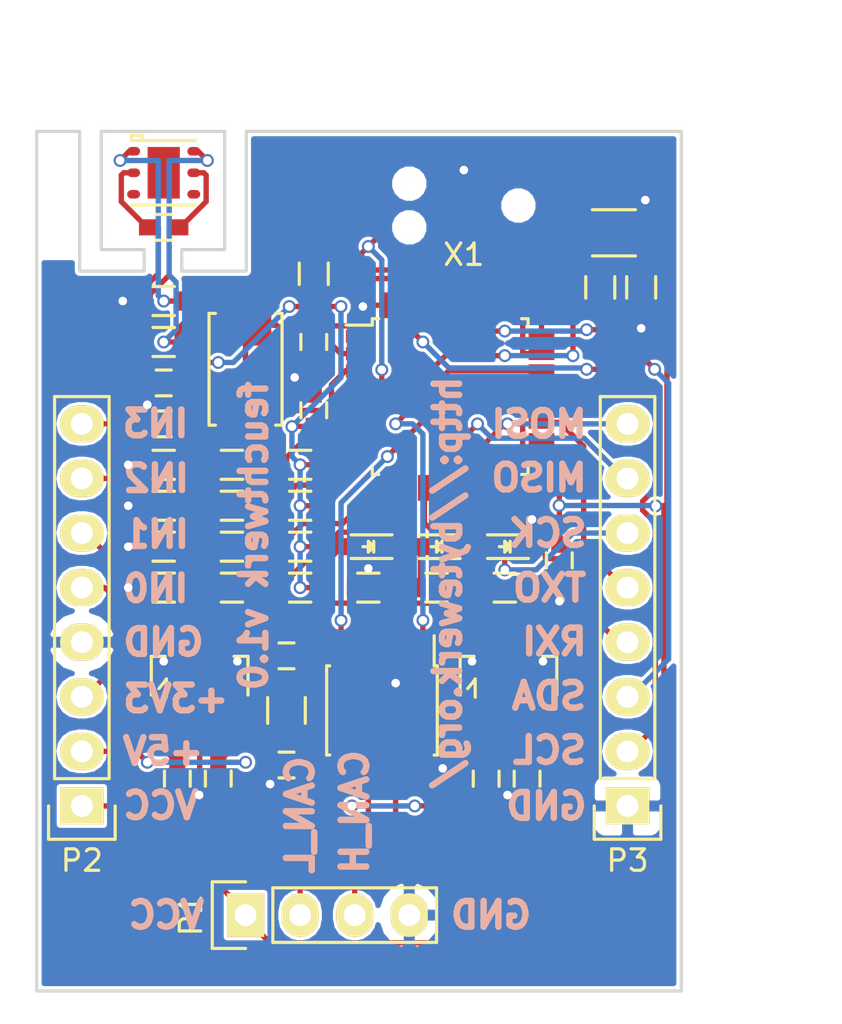
<source format=kicad_pcb>
(kicad_pcb (version 4) (host pcbnew 4.0.2+dfsg1-stable)

  (general
    (links 0)
    (no_connects 0)
    (area 94.536904 98.74 143.963096 146.050001)
    (thickness 1.6)
    (drawings 40)
    (tracks 571)
    (zones 0)
    (modules 49)
    (nets 35)
  )

  (page A4)
  (layers
    (0 F.Cu signal)
    (31 B.Cu signal)
    (32 B.Adhes user)
    (33 F.Adhes user)
    (34 B.Paste user)
    (35 F.Paste user)
    (36 B.SilkS user)
    (37 F.SilkS user)
    (38 B.Mask user)
    (39 F.Mask user)
    (40 Dwgs.User user)
    (41 Cmts.User user)
    (42 Eco1.User user)
    (43 Eco2.User user hide)
    (44 Edge.Cuts user)
    (45 Margin user)
    (46 B.CrtYd user hide)
    (47 F.CrtYd user)
    (48 B.Fab user hide)
    (49 F.Fab user hide)
  )

  (setup
    (last_trace_width 0.25)
    (user_trace_width 0.15)
    (trace_clearance 0.15)
    (zone_clearance 0.15)
    (zone_45_only no)
    (trace_min 0.15)
    (segment_width 0.2)
    (edge_width 0.15)
    (via_size 0.6)
    (via_drill 0.4)
    (via_min_size 0.4)
    (via_min_drill 0.3)
    (uvia_size 0.3)
    (uvia_drill 0.1)
    (uvias_allowed no)
    (uvia_min_size 0.2)
    (uvia_min_drill 0.1)
    (pcb_text_width 0.3)
    (pcb_text_size 1.5 1.5)
    (mod_edge_width 0.15)
    (mod_text_size 1 1)
    (mod_text_width 0.15)
    (pad_size 0.9906 0.9906)
    (pad_drill 0.9906)
    (pad_to_mask_clearance 0.05)
    (aux_axis_origin 0 0)
    (visible_elements FFFFFF7F)
    (pcbplotparams
      (layerselection 0x010f0_80000001)
      (usegerberextensions true)
      (excludeedgelayer true)
      (linewidth 0.100000)
      (plotframeref false)
      (viasonmask false)
      (mode 1)
      (useauxorigin false)
      (hpglpennumber 1)
      (hpglpenspeed 20)
      (hpglpendiameter 15)
      (hpglpenoverlay 2)
      (psnegative false)
      (psa4output false)
      (plotreference true)
      (plotvalue true)
      (plotinvisibletext false)
      (padsonsilk false)
      (subtractmaskfromsilk false)
      (outputformat 1)
      (mirror false)
      (drillshape 0)
      (scaleselection 1)
      (outputdirectory export/v1.0/))
  )

  (net 0 "")
  (net 1 +3V3)
  (net 2 SCL)
  (net 3 "Net-(C2-Pad1)")
  (net 4 "Net-(C3-Pad1)")
  (net 5 +5V)
  (net 6 VCC)
  (net 7 LED1)
  (net 8 LED2)
  (net 9 CAN_H)
  (net 10 CAN_L)
  (net 11 IN0)
  (net 12 IN1)
  (net 13 IN2)
  (net 14 IN3)
  (net 15 UART_RX)
  (net 16 UART_TX)
  (net 17 SPI_SCK)
  (net 18 SPI_MISO)
  (net 19 SPI_MOSI)
  (net 20 PHOTO)
  (net 21 NRST)
  (net 22 UC_IN0)
  (net 23 UC_IN1)
  (net 24 UC_IN2)
  (net 25 UC_IN3)
  (net 26 CAN_RX)
  (net 27 CAN_TX)
  (net 28 SWDIO)
  (net 29 SWCLK)
  (net 30 GND)
  (net 31 SDA)
  (net 32 "Net-(D1-Pad2)")
  (net 33 "Net-(D2-Pad2)")
  (net 34 "Net-(D3-Pad2)")

  (net_class Default "This is the default net class."
    (clearance 0.15)
    (trace_width 0.25)
    (via_dia 0.6)
    (via_drill 0.4)
    (uvia_dia 0.3)
    (uvia_drill 0.1)
    (add_net +3V3)
    (add_net +5V)
    (add_net CAN_H)
    (add_net CAN_L)
    (add_net CAN_RX)
    (add_net CAN_TX)
    (add_net GND)
    (add_net IN0)
    (add_net IN1)
    (add_net IN2)
    (add_net IN3)
    (add_net LED1)
    (add_net LED2)
    (add_net NRST)
    (add_net "Net-(C2-Pad1)")
    (add_net "Net-(C3-Pad1)")
    (add_net "Net-(D1-Pad2)")
    (add_net "Net-(D2-Pad2)")
    (add_net "Net-(D3-Pad2)")
    (add_net PHOTO)
    (add_net SCL)
    (add_net SDA)
    (add_net SPI_MISO)
    (add_net SPI_MOSI)
    (add_net SPI_SCK)
    (add_net SWCLK)
    (add_net SWDIO)
    (add_net UART_RX)
    (add_net UART_TX)
    (add_net UC_IN0)
    (add_net UC_IN1)
    (add_net UC_IN2)
    (add_net UC_IN3)
    (add_net VCC)
  )

  (module Fiducials:Fiducial_1mm_Dia_2.54mm_Outer_CopperTop (layer F.Cu) (tedit 575405D8) (tstamp 57581ABA)
    (at 127 142)
    (descr "Circular Fiducial, 1mm bare copper top; 2.54mm keepout")
    (tags marker)
    (attr virtual)
    (fp_text reference REF** (at 0 0) (layer F.Fab)
      (effects (font (size 1 1) (thickness 0.15)))
    )
    (fp_text value Fiducial_1mm_Dia_2.54mm_Outer_CopperTop (at 0 -1.8) (layer F.Fab)
      (effects (font (size 1 1) (thickness 0.15)))
    )
    (fp_circle (center 0 0) (end 1.55 0) (layer F.CrtYd) (width 0.05))
    (pad ~ smd circle (at 0 0) (size 1 1) (layers F.Cu F.Mask)
      (solder_mask_margin 0.77) (clearance 0.77))
  )

  (module Resistors_SMD:R_0603 (layer F.Cu) (tedit 57521A24) (tstamp 5751EDEB)
    (at 105.41 112.395)
    (descr "Resistor SMD 0603, reflow soldering, Vishay (see dcrcw.pdf)")
    (tags "resistor 0603")
    (path /5751CCEB)
    (attr smd)
    (fp_text reference R14 (at 0 0) (layer F.Fab)
      (effects (font (size 1 1) (thickness 0.15)))
    )
    (fp_text value 4K7 (at 0 1.9) (layer F.Fab)
      (effects (font (size 1 1) (thickness 0.15)))
    )
    (fp_line (start -1.3 -0.8) (end 1.3 -0.8) (layer F.CrtYd) (width 0.05))
    (fp_line (start -1.3 0.8) (end 1.3 0.8) (layer F.CrtYd) (width 0.05))
    (fp_line (start -1.3 -0.8) (end -1.3 0.8) (layer F.CrtYd) (width 0.05))
    (fp_line (start 1.3 -0.8) (end 1.3 0.8) (layer F.CrtYd) (width 0.05))
    (fp_line (start 0.5 0.675) (end -0.5 0.675) (layer F.SilkS) (width 0.15))
    (fp_line (start -0.5 -0.675) (end 0.5 -0.675) (layer F.SilkS) (width 0.15))
    (pad 1 smd rect (at -0.75 0) (size 0.5 0.9) (layers F.Cu F.Paste F.Mask)
      (net 1 +3V3))
    (pad 2 smd rect (at 0.75 0) (size 0.5 0.9) (layers F.Cu F.Paste F.Mask)
      (net 31 SDA))
    (model Resistors_SMD.3dshapes/R_0603.wrl
      (at (xyz 0 0 0))
      (scale (xyz 1 1 1))
      (rotate (xyz 0 0 0))
    )
  )

  (module Capacitors_SMD:C_0603 (layer F.Cu) (tedit 57521AD1) (tstamp 5751ED29)
    (at 112.395 117.475 90)
    (descr "Capacitor SMD 0603, reflow soldering, AVX (see smccp.pdf)")
    (tags "capacitor 0603")
    (path /5751D593)
    (attr smd)
    (fp_text reference C1 (at 0 -0.127 90) (layer F.Fab)
      (effects (font (size 1 1) (thickness 0.15)))
    )
    (fp_text value 100nF (at 0 1.9 90) (layer F.Fab)
      (effects (font (size 1 1) (thickness 0.15)))
    )
    (fp_line (start -1.45 -0.75) (end 1.45 -0.75) (layer F.CrtYd) (width 0.05))
    (fp_line (start -1.45 0.75) (end 1.45 0.75) (layer F.CrtYd) (width 0.05))
    (fp_line (start -1.45 -0.75) (end -1.45 0.75) (layer F.CrtYd) (width 0.05))
    (fp_line (start 1.45 -0.75) (end 1.45 0.75) (layer F.CrtYd) (width 0.05))
    (fp_line (start -0.35 -0.6) (end 0.35 -0.6) (layer F.SilkS) (width 0.15))
    (fp_line (start 0.35 0.6) (end -0.35 0.6) (layer F.SilkS) (width 0.15))
    (pad 1 smd rect (at -0.75 0 90) (size 0.8 0.75) (layers F.Cu F.Paste F.Mask)
      (net 1 +3V3))
    (pad 2 smd rect (at 0.75 0 90) (size 0.8 0.75) (layers F.Cu F.Paste F.Mask)
      (net 30 GND))
    (model Capacitors_SMD.3dshapes/C_0603.wrl
      (at (xyz 0 0 0))
      (scale (xyz 1 1 1))
      (rotate (xyz 0 0 0))
    )
  )

  (module Capacitors_SMD:C_0603 (layer F.Cu) (tedit 57521978) (tstamp 5751ED2F)
    (at 105.41 116.205 180)
    (descr "Capacitor SMD 0603, reflow soldering, AVX (see smccp.pdf)")
    (tags "capacitor 0603")
    (path /5751C1BA)
    (attr smd)
    (fp_text reference C2 (at 0 -1.9 180) (layer F.Fab)
      (effects (font (size 1 1) (thickness 0.15)))
    )
    (fp_text value 18pF (at 0 1.9 180) (layer F.Fab)
      (effects (font (size 1 1) (thickness 0.15)))
    )
    (fp_line (start -1.45 -0.75) (end 1.45 -0.75) (layer F.CrtYd) (width 0.05))
    (fp_line (start -1.45 0.75) (end 1.45 0.75) (layer F.CrtYd) (width 0.05))
    (fp_line (start -1.45 -0.75) (end -1.45 0.75) (layer F.CrtYd) (width 0.05))
    (fp_line (start 1.45 -0.75) (end 1.45 0.75) (layer F.CrtYd) (width 0.05))
    (fp_line (start -0.35 -0.6) (end 0.35 -0.6) (layer F.SilkS) (width 0.15))
    (fp_line (start 0.35 0.6) (end -0.35 0.6) (layer F.SilkS) (width 0.15))
    (pad 1 smd rect (at -0.75 0 180) (size 0.8 0.75) (layers F.Cu F.Paste F.Mask)
      (net 3 "Net-(C2-Pad1)"))
    (pad 2 smd rect (at 0.75 0 180) (size 0.8 0.75) (layers F.Cu F.Paste F.Mask)
      (net 30 GND))
    (model Capacitors_SMD.3dshapes/C_0603.wrl
      (at (xyz 0 0 0))
      (scale (xyz 1 1 1))
      (rotate (xyz 0 0 0))
    )
  )

  (module Capacitors_SMD:C_0603 (layer F.Cu) (tedit 57521972) (tstamp 5751ED35)
    (at 105.41 118.11 180)
    (descr "Capacitor SMD 0603, reflow soldering, AVX (see smccp.pdf)")
    (tags "capacitor 0603")
    (path /5751C1EB)
    (attr smd)
    (fp_text reference C3 (at 0 -1.9 180) (layer F.Fab)
      (effects (font (size 1 1) (thickness 0.15)))
    )
    (fp_text value 18pF (at 0 1.9 180) (layer F.Fab)
      (effects (font (size 1 1) (thickness 0.15)))
    )
    (fp_line (start -1.45 -0.75) (end 1.45 -0.75) (layer F.CrtYd) (width 0.05))
    (fp_line (start -1.45 0.75) (end 1.45 0.75) (layer F.CrtYd) (width 0.05))
    (fp_line (start -1.45 -0.75) (end -1.45 0.75) (layer F.CrtYd) (width 0.05))
    (fp_line (start 1.45 -0.75) (end 1.45 0.75) (layer F.CrtYd) (width 0.05))
    (fp_line (start -0.35 -0.6) (end 0.35 -0.6) (layer F.SilkS) (width 0.15))
    (fp_line (start 0.35 0.6) (end -0.35 0.6) (layer F.SilkS) (width 0.15))
    (pad 1 smd rect (at -0.75 0 180) (size 0.8 0.75) (layers F.Cu F.Paste F.Mask)
      (net 4 "Net-(C3-Pad1)"))
    (pad 2 smd rect (at 0.75 0 180) (size 0.8 0.75) (layers F.Cu F.Paste F.Mask)
      (net 30 GND))
    (model Capacitors_SMD.3dshapes/C_0603.wrl
      (at (xyz 0 0 0))
      (scale (xyz 1 1 1))
      (rotate (xyz 0 0 0))
    )
  )

  (module Capacitors_SMD:C_0603 (layer F.Cu) (tedit 57521AE2) (tstamp 5751ED3B)
    (at 112.395 114.3 270)
    (descr "Capacitor SMD 0603, reflow soldering, AVX (see smccp.pdf)")
    (tags "capacitor 0603")
    (path /5751D5C8)
    (attr smd)
    (fp_text reference C4 (at 0 -0.127 270) (layer F.Fab)
      (effects (font (size 1 1) (thickness 0.15)))
    )
    (fp_text value 100nF (at 0 1.9 270) (layer F.Fab)
      (effects (font (size 1 1) (thickness 0.15)))
    )
    (fp_line (start -1.45 -0.75) (end 1.45 -0.75) (layer F.CrtYd) (width 0.05))
    (fp_line (start -1.45 0.75) (end 1.45 0.75) (layer F.CrtYd) (width 0.05))
    (fp_line (start -1.45 -0.75) (end -1.45 0.75) (layer F.CrtYd) (width 0.05))
    (fp_line (start 1.45 -0.75) (end 1.45 0.75) (layer F.CrtYd) (width 0.05))
    (fp_line (start -0.35 -0.6) (end 0.35 -0.6) (layer F.SilkS) (width 0.15))
    (fp_line (start 0.35 0.6) (end -0.35 0.6) (layer F.SilkS) (width 0.15))
    (pad 1 smd rect (at -0.75 0 270) (size 0.8 0.75) (layers F.Cu F.Paste F.Mask)
      (net 1 +3V3))
    (pad 2 smd rect (at 0.75 0 270) (size 0.8 0.75) (layers F.Cu F.Paste F.Mask)
      (net 30 GND))
    (model Capacitors_SMD.3dshapes/C_0603.wrl
      (at (xyz 0 0 0))
      (scale (xyz 1 1 1))
      (rotate (xyz 0 0 0))
    )
  )

  (module Capacitors_SMD:C_0603 (layer F.Cu) (tedit 57521A1B) (tstamp 5751ED41)
    (at 105.41 108.966)
    (descr "Capacitor SMD 0603, reflow soldering, AVX (see smccp.pdf)")
    (tags "capacitor 0603")
    (path /5751DE7C)
    (attr smd)
    (fp_text reference C5 (at 0 0) (layer F.Fab)
      (effects (font (size 1 1) (thickness 0.15)))
    )
    (fp_text value 100nF (at 0 1.9) (layer F.Fab)
      (effects (font (size 1 1) (thickness 0.15)))
    )
    (fp_line (start -1.45 -0.75) (end 1.45 -0.75) (layer F.CrtYd) (width 0.05))
    (fp_line (start -1.45 0.75) (end 1.45 0.75) (layer F.CrtYd) (width 0.05))
    (fp_line (start -1.45 -0.75) (end -1.45 0.75) (layer F.CrtYd) (width 0.05))
    (fp_line (start 1.45 -0.75) (end 1.45 0.75) (layer F.CrtYd) (width 0.05))
    (fp_line (start -0.35 -0.6) (end 0.35 -0.6) (layer F.SilkS) (width 0.15))
    (fp_line (start 0.35 0.6) (end -0.35 0.6) (layer F.SilkS) (width 0.15))
    (pad 1 smd rect (at -0.75 0) (size 0.8 0.75) (layers F.Cu F.Paste F.Mask)
      (net 30 GND))
    (pad 2 smd rect (at 0.75 0) (size 0.8 0.75) (layers F.Cu F.Paste F.Mask)
      (net 1 +3V3))
    (model Capacitors_SMD.3dshapes/C_0603.wrl
      (at (xyz 0 0 0))
      (scale (xyz 1 1 1))
      (rotate (xyz 0 0 0))
    )
  )

  (module Capacitors_SMD:C_0603 (layer F.Cu) (tedit 575219B5) (tstamp 5751ED47)
    (at 111.125 128.905 180)
    (descr "Capacitor SMD 0603, reflow soldering, AVX (see smccp.pdf)")
    (tags "capacitor 0603")
    (path /57520E4E)
    (attr smd)
    (fp_text reference C6 (at 0 0 180) (layer F.Fab)
      (effects (font (size 1 1) (thickness 0.15)))
    )
    (fp_text value 100nF (at 0 1.9 180) (layer F.Fab)
      (effects (font (size 1 1) (thickness 0.15)))
    )
    (fp_line (start -1.45 -0.75) (end 1.45 -0.75) (layer F.CrtYd) (width 0.05))
    (fp_line (start -1.45 0.75) (end 1.45 0.75) (layer F.CrtYd) (width 0.05))
    (fp_line (start -1.45 -0.75) (end -1.45 0.75) (layer F.CrtYd) (width 0.05))
    (fp_line (start 1.45 -0.75) (end 1.45 0.75) (layer F.CrtYd) (width 0.05))
    (fp_line (start -0.35 -0.6) (end 0.35 -0.6) (layer F.SilkS) (width 0.15))
    (fp_line (start 0.35 0.6) (end -0.35 0.6) (layer F.SilkS) (width 0.15))
    (pad 1 smd rect (at -0.75 0 180) (size 0.8 0.75) (layers F.Cu F.Paste F.Mask)
      (net 5 +5V))
    (pad 2 smd rect (at 0.75 0 180) (size 0.8 0.75) (layers F.Cu F.Paste F.Mask)
      (net 30 GND))
    (model Capacitors_SMD.3dshapes/C_0603.wrl
      (at (xyz 0 0 0))
      (scale (xyz 1 1 1))
      (rotate (xyz 0 0 0))
    )
  )

  (module Capacitors_SMD:C_0603 (layer F.Cu) (tedit 5752199A) (tstamp 5751ED4D)
    (at 106.045 134.62 270)
    (descr "Capacitor SMD 0603, reflow soldering, AVX (see smccp.pdf)")
    (tags "capacitor 0603")
    (path /5751FD3E)
    (attr smd)
    (fp_text reference C7 (at 0 0 270) (layer F.Fab)
      (effects (font (size 1 1) (thickness 0.15)))
    )
    (fp_text value 1uF (at 0 1.9 270) (layer F.Fab)
      (effects (font (size 1 1) (thickness 0.15)))
    )
    (fp_line (start -1.45 -0.75) (end 1.45 -0.75) (layer F.CrtYd) (width 0.05))
    (fp_line (start -1.45 0.75) (end 1.45 0.75) (layer F.CrtYd) (width 0.05))
    (fp_line (start -1.45 -0.75) (end -1.45 0.75) (layer F.CrtYd) (width 0.05))
    (fp_line (start 1.45 -0.75) (end 1.45 0.75) (layer F.CrtYd) (width 0.05))
    (fp_line (start -0.35 -0.6) (end 0.35 -0.6) (layer F.SilkS) (width 0.15))
    (fp_line (start 0.35 0.6) (end -0.35 0.6) (layer F.SilkS) (width 0.15))
    (pad 1 smd rect (at -0.75 0 270) (size 0.8 0.75) (layers F.Cu F.Paste F.Mask)
      (net 6 VCC))
    (pad 2 smd rect (at 0.75 0 270) (size 0.8 0.75) (layers F.Cu F.Paste F.Mask)
      (net 30 GND))
    (model Capacitors_SMD.3dshapes/C_0603.wrl
      (at (xyz 0 0 0))
      (scale (xyz 1 1 1))
      (rotate (xyz 0 0 0))
    )
  )

  (module Capacitors_SMD:C_0603 (layer F.Cu) (tedit 575219D2) (tstamp 5751ED53)
    (at 120.41886 134.62 270)
    (descr "Capacitor SMD 0603, reflow soldering, AVX (see smccp.pdf)")
    (tags "capacitor 0603")
    (path /575205BA)
    (attr smd)
    (fp_text reference C8 (at 0 -0.23114 270) (layer F.Fab)
      (effects (font (size 1 1) (thickness 0.15)))
    )
    (fp_text value 1uF (at 0 1.9 270) (layer F.Fab)
      (effects (font (size 1 1) (thickness 0.15)))
    )
    (fp_line (start -1.45 -0.75) (end 1.45 -0.75) (layer F.CrtYd) (width 0.05))
    (fp_line (start -1.45 0.75) (end 1.45 0.75) (layer F.CrtYd) (width 0.05))
    (fp_line (start -1.45 -0.75) (end -1.45 0.75) (layer F.CrtYd) (width 0.05))
    (fp_line (start 1.45 -0.75) (end 1.45 0.75) (layer F.CrtYd) (width 0.05))
    (fp_line (start -0.35 -0.6) (end 0.35 -0.6) (layer F.SilkS) (width 0.15))
    (fp_line (start 0.35 0.6) (end -0.35 0.6) (layer F.SilkS) (width 0.15))
    (pad 1 smd rect (at -0.75 0 270) (size 0.8 0.75) (layers F.Cu F.Paste F.Mask)
      (net 6 VCC))
    (pad 2 smd rect (at 0.75 0 270) (size 0.8 0.75) (layers F.Cu F.Paste F.Mask)
      (net 30 GND))
    (model Capacitors_SMD.3dshapes/C_0603.wrl
      (at (xyz 0 0 0))
      (scale (xyz 1 1 1))
      (rotate (xyz 0 0 0))
    )
  )

  (module Capacitors_SMD:C_0603 (layer F.Cu) (tedit 575219AB) (tstamp 5751ED59)
    (at 111.125 133.985 180)
    (descr "Capacitor SMD 0603, reflow soldering, AVX (see smccp.pdf)")
    (tags "capacitor 0603")
    (path /57520DAB)
    (attr smd)
    (fp_text reference C9 (at 0 0 180) (layer F.Fab)
      (effects (font (size 1 1) (thickness 0.15)))
    )
    (fp_text value 100nF (at 0 1.9 180) (layer F.Fab)
      (effects (font (size 1 1) (thickness 0.15)))
    )
    (fp_line (start -1.45 -0.75) (end 1.45 -0.75) (layer F.CrtYd) (width 0.05))
    (fp_line (start -1.45 0.75) (end 1.45 0.75) (layer F.CrtYd) (width 0.05))
    (fp_line (start -1.45 -0.75) (end -1.45 0.75) (layer F.CrtYd) (width 0.05))
    (fp_line (start 1.45 -0.75) (end 1.45 0.75) (layer F.CrtYd) (width 0.05))
    (fp_line (start -0.35 -0.6) (end 0.35 -0.6) (layer F.SilkS) (width 0.15))
    (fp_line (start 0.35 0.6) (end -0.35 0.6) (layer F.SilkS) (width 0.15))
    (pad 1 smd rect (at -0.75 0 180) (size 0.8 0.75) (layers F.Cu F.Paste F.Mask)
      (net 1 +3V3))
    (pad 2 smd rect (at 0.75 0 180) (size 0.8 0.75) (layers F.Cu F.Paste F.Mask)
      (net 30 GND))
    (model Capacitors_SMD.3dshapes/C_0603.wrl
      (at (xyz 0 0 0))
      (scale (xyz 1 1 1))
      (rotate (xyz 0 0 0))
    )
  )

  (module Capacitors_SMD:C_0603 (layer F.Cu) (tedit 575219D8) (tstamp 5751ED5F)
    (at 122.32386 134.62 270)
    (descr "Capacitor SMD 0603, reflow soldering, AVX (see smccp.pdf)")
    (tags "capacitor 0603")
    (path /5751FFA7)
    (attr smd)
    (fp_text reference C10 (at 0 -0.23114 270) (layer F.Fab)
      (effects (font (size 1 1) (thickness 0.15)))
    )
    (fp_text value 1uF (at 0 1.9 270) (layer F.Fab)
      (effects (font (size 1 1) (thickness 0.15)))
    )
    (fp_line (start -1.45 -0.75) (end 1.45 -0.75) (layer F.CrtYd) (width 0.05))
    (fp_line (start -1.45 0.75) (end 1.45 0.75) (layer F.CrtYd) (width 0.05))
    (fp_line (start -1.45 -0.75) (end -1.45 0.75) (layer F.CrtYd) (width 0.05))
    (fp_line (start 1.45 -0.75) (end 1.45 0.75) (layer F.CrtYd) (width 0.05))
    (fp_line (start -0.35 -0.6) (end 0.35 -0.6) (layer F.SilkS) (width 0.15))
    (fp_line (start 0.35 0.6) (end -0.35 0.6) (layer F.SilkS) (width 0.15))
    (pad 1 smd rect (at -0.75 0 270) (size 0.8 0.75) (layers F.Cu F.Paste F.Mask)
      (net 1 +3V3))
    (pad 2 smd rect (at 0.75 0 270) (size 0.8 0.75) (layers F.Cu F.Paste F.Mask)
      (net 30 GND))
    (model Capacitors_SMD.3dshapes/C_0603.wrl
      (at (xyz 0 0 0))
      (scale (xyz 1 1 1))
      (rotate (xyz 0 0 0))
    )
  )

  (module Capacitors_SMD:C_0603 (layer F.Cu) (tedit 575219A2) (tstamp 5751ED65)
    (at 107.95 134.62 270)
    (descr "Capacitor SMD 0603, reflow soldering, AVX (see smccp.pdf)")
    (tags "capacitor 0603")
    (path /575205C8)
    (attr smd)
    (fp_text reference C11 (at 0 0 270) (layer F.Fab)
      (effects (font (size 1 1) (thickness 0.15)))
    )
    (fp_text value 1uF (at 0 1.9 270) (layer F.Fab)
      (effects (font (size 1 1) (thickness 0.15)))
    )
    (fp_line (start -1.45 -0.75) (end 1.45 -0.75) (layer F.CrtYd) (width 0.05))
    (fp_line (start -1.45 0.75) (end 1.45 0.75) (layer F.CrtYd) (width 0.05))
    (fp_line (start -1.45 -0.75) (end -1.45 0.75) (layer F.CrtYd) (width 0.05))
    (fp_line (start 1.45 -0.75) (end 1.45 0.75) (layer F.CrtYd) (width 0.05))
    (fp_line (start -0.35 -0.6) (end 0.35 -0.6) (layer F.SilkS) (width 0.15))
    (fp_line (start 0.35 0.6) (end -0.35 0.6) (layer F.SilkS) (width 0.15))
    (pad 1 smd rect (at -0.75 0 270) (size 0.8 0.75) (layers F.Cu F.Paste F.Mask)
      (net 5 +5V))
    (pad 2 smd rect (at 0.75 0 270) (size 0.8 0.75) (layers F.Cu F.Paste F.Mask)
      (net 30 GND))
    (model Capacitors_SMD.3dshapes/C_0603.wrl
      (at (xyz 0 0 0))
      (scale (xyz 1 1 1))
      (rotate (xyz 0 0 0))
    )
  )

  (module LEDs:LED_0603 (layer F.Cu) (tedit 57521A8B) (tstamp 5751ED6B)
    (at 114.935 123.825 180)
    (descr "LED 0603 smd package")
    (tags "LED led 0603 SMD smd SMT smt smdled SMDLED smtled SMTLED")
    (path /575217CB)
    (attr smd)
    (fp_text reference D1 (at 0 -0.127 180) (layer F.Fab)
      (effects (font (size 1 1) (thickness 0.15)))
    )
    (fp_text value LED (at 0 1.5 180) (layer F.Fab)
      (effects (font (size 1 1) (thickness 0.15)))
    )
    (fp_line (start -1.1 0.55) (end 0.8 0.55) (layer F.SilkS) (width 0.15))
    (fp_line (start -1.1 -0.55) (end 0.8 -0.55) (layer F.SilkS) (width 0.15))
    (fp_line (start -0.2 0) (end 0.25 0) (layer F.SilkS) (width 0.15))
    (fp_line (start -0.25 -0.25) (end -0.25 0.25) (layer F.SilkS) (width 0.15))
    (fp_line (start -0.25 0) (end 0 -0.25) (layer F.SilkS) (width 0.15))
    (fp_line (start 0 -0.25) (end 0 0.25) (layer F.SilkS) (width 0.15))
    (fp_line (start 0 0.25) (end -0.25 0) (layer F.SilkS) (width 0.15))
    (fp_line (start 1.4 -0.75) (end 1.4 0.75) (layer F.CrtYd) (width 0.05))
    (fp_line (start 1.4 0.75) (end -1.4 0.75) (layer F.CrtYd) (width 0.05))
    (fp_line (start -1.4 0.75) (end -1.4 -0.75) (layer F.CrtYd) (width 0.05))
    (fp_line (start -1.4 -0.75) (end 1.4 -0.75) (layer F.CrtYd) (width 0.05))
    (pad 2 smd rect (at 0.7493 0) (size 0.79756 0.79756) (layers F.Cu F.Paste F.Mask)
      (net 32 "Net-(D1-Pad2)"))
    (pad 1 smd rect (at -0.7493 0) (size 0.79756 0.79756) (layers F.Cu F.Paste F.Mask)
      (net 30 GND))
    (model LEDs.3dshapes/LED_0603.wrl
      (at (xyz 0 0 0))
      (scale (xyz 1 1 1))
      (rotate (xyz 0 0 180))
    )
  )

  (module LEDs:LED_0603 (layer F.Cu) (tedit 57521A8F) (tstamp 5751ED71)
    (at 118.11 123.825 180)
    (descr "LED 0603 smd package")
    (tags "LED led 0603 SMD smd SMT smt smdled SMDLED smtled SMTLED")
    (path /57521C60)
    (attr smd)
    (fp_text reference D2 (at 0 -0.127 180) (layer F.Fab)
      (effects (font (size 1 1) (thickness 0.15)))
    )
    (fp_text value LED (at 0 1.5 180) (layer F.Fab)
      (effects (font (size 1 1) (thickness 0.15)))
    )
    (fp_line (start -1.1 0.55) (end 0.8 0.55) (layer F.SilkS) (width 0.15))
    (fp_line (start -1.1 -0.55) (end 0.8 -0.55) (layer F.SilkS) (width 0.15))
    (fp_line (start -0.2 0) (end 0.25 0) (layer F.SilkS) (width 0.15))
    (fp_line (start -0.25 -0.25) (end -0.25 0.25) (layer F.SilkS) (width 0.15))
    (fp_line (start -0.25 0) (end 0 -0.25) (layer F.SilkS) (width 0.15))
    (fp_line (start 0 -0.25) (end 0 0.25) (layer F.SilkS) (width 0.15))
    (fp_line (start 0 0.25) (end -0.25 0) (layer F.SilkS) (width 0.15))
    (fp_line (start 1.4 -0.75) (end 1.4 0.75) (layer F.CrtYd) (width 0.05))
    (fp_line (start 1.4 0.75) (end -1.4 0.75) (layer F.CrtYd) (width 0.05))
    (fp_line (start -1.4 0.75) (end -1.4 -0.75) (layer F.CrtYd) (width 0.05))
    (fp_line (start -1.4 -0.75) (end 1.4 -0.75) (layer F.CrtYd) (width 0.05))
    (pad 2 smd rect (at 0.7493 0) (size 0.79756 0.79756) (layers F.Cu F.Paste F.Mask)
      (net 33 "Net-(D2-Pad2)"))
    (pad 1 smd rect (at -0.7493 0) (size 0.79756 0.79756) (layers F.Cu F.Paste F.Mask)
      (net 7 LED1))
    (model LEDs.3dshapes/LED_0603.wrl
      (at (xyz 0 0 0))
      (scale (xyz 1 1 1))
      (rotate (xyz 0 0 180))
    )
  )

  (module LEDs:LED_0603 (layer F.Cu) (tedit 57521A93) (tstamp 5751ED77)
    (at 121.285 123.825 180)
    (descr "LED 0603 smd package")
    (tags "LED led 0603 SMD smd SMT smt smdled SMDLED smtled SMTLED")
    (path /5753FCD1)
    (attr smd)
    (fp_text reference D3 (at 0 -0.127 180) (layer F.Fab)
      (effects (font (size 1 1) (thickness 0.15)))
    )
    (fp_text value LED (at 0 1.5 180) (layer F.Fab)
      (effects (font (size 1 1) (thickness 0.15)))
    )
    (fp_line (start -1.1 0.55) (end 0.8 0.55) (layer F.SilkS) (width 0.15))
    (fp_line (start -1.1 -0.55) (end 0.8 -0.55) (layer F.SilkS) (width 0.15))
    (fp_line (start -0.2 0) (end 0.25 0) (layer F.SilkS) (width 0.15))
    (fp_line (start -0.25 -0.25) (end -0.25 0.25) (layer F.SilkS) (width 0.15))
    (fp_line (start -0.25 0) (end 0 -0.25) (layer F.SilkS) (width 0.15))
    (fp_line (start 0 -0.25) (end 0 0.25) (layer F.SilkS) (width 0.15))
    (fp_line (start 0 0.25) (end -0.25 0) (layer F.SilkS) (width 0.15))
    (fp_line (start 1.4 -0.75) (end 1.4 0.75) (layer F.CrtYd) (width 0.05))
    (fp_line (start 1.4 0.75) (end -1.4 0.75) (layer F.CrtYd) (width 0.05))
    (fp_line (start -1.4 0.75) (end -1.4 -0.75) (layer F.CrtYd) (width 0.05))
    (fp_line (start -1.4 -0.75) (end 1.4 -0.75) (layer F.CrtYd) (width 0.05))
    (pad 2 smd rect (at 0.7493 0) (size 0.79756 0.79756) (layers F.Cu F.Paste F.Mask)
      (net 34 "Net-(D3-Pad2)"))
    (pad 1 smd rect (at -0.7493 0) (size 0.79756 0.79756) (layers F.Cu F.Paste F.Mask)
      (net 8 LED2))
    (model LEDs.3dshapes/LED_0603.wrl
      (at (xyz 0 0 0))
      (scale (xyz 1 1 1))
      (rotate (xyz 0 0 180))
    )
  )

  (module Pin_Headers:Pin_Header_Straight_1x04 (layer F.Cu) (tedit 0) (tstamp 5751ED7F)
    (at 109.22 140.97 90)
    (descr "Through hole pin header")
    (tags "pin header")
    (path /57522A2D)
    (fp_text reference P1 (at 0 -2.54 90) (layer F.SilkS)
      (effects (font (size 1 1) (thickness 0.15)))
    )
    (fp_text value CONN_01X04 (at 0 -3.1 90) (layer F.Fab)
      (effects (font (size 1 1) (thickness 0.15)))
    )
    (fp_line (start -1.75 -1.75) (end -1.75 9.4) (layer F.CrtYd) (width 0.05))
    (fp_line (start 1.75 -1.75) (end 1.75 9.4) (layer F.CrtYd) (width 0.05))
    (fp_line (start -1.75 -1.75) (end 1.75 -1.75) (layer F.CrtYd) (width 0.05))
    (fp_line (start -1.75 9.4) (end 1.75 9.4) (layer F.CrtYd) (width 0.05))
    (fp_line (start -1.27 1.27) (end -1.27 8.89) (layer F.SilkS) (width 0.15))
    (fp_line (start 1.27 1.27) (end 1.27 8.89) (layer F.SilkS) (width 0.15))
    (fp_line (start 1.55 -1.55) (end 1.55 0) (layer F.SilkS) (width 0.15))
    (fp_line (start -1.27 8.89) (end 1.27 8.89) (layer F.SilkS) (width 0.15))
    (fp_line (start 1.27 1.27) (end -1.27 1.27) (layer F.SilkS) (width 0.15))
    (fp_line (start -1.55 0) (end -1.55 -1.55) (layer F.SilkS) (width 0.15))
    (fp_line (start -1.55 -1.55) (end 1.55 -1.55) (layer F.SilkS) (width 0.15))
    (pad 1 thru_hole rect (at 0 0 90) (size 2.032 1.7272) (drill 1.016) (layers *.Cu *.Mask F.SilkS)
      (net 6 VCC))
    (pad 2 thru_hole oval (at 0 2.54 90) (size 2.032 1.7272) (drill 1.016) (layers *.Cu *.Mask F.SilkS)
      (net 10 CAN_L))
    (pad 3 thru_hole oval (at 0 5.08 90) (size 2.032 1.7272) (drill 1.016) (layers *.Cu *.Mask F.SilkS)
      (net 9 CAN_H))
    (pad 4 thru_hole oval (at 0 7.62 90) (size 2.032 1.7272) (drill 1.016) (layers *.Cu *.Mask F.SilkS)
      (net 30 GND))
    (model ../../../../../home/hd/kicad/footprints/te-1546215-4.wrl
      (at (xyz 0 -0.15 0))
      (scale (xyz 0.3937 0.3937 0.3937))
      (rotate (xyz -90 0 90))
    )
  )

  (module Pin_Headers:Pin_Header_Straight_1x08 (layer F.Cu) (tedit 0) (tstamp 5751ED8B)
    (at 101.6 135.89 180)
    (descr "Through hole pin header")
    (tags "pin header")
    (path /575310F7)
    (fp_text reference P2 (at 0 -2.54 180) (layer F.SilkS)
      (effects (font (size 1 1) (thickness 0.15)))
    )
    (fp_text value CONN_01X08 (at 0 -3.1 180) (layer F.Fab)
      (effects (font (size 1 1) (thickness 0.15)))
    )
    (fp_line (start -1.75 -1.75) (end -1.75 19.55) (layer F.CrtYd) (width 0.05))
    (fp_line (start 1.75 -1.75) (end 1.75 19.55) (layer F.CrtYd) (width 0.05))
    (fp_line (start -1.75 -1.75) (end 1.75 -1.75) (layer F.CrtYd) (width 0.05))
    (fp_line (start -1.75 19.55) (end 1.75 19.55) (layer F.CrtYd) (width 0.05))
    (fp_line (start 1.27 1.27) (end 1.27 19.05) (layer F.SilkS) (width 0.15))
    (fp_line (start 1.27 19.05) (end -1.27 19.05) (layer F.SilkS) (width 0.15))
    (fp_line (start -1.27 19.05) (end -1.27 1.27) (layer F.SilkS) (width 0.15))
    (fp_line (start 1.55 -1.55) (end 1.55 0) (layer F.SilkS) (width 0.15))
    (fp_line (start 1.27 1.27) (end -1.27 1.27) (layer F.SilkS) (width 0.15))
    (fp_line (start -1.55 0) (end -1.55 -1.55) (layer F.SilkS) (width 0.15))
    (fp_line (start -1.55 -1.55) (end 1.55 -1.55) (layer F.SilkS) (width 0.15))
    (pad 1 thru_hole rect (at 0 0 180) (size 2.032 1.7272) (drill 1.016) (layers *.Cu *.Mask F.SilkS)
      (net 6 VCC))
    (pad 2 thru_hole oval (at 0 2.54 180) (size 2.032 1.7272) (drill 1.016) (layers *.Cu *.Mask F.SilkS)
      (net 5 +5V))
    (pad 3 thru_hole oval (at 0 5.08 180) (size 2.032 1.7272) (drill 1.016) (layers *.Cu *.Mask F.SilkS)
      (net 1 +3V3))
    (pad 4 thru_hole oval (at 0 7.62 180) (size 2.032 1.7272) (drill 1.016) (layers *.Cu *.Mask F.SilkS)
      (net 30 GND))
    (pad 5 thru_hole oval (at 0 10.16 180) (size 2.032 1.7272) (drill 1.016) (layers *.Cu *.Mask F.SilkS)
      (net 11 IN0))
    (pad 6 thru_hole oval (at 0 12.7 180) (size 2.032 1.7272) (drill 1.016) (layers *.Cu *.Mask F.SilkS)
      (net 12 IN1))
    (pad 7 thru_hole oval (at 0 15.24 180) (size 2.032 1.7272) (drill 1.016) (layers *.Cu *.Mask F.SilkS)
      (net 13 IN2))
    (pad 8 thru_hole oval (at 0 17.78 180) (size 2.032 1.7272) (drill 1.016) (layers *.Cu *.Mask F.SilkS)
      (net 14 IN3))
  )

  (module Pin_Headers:Pin_Header_Straight_1x08 (layer F.Cu) (tedit 0) (tstamp 5751ED97)
    (at 127 135.89 180)
    (descr "Through hole pin header")
    (tags "pin header")
    (path /5753132E)
    (fp_text reference P3 (at 0 -2.54 180) (layer F.SilkS)
      (effects (font (size 1 1) (thickness 0.15)))
    )
    (fp_text value CONN_01X08 (at 0 -3.1 180) (layer F.Fab)
      (effects (font (size 1 1) (thickness 0.15)))
    )
    (fp_line (start -1.75 -1.75) (end -1.75 19.55) (layer F.CrtYd) (width 0.05))
    (fp_line (start 1.75 -1.75) (end 1.75 19.55) (layer F.CrtYd) (width 0.05))
    (fp_line (start -1.75 -1.75) (end 1.75 -1.75) (layer F.CrtYd) (width 0.05))
    (fp_line (start -1.75 19.55) (end 1.75 19.55) (layer F.CrtYd) (width 0.05))
    (fp_line (start 1.27 1.27) (end 1.27 19.05) (layer F.SilkS) (width 0.15))
    (fp_line (start 1.27 19.05) (end -1.27 19.05) (layer F.SilkS) (width 0.15))
    (fp_line (start -1.27 19.05) (end -1.27 1.27) (layer F.SilkS) (width 0.15))
    (fp_line (start 1.55 -1.55) (end 1.55 0) (layer F.SilkS) (width 0.15))
    (fp_line (start 1.27 1.27) (end -1.27 1.27) (layer F.SilkS) (width 0.15))
    (fp_line (start -1.55 0) (end -1.55 -1.55) (layer F.SilkS) (width 0.15))
    (fp_line (start -1.55 -1.55) (end 1.55 -1.55) (layer F.SilkS) (width 0.15))
    (pad 1 thru_hole rect (at 0 0 180) (size 2.032 1.7272) (drill 1.016) (layers *.Cu *.Mask F.SilkS)
      (net 30 GND))
    (pad 2 thru_hole oval (at 0 2.54 180) (size 2.032 1.7272) (drill 1.016) (layers *.Cu *.Mask F.SilkS)
      (net 2 SCL))
    (pad 3 thru_hole oval (at 0 5.08 180) (size 2.032 1.7272) (drill 1.016) (layers *.Cu *.Mask F.SilkS)
      (net 31 SDA))
    (pad 4 thru_hole oval (at 0 7.62 180) (size 2.032 1.7272) (drill 1.016) (layers *.Cu *.Mask F.SilkS)
      (net 15 UART_RX))
    (pad 5 thru_hole oval (at 0 10.16 180) (size 2.032 1.7272) (drill 1.016) (layers *.Cu *.Mask F.SilkS)
      (net 16 UART_TX))
    (pad 6 thru_hole oval (at 0 12.7 180) (size 2.032 1.7272) (drill 1.016) (layers *.Cu *.Mask F.SilkS)
      (net 17 SPI_SCK))
    (pad 7 thru_hole oval (at 0 15.24 180) (size 2.032 1.7272) (drill 1.016) (layers *.Cu *.Mask F.SilkS)
      (net 18 SPI_MISO))
    (pad 8 thru_hole oval (at 0 17.78 180) (size 2.032 1.7272) (drill 1.016) (layers *.Cu *.Mask F.SilkS)
      (net 19 SPI_MOSI))
  )

  (module Resistors_SMD:R_1206 (layer F.Cu) (tedit 57521B03) (tstamp 5751ED9D)
    (at 126.365 109.22)
    (descr "Resistor SMD 1206, reflow soldering, Vishay (see dcrcw.pdf)")
    (tags "resistor 1206")
    (path /5752A4DA)
    (attr smd)
    (fp_text reference R1 (at 0 0) (layer F.Fab)
      (effects (font (size 1 1) (thickness 0.15)))
    )
    (fp_text value SFH3710 (at 0 2.3) (layer F.Fab)
      (effects (font (size 1 1) (thickness 0.15)))
    )
    (fp_line (start -2.2 -1.2) (end 2.2 -1.2) (layer F.CrtYd) (width 0.05))
    (fp_line (start -2.2 1.2) (end 2.2 1.2) (layer F.CrtYd) (width 0.05))
    (fp_line (start -2.2 -1.2) (end -2.2 1.2) (layer F.CrtYd) (width 0.05))
    (fp_line (start 2.2 -1.2) (end 2.2 1.2) (layer F.CrtYd) (width 0.05))
    (fp_line (start 1 1.075) (end -1 1.075) (layer F.SilkS) (width 0.15))
    (fp_line (start -1 -1.075) (end 1 -1.075) (layer F.SilkS) (width 0.15))
    (pad 1 smd rect (at -1.45 0) (size 0.9 1.7) (layers F.Cu F.Paste F.Mask)
      (net 20 PHOTO))
    (pad 2 smd rect (at 1.45 0) (size 0.9 1.7) (layers F.Cu F.Paste F.Mask)
      (net 30 GND))
    (model Resistors_SMD.3dshapes/R_1206.wrl
      (at (xyz 0 0 0))
      (scale (xyz 1 1 1))
      (rotate (xyz 0 0 0))
    )
  )

  (module Resistors_SMD:R_0603 (layer F.Cu) (tedit 57521AE6) (tstamp 5751EDA3)
    (at 112.395 111.125 90)
    (descr "Resistor SMD 0603, reflow soldering, Vishay (see dcrcw.pdf)")
    (tags "resistor 0603")
    (path /5751C07A)
    (attr smd)
    (fp_text reference R2 (at 0.127 -0.127 90) (layer F.Fab)
      (effects (font (size 1 1) (thickness 0.15)))
    )
    (fp_text value 10K (at 0 1.9 90) (layer F.Fab)
      (effects (font (size 1 1) (thickness 0.15)))
    )
    (fp_line (start -1.3 -0.8) (end 1.3 -0.8) (layer F.CrtYd) (width 0.05))
    (fp_line (start -1.3 0.8) (end 1.3 0.8) (layer F.CrtYd) (width 0.05))
    (fp_line (start -1.3 -0.8) (end -1.3 0.8) (layer F.CrtYd) (width 0.05))
    (fp_line (start 1.3 -0.8) (end 1.3 0.8) (layer F.CrtYd) (width 0.05))
    (fp_line (start 0.5 0.675) (end -0.5 0.675) (layer F.SilkS) (width 0.15))
    (fp_line (start -0.5 -0.675) (end 0.5 -0.675) (layer F.SilkS) (width 0.15))
    (pad 1 smd rect (at -0.75 0 90) (size 0.5 0.9) (layers F.Cu F.Paste F.Mask)
      (net 1 +3V3))
    (pad 2 smd rect (at 0.75 0 90) (size 0.5 0.9) (layers F.Cu F.Paste F.Mask)
      (net 21 NRST))
    (model Resistors_SMD.3dshapes/R_0603.wrl
      (at (xyz 0 0 0))
      (scale (xyz 1 1 1))
      (rotate (xyz 0 0 0))
    )
  )

  (module Resistors_SMD:R_0603 (layer F.Cu) (tedit 57521AFC) (tstamp 5751EDA9)
    (at 125.73 111.76 90)
    (descr "Resistor SMD 0603, reflow soldering, Vishay (see dcrcw.pdf)")
    (tags "resistor 0603")
    (path /5752A1BF)
    (attr smd)
    (fp_text reference R3 (at 0 0 90) (layer F.Fab)
      (effects (font (size 1 1) (thickness 0.15)))
    )
    (fp_text value 220K (at 0 1.9 90) (layer F.Fab)
      (effects (font (size 1 1) (thickness 0.15)))
    )
    (fp_line (start -1.3 -0.8) (end 1.3 -0.8) (layer F.CrtYd) (width 0.05))
    (fp_line (start -1.3 0.8) (end 1.3 0.8) (layer F.CrtYd) (width 0.05))
    (fp_line (start -1.3 -0.8) (end -1.3 0.8) (layer F.CrtYd) (width 0.05))
    (fp_line (start 1.3 -0.8) (end 1.3 0.8) (layer F.CrtYd) (width 0.05))
    (fp_line (start 0.5 0.675) (end -0.5 0.675) (layer F.SilkS) (width 0.15))
    (fp_line (start -0.5 -0.675) (end 0.5 -0.675) (layer F.SilkS) (width 0.15))
    (pad 1 smd rect (at -0.75 0 90) (size 0.5 0.9) (layers F.Cu F.Paste F.Mask)
      (net 1 +3V3))
    (pad 2 smd rect (at 0.75 0 90) (size 0.5 0.9) (layers F.Cu F.Paste F.Mask)
      (net 20 PHOTO))
    (model Resistors_SMD.3dshapes/R_0603.wrl
      (at (xyz 0 0 0))
      (scale (xyz 1 1 1))
      (rotate (xyz 0 0 0))
    )
  )

  (module Resistors_SMD:R_0603 (layer F.Cu) (tedit 57521AF8) (tstamp 5751EDAF)
    (at 127.635 111.76 270)
    (descr "Resistor SMD 0603, reflow soldering, Vishay (see dcrcw.pdf)")
    (tags "resistor 0603")
    (path /5752A442)
    (attr smd)
    (fp_text reference R4 (at 0 -0.127 270) (layer F.Fab)
      (effects (font (size 1 1) (thickness 0.15)))
    )
    (fp_text value 220K (at 0 1.9 270) (layer F.Fab)
      (effects (font (size 1 1) (thickness 0.15)))
    )
    (fp_line (start -1.3 -0.8) (end 1.3 -0.8) (layer F.CrtYd) (width 0.05))
    (fp_line (start -1.3 0.8) (end 1.3 0.8) (layer F.CrtYd) (width 0.05))
    (fp_line (start -1.3 -0.8) (end -1.3 0.8) (layer F.CrtYd) (width 0.05))
    (fp_line (start 1.3 -0.8) (end 1.3 0.8) (layer F.CrtYd) (width 0.05))
    (fp_line (start 0.5 0.675) (end -0.5 0.675) (layer F.SilkS) (width 0.15))
    (fp_line (start -0.5 -0.675) (end 0.5 -0.675) (layer F.SilkS) (width 0.15))
    (pad 1 smd rect (at -0.75 0 270) (size 0.5 0.9) (layers F.Cu F.Paste F.Mask)
      (net 20 PHOTO))
    (pad 2 smd rect (at 0.75 0 270) (size 0.5 0.9) (layers F.Cu F.Paste F.Mask)
      (net 30 GND))
    (model Resistors_SMD.3dshapes/R_0603.wrl
      (at (xyz 0 0 0))
      (scale (xyz 1 1 1))
      (rotate (xyz 0 0 0))
    )
  )

  (module Resistors_SMD:R_0603 (layer F.Cu) (tedit 57521A61) (tstamp 5751EDB5)
    (at 111.76 125.73 180)
    (descr "Resistor SMD 0603, reflow soldering, Vishay (see dcrcw.pdf)")
    (tags "resistor 0603")
    (path /57527D91)
    (attr smd)
    (fp_text reference R5 (at 0 -0.254 180) (layer F.Fab)
      (effects (font (size 1 1) (thickness 0.15)))
    )
    (fp_text value 10K (at 0 1.9 180) (layer F.Fab)
      (effects (font (size 1 1) (thickness 0.15)))
    )
    (fp_line (start -1.3 -0.8) (end 1.3 -0.8) (layer F.CrtYd) (width 0.05))
    (fp_line (start -1.3 0.8) (end 1.3 0.8) (layer F.CrtYd) (width 0.05))
    (fp_line (start -1.3 -0.8) (end -1.3 0.8) (layer F.CrtYd) (width 0.05))
    (fp_line (start 1.3 -0.8) (end 1.3 0.8) (layer F.CrtYd) (width 0.05))
    (fp_line (start 0.5 0.675) (end -0.5 0.675) (layer F.SilkS) (width 0.15))
    (fp_line (start -0.5 -0.675) (end 0.5 -0.675) (layer F.SilkS) (width 0.15))
    (pad 1 smd rect (at -0.75 0 180) (size 0.5 0.9) (layers F.Cu F.Paste F.Mask)
      (net 1 +3V3))
    (pad 2 smd rect (at 0.75 0 180) (size 0.5 0.9) (layers F.Cu F.Paste F.Mask)
      (net 22 UC_IN0))
    (model Resistors_SMD.3dshapes/R_0603.wrl
      (at (xyz 0 0 0))
      (scale (xyz 1 1 1))
      (rotate (xyz 0 0 0))
    )
  )

  (module Resistors_SMD:R_0603 (layer F.Cu) (tedit 57521981) (tstamp 5751EDBB)
    (at 105.41 125.73 180)
    (descr "Resistor SMD 0603, reflow soldering, Vishay (see dcrcw.pdf)")
    (tags "resistor 0603")
    (path /57527D97)
    (attr smd)
    (fp_text reference R6 (at 0 -1.9 180) (layer F.Fab)
      (effects (font (size 1 1) (thickness 0.15)))
    )
    (fp_text value dnp (at 0 1.9 180) (layer F.Fab)
      (effects (font (size 1 1) (thickness 0.15)))
    )
    (fp_line (start -1.3 -0.8) (end 1.3 -0.8) (layer F.CrtYd) (width 0.05))
    (fp_line (start -1.3 0.8) (end 1.3 0.8) (layer F.CrtYd) (width 0.05))
    (fp_line (start -1.3 -0.8) (end -1.3 0.8) (layer F.CrtYd) (width 0.05))
    (fp_line (start 1.3 -0.8) (end 1.3 0.8) (layer F.CrtYd) (width 0.05))
    (fp_line (start 0.5 0.675) (end -0.5 0.675) (layer F.SilkS) (width 0.15))
    (fp_line (start -0.5 -0.675) (end 0.5 -0.675) (layer F.SilkS) (width 0.15))
    (pad 1 smd rect (at -0.75 0 180) (size 0.5 0.9) (layers F.Cu F.Paste F.Mask)
      (net 22 UC_IN0))
    (pad 2 smd rect (at 0.75 0 180) (size 0.5 0.9) (layers F.Cu F.Paste F.Mask)
      (net 30 GND))
  )

  (module Resistors_SMD:R_0603 (layer F.Cu) (tedit 575219F1) (tstamp 5751EDC1)
    (at 108.585 125.73 180)
    (descr "Resistor SMD 0603, reflow soldering, Vishay (see dcrcw.pdf)")
    (tags "resistor 0603")
    (path /5753B6E2)
    (attr smd)
    (fp_text reference R7 (at 0 0 180) (layer F.Fab)
      (effects (font (size 1 1) (thickness 0.15)))
    )
    (fp_text value 100R (at 0 1.9 180) (layer F.Fab)
      (effects (font (size 1 1) (thickness 0.15)))
    )
    (fp_line (start -1.3 -0.8) (end 1.3 -0.8) (layer F.CrtYd) (width 0.05))
    (fp_line (start -1.3 0.8) (end 1.3 0.8) (layer F.CrtYd) (width 0.05))
    (fp_line (start -1.3 -0.8) (end -1.3 0.8) (layer F.CrtYd) (width 0.05))
    (fp_line (start 1.3 -0.8) (end 1.3 0.8) (layer F.CrtYd) (width 0.05))
    (fp_line (start 0.5 0.675) (end -0.5 0.675) (layer F.SilkS) (width 0.15))
    (fp_line (start -0.5 -0.675) (end 0.5 -0.675) (layer F.SilkS) (width 0.15))
    (pad 1 smd rect (at -0.75 0 180) (size 0.5 0.9) (layers F.Cu F.Paste F.Mask)
      (net 22 UC_IN0))
    (pad 2 smd rect (at 0.75 0 180) (size 0.5 0.9) (layers F.Cu F.Paste F.Mask)
      (net 11 IN0))
    (model Resistors_SMD.3dshapes/R_0603.wrl
      (at (xyz 0 0 0))
      (scale (xyz 1 1 1))
      (rotate (xyz 0 0 0))
    )
  )

  (module Resistors_SMD:R_0603 (layer F.Cu) (tedit 57521A5D) (tstamp 5751EDC7)
    (at 111.76 123.825 180)
    (descr "Resistor SMD 0603, reflow soldering, Vishay (see dcrcw.pdf)")
    (tags "resistor 0603")
    (path /5753BE08)
    (attr smd)
    (fp_text reference R8 (at 0 -0.127 180) (layer F.Fab)
      (effects (font (size 1 1) (thickness 0.15)))
    )
    (fp_text value 10K (at 0 1.9 180) (layer F.Fab)
      (effects (font (size 1 1) (thickness 0.15)))
    )
    (fp_line (start -1.3 -0.8) (end 1.3 -0.8) (layer F.CrtYd) (width 0.05))
    (fp_line (start -1.3 0.8) (end 1.3 0.8) (layer F.CrtYd) (width 0.05))
    (fp_line (start -1.3 -0.8) (end -1.3 0.8) (layer F.CrtYd) (width 0.05))
    (fp_line (start 1.3 -0.8) (end 1.3 0.8) (layer F.CrtYd) (width 0.05))
    (fp_line (start 0.5 0.675) (end -0.5 0.675) (layer F.SilkS) (width 0.15))
    (fp_line (start -0.5 -0.675) (end 0.5 -0.675) (layer F.SilkS) (width 0.15))
    (pad 1 smd rect (at -0.75 0 180) (size 0.5 0.9) (layers F.Cu F.Paste F.Mask)
      (net 1 +3V3))
    (pad 2 smd rect (at 0.75 0 180) (size 0.5 0.9) (layers F.Cu F.Paste F.Mask)
      (net 23 UC_IN1))
    (model Resistors_SMD.3dshapes/R_0603.wrl
      (at (xyz 0 0 0))
      (scale (xyz 1 1 1))
      (rotate (xyz 0 0 0))
    )
  )

  (module Resistors_SMD:R_0603 (layer F.Cu) (tedit 5752197C) (tstamp 5751EDCD)
    (at 105.41 123.825 180)
    (descr "Resistor SMD 0603, reflow soldering, Vishay (see dcrcw.pdf)")
    (tags "resistor 0603")
    (path /5753BE0E)
    (attr smd)
    (fp_text reference R9 (at 0 -1.9 180) (layer F.Fab)
      (effects (font (size 1 1) (thickness 0.15)))
    )
    (fp_text value dnp (at 0 1.9 180) (layer F.Fab)
      (effects (font (size 1 1) (thickness 0.15)))
    )
    (fp_line (start -1.3 -0.8) (end 1.3 -0.8) (layer F.CrtYd) (width 0.05))
    (fp_line (start -1.3 0.8) (end 1.3 0.8) (layer F.CrtYd) (width 0.05))
    (fp_line (start -1.3 -0.8) (end -1.3 0.8) (layer F.CrtYd) (width 0.05))
    (fp_line (start 1.3 -0.8) (end 1.3 0.8) (layer F.CrtYd) (width 0.05))
    (fp_line (start 0.5 0.675) (end -0.5 0.675) (layer F.SilkS) (width 0.15))
    (fp_line (start -0.5 -0.675) (end 0.5 -0.675) (layer F.SilkS) (width 0.15))
    (pad 1 smd rect (at -0.75 0 180) (size 0.5 0.9) (layers F.Cu F.Paste F.Mask)
      (net 23 UC_IN1))
    (pad 2 smd rect (at 0.75 0 180) (size 0.5 0.9) (layers F.Cu F.Paste F.Mask)
      (net 30 GND))
  )

  (module Resistors_SMD:R_0603 (layer F.Cu) (tedit 575219F5) (tstamp 5751EDD3)
    (at 108.585 123.825 180)
    (descr "Resistor SMD 0603, reflow soldering, Vishay (see dcrcw.pdf)")
    (tags "resistor 0603")
    (path /5753BE21)
    (attr smd)
    (fp_text reference R10 (at 0 0 180) (layer F.Fab)
      (effects (font (size 1 1) (thickness 0.15)))
    )
    (fp_text value 100R (at 0 1.9 180) (layer F.Fab)
      (effects (font (size 1 1) (thickness 0.15)))
    )
    (fp_line (start -1.3 -0.8) (end 1.3 -0.8) (layer F.CrtYd) (width 0.05))
    (fp_line (start -1.3 0.8) (end 1.3 0.8) (layer F.CrtYd) (width 0.05))
    (fp_line (start -1.3 -0.8) (end -1.3 0.8) (layer F.CrtYd) (width 0.05))
    (fp_line (start 1.3 -0.8) (end 1.3 0.8) (layer F.CrtYd) (width 0.05))
    (fp_line (start 0.5 0.675) (end -0.5 0.675) (layer F.SilkS) (width 0.15))
    (fp_line (start -0.5 -0.675) (end 0.5 -0.675) (layer F.SilkS) (width 0.15))
    (pad 1 smd rect (at -0.75 0 180) (size 0.5 0.9) (layers F.Cu F.Paste F.Mask)
      (net 23 UC_IN1))
    (pad 2 smd rect (at 0.75 0 180) (size 0.5 0.9) (layers F.Cu F.Paste F.Mask)
      (net 12 IN1))
    (model Resistors_SMD.3dshapes/R_0603.wrl
      (at (xyz 0 0 0))
      (scale (xyz 1 1 1))
      (rotate (xyz 0 0 0))
    )
  )

  (module Resistors_SMD:R_0603 (layer F.Cu) (tedit 57521A59) (tstamp 5751EDD9)
    (at 111.76 121.92 180)
    (descr "Resistor SMD 0603, reflow soldering, Vishay (see dcrcw.pdf)")
    (tags "resistor 0603")
    (path /5753BEB7)
    (attr smd)
    (fp_text reference R11 (at 0 0 180) (layer F.Fab)
      (effects (font (size 1 1) (thickness 0.15)))
    )
    (fp_text value 10K (at 0 1.9 180) (layer F.Fab)
      (effects (font (size 1 1) (thickness 0.15)))
    )
    (fp_line (start -1.3 -0.8) (end 1.3 -0.8) (layer F.CrtYd) (width 0.05))
    (fp_line (start -1.3 0.8) (end 1.3 0.8) (layer F.CrtYd) (width 0.05))
    (fp_line (start -1.3 -0.8) (end -1.3 0.8) (layer F.CrtYd) (width 0.05))
    (fp_line (start 1.3 -0.8) (end 1.3 0.8) (layer F.CrtYd) (width 0.05))
    (fp_line (start 0.5 0.675) (end -0.5 0.675) (layer F.SilkS) (width 0.15))
    (fp_line (start -0.5 -0.675) (end 0.5 -0.675) (layer F.SilkS) (width 0.15))
    (pad 1 smd rect (at -0.75 0 180) (size 0.5 0.9) (layers F.Cu F.Paste F.Mask)
      (net 1 +3V3))
    (pad 2 smd rect (at 0.75 0 180) (size 0.5 0.9) (layers F.Cu F.Paste F.Mask)
      (net 24 UC_IN2))
    (model Resistors_SMD.3dshapes/R_0603.wrl
      (at (xyz 0 0 0))
      (scale (xyz 1 1 1))
      (rotate (xyz 0 0 0))
    )
  )

  (module Resistors_SMD:R_0603 (layer F.Cu) (tedit 57521968) (tstamp 5751EDDF)
    (at 105.41 121.92 180)
    (descr "Resistor SMD 0603, reflow soldering, Vishay (see dcrcw.pdf)")
    (tags "resistor 0603")
    (path /5753BEBD)
    (attr smd)
    (fp_text reference R12 (at 0 -1.9 180) (layer F.Fab)
      (effects (font (size 1 1) (thickness 0.15)))
    )
    (fp_text value dnp (at 0 1.9 180) (layer F.Fab)
      (effects (font (size 1 1) (thickness 0.15)))
    )
    (fp_line (start -1.3 -0.8) (end 1.3 -0.8) (layer F.CrtYd) (width 0.05))
    (fp_line (start -1.3 0.8) (end 1.3 0.8) (layer F.CrtYd) (width 0.05))
    (fp_line (start -1.3 -0.8) (end -1.3 0.8) (layer F.CrtYd) (width 0.05))
    (fp_line (start 1.3 -0.8) (end 1.3 0.8) (layer F.CrtYd) (width 0.05))
    (fp_line (start 0.5 0.675) (end -0.5 0.675) (layer F.SilkS) (width 0.15))
    (fp_line (start -0.5 -0.675) (end 0.5 -0.675) (layer F.SilkS) (width 0.15))
    (pad 1 smd rect (at -0.75 0 180) (size 0.5 0.9) (layers F.Cu F.Paste F.Mask)
      (net 24 UC_IN2))
    (pad 2 smd rect (at 0.75 0 180) (size 0.5 0.9) (layers F.Cu F.Paste F.Mask)
      (net 30 GND))
  )

  (module Resistors_SMD:R_0603 (layer F.Cu) (tedit 575219F9) (tstamp 5751EDE5)
    (at 108.585 121.92 180)
    (descr "Resistor SMD 0603, reflow soldering, Vishay (see dcrcw.pdf)")
    (tags "resistor 0603")
    (path /5753BED0)
    (attr smd)
    (fp_text reference R13 (at 0 0 180) (layer F.Fab)
      (effects (font (size 1 1) (thickness 0.15)))
    )
    (fp_text value 100R (at 0 1.9 180) (layer F.Fab)
      (effects (font (size 1 1) (thickness 0.15)))
    )
    (fp_line (start -1.3 -0.8) (end 1.3 -0.8) (layer F.CrtYd) (width 0.05))
    (fp_line (start -1.3 0.8) (end 1.3 0.8) (layer F.CrtYd) (width 0.05))
    (fp_line (start -1.3 -0.8) (end -1.3 0.8) (layer F.CrtYd) (width 0.05))
    (fp_line (start 1.3 -0.8) (end 1.3 0.8) (layer F.CrtYd) (width 0.05))
    (fp_line (start 0.5 0.675) (end -0.5 0.675) (layer F.SilkS) (width 0.15))
    (fp_line (start -0.5 -0.675) (end 0.5 -0.675) (layer F.SilkS) (width 0.15))
    (pad 1 smd rect (at -0.75 0 180) (size 0.5 0.9) (layers F.Cu F.Paste F.Mask)
      (net 24 UC_IN2))
    (pad 2 smd rect (at 0.75 0 180) (size 0.5 0.9) (layers F.Cu F.Paste F.Mask)
      (net 13 IN2))
    (model Resistors_SMD.3dshapes/R_0603.wrl
      (at (xyz 0 0 0))
      (scale (xyz 1 1 1))
      (rotate (xyz 0 0 0))
    )
  )

  (module Resistors_SMD:R_0603 (layer F.Cu) (tedit 57521A54) (tstamp 5751EDF1)
    (at 111.76 120.015 180)
    (descr "Resistor SMD 0603, reflow soldering, Vishay (see dcrcw.pdf)")
    (tags "resistor 0603")
    (path /5753BF69)
    (attr smd)
    (fp_text reference R15 (at 0 0.127 180) (layer F.Fab)
      (effects (font (size 1 1) (thickness 0.15)))
    )
    (fp_text value 10K (at 0 1.9 180) (layer F.Fab)
      (effects (font (size 1 1) (thickness 0.15)))
    )
    (fp_line (start -1.3 -0.8) (end 1.3 -0.8) (layer F.CrtYd) (width 0.05))
    (fp_line (start -1.3 0.8) (end 1.3 0.8) (layer F.CrtYd) (width 0.05))
    (fp_line (start -1.3 -0.8) (end -1.3 0.8) (layer F.CrtYd) (width 0.05))
    (fp_line (start 1.3 -0.8) (end 1.3 0.8) (layer F.CrtYd) (width 0.05))
    (fp_line (start 0.5 0.675) (end -0.5 0.675) (layer F.SilkS) (width 0.15))
    (fp_line (start -0.5 -0.675) (end 0.5 -0.675) (layer F.SilkS) (width 0.15))
    (pad 1 smd rect (at -0.75 0 180) (size 0.5 0.9) (layers F.Cu F.Paste F.Mask)
      (net 1 +3V3))
    (pad 2 smd rect (at 0.75 0 180) (size 0.5 0.9) (layers F.Cu F.Paste F.Mask)
      (net 25 UC_IN3))
    (model Resistors_SMD.3dshapes/R_0603.wrl
      (at (xyz 0 0 0))
      (scale (xyz 1 1 1))
      (rotate (xyz 0 0 0))
    )
  )

  (module Resistors_SMD:R_0603 (layer F.Cu) (tedit 5752196E) (tstamp 5751EDF7)
    (at 105.41 120.015 180)
    (descr "Resistor SMD 0603, reflow soldering, Vishay (see dcrcw.pdf)")
    (tags "resistor 0603")
    (path /5753BF6F)
    (attr smd)
    (fp_text reference R16 (at 0 -1.9 180) (layer F.Fab)
      (effects (font (size 1 1) (thickness 0.15)))
    )
    (fp_text value dnp (at 0 1.9 180) (layer F.Fab)
      (effects (font (size 1 1) (thickness 0.15)))
    )
    (fp_line (start -1.3 -0.8) (end 1.3 -0.8) (layer F.CrtYd) (width 0.05))
    (fp_line (start -1.3 0.8) (end 1.3 0.8) (layer F.CrtYd) (width 0.05))
    (fp_line (start -1.3 -0.8) (end -1.3 0.8) (layer F.CrtYd) (width 0.05))
    (fp_line (start 1.3 -0.8) (end 1.3 0.8) (layer F.CrtYd) (width 0.05))
    (fp_line (start 0.5 0.675) (end -0.5 0.675) (layer F.SilkS) (width 0.15))
    (fp_line (start -0.5 -0.675) (end 0.5 -0.675) (layer F.SilkS) (width 0.15))
    (pad 1 smd rect (at -0.75 0 180) (size 0.5 0.9) (layers F.Cu F.Paste F.Mask)
      (net 25 UC_IN3))
    (pad 2 smd rect (at 0.75 0 180) (size 0.5 0.9) (layers F.Cu F.Paste F.Mask)
      (net 30 GND))
  )

  (module Resistors_SMD:R_0603 (layer F.Cu) (tedit 57521A1F) (tstamp 5751EDFD)
    (at 105.41 114.3)
    (descr "Resistor SMD 0603, reflow soldering, Vishay (see dcrcw.pdf)")
    (tags "resistor 0603")
    (path /5751CFD8)
    (attr smd)
    (fp_text reference R17 (at 0 0) (layer F.Fab)
      (effects (font (size 1 1) (thickness 0.15)))
    )
    (fp_text value 4K7 (at 0 1.9) (layer F.Fab)
      (effects (font (size 1 1) (thickness 0.15)))
    )
    (fp_line (start -1.3 -0.8) (end 1.3 -0.8) (layer F.CrtYd) (width 0.05))
    (fp_line (start -1.3 0.8) (end 1.3 0.8) (layer F.CrtYd) (width 0.05))
    (fp_line (start -1.3 -0.8) (end -1.3 0.8) (layer F.CrtYd) (width 0.05))
    (fp_line (start 1.3 -0.8) (end 1.3 0.8) (layer F.CrtYd) (width 0.05))
    (fp_line (start 0.5 0.675) (end -0.5 0.675) (layer F.SilkS) (width 0.15))
    (fp_line (start -0.5 -0.675) (end 0.5 -0.675) (layer F.SilkS) (width 0.15))
    (pad 1 smd rect (at -0.75 0) (size 0.5 0.9) (layers F.Cu F.Paste F.Mask)
      (net 1 +3V3))
    (pad 2 smd rect (at 0.75 0) (size 0.5 0.9) (layers F.Cu F.Paste F.Mask)
      (net 2 SCL))
    (model Resistors_SMD.3dshapes/R_0603.wrl
      (at (xyz 0 0 0))
      (scale (xyz 1 1 1))
      (rotate (xyz 0 0 0))
    )
  )

  (module Resistors_SMD:R_0603 (layer F.Cu) (tedit 575219FC) (tstamp 5751EE03)
    (at 108.585 120.015 180)
    (descr "Resistor SMD 0603, reflow soldering, Vishay (see dcrcw.pdf)")
    (tags "resistor 0603")
    (path /5753BF82)
    (attr smd)
    (fp_text reference R18 (at 0 0 180) (layer F.Fab)
      (effects (font (size 1 1) (thickness 0.15)))
    )
    (fp_text value 100R (at 0 1.9 180) (layer F.Fab)
      (effects (font (size 1 1) (thickness 0.15)))
    )
    (fp_line (start -1.3 -0.8) (end 1.3 -0.8) (layer F.CrtYd) (width 0.05))
    (fp_line (start -1.3 0.8) (end 1.3 0.8) (layer F.CrtYd) (width 0.05))
    (fp_line (start -1.3 -0.8) (end -1.3 0.8) (layer F.CrtYd) (width 0.05))
    (fp_line (start 1.3 -0.8) (end 1.3 0.8) (layer F.CrtYd) (width 0.05))
    (fp_line (start 0.5 0.675) (end -0.5 0.675) (layer F.SilkS) (width 0.15))
    (fp_line (start -0.5 -0.675) (end 0.5 -0.675) (layer F.SilkS) (width 0.15))
    (pad 1 smd rect (at -0.75 0 180) (size 0.5 0.9) (layers F.Cu F.Paste F.Mask)
      (net 25 UC_IN3))
    (pad 2 smd rect (at 0.75 0 180) (size 0.5 0.9) (layers F.Cu F.Paste F.Mask)
      (net 14 IN3))
    (model Resistors_SMD.3dshapes/R_0603.wrl
      (at (xyz 0 0 0))
      (scale (xyz 1 1 1))
      (rotate (xyz 0 0 0))
    )
  )

  (module Resistors_SMD:R_0805 (layer F.Cu) (tedit 575219C0) (tstamp 5751EE09)
    (at 111.125 131.445 270)
    (descr "Resistor SMD 0805, reflow soldering, Vishay (see dcrcw.pdf)")
    (tags "resistor 0805")
    (path /57526527)
    (attr smd)
    (fp_text reference R19 (at 0 0 270) (layer F.Fab)
      (effects (font (size 1 1) (thickness 0.15)))
    )
    (fp_text value dnp (at 0 2.1 270) (layer F.Fab)
      (effects (font (size 1 1) (thickness 0.15)))
    )
    (fp_line (start -1.6 -1) (end 1.6 -1) (layer F.CrtYd) (width 0.05))
    (fp_line (start -1.6 1) (end 1.6 1) (layer F.CrtYd) (width 0.05))
    (fp_line (start -1.6 -1) (end -1.6 1) (layer F.CrtYd) (width 0.05))
    (fp_line (start 1.6 -1) (end 1.6 1) (layer F.CrtYd) (width 0.05))
    (fp_line (start 0.6 0.875) (end -0.6 0.875) (layer F.SilkS) (width 0.15))
    (fp_line (start -0.6 -0.875) (end 0.6 -0.875) (layer F.SilkS) (width 0.15))
    (pad 1 smd rect (at -0.95 0 270) (size 0.7 1.3) (layers F.Cu F.Paste F.Mask)
      (net 9 CAN_H))
    (pad 2 smd rect (at 0.95 0 270) (size 0.7 1.3) (layers F.Cu F.Paste F.Mask)
      (net 10 CAN_L))
  )

  (module Housings_QFP:LQFP-32_7x7mm_Pitch0.8mm (layer F.Cu) (tedit 57521AED) (tstamp 5751EE2D)
    (at 118.745 116.84)
    (descr "LQFP32: plastic low profile quad flat package; 32 leads; body 7 x 7 x 1.4 mm (see NXP sot358-1_po.pdf and sot358-1_fr.pdf)")
    (tags "QFP 0.8")
    (path /5751BEAF)
    (attr smd)
    (fp_text reference U1 (at 0.127 0) (layer F.Fab)
      (effects (font (size 1 1) (thickness 0.15)))
    )
    (fp_text value STM32F042K6Tx (at 0 5.85) (layer F.Fab)
      (effects (font (size 1 1) (thickness 0.15)))
    )
    (fp_line (start -5.1 -5.1) (end -5.1 5.1) (layer F.CrtYd) (width 0.05))
    (fp_line (start 5.1 -5.1) (end 5.1 5.1) (layer F.CrtYd) (width 0.05))
    (fp_line (start -5.1 -5.1) (end 5.1 -5.1) (layer F.CrtYd) (width 0.05))
    (fp_line (start -5.1 5.1) (end 5.1 5.1) (layer F.CrtYd) (width 0.05))
    (fp_line (start -3.625 -3.625) (end -3.625 -3.325) (layer F.SilkS) (width 0.15))
    (fp_line (start 3.625 -3.625) (end 3.625 -3.325) (layer F.SilkS) (width 0.15))
    (fp_line (start 3.625 3.625) (end 3.625 3.325) (layer F.SilkS) (width 0.15))
    (fp_line (start -3.625 3.625) (end -3.625 3.325) (layer F.SilkS) (width 0.15))
    (fp_line (start -3.625 -3.625) (end -3.325 -3.625) (layer F.SilkS) (width 0.15))
    (fp_line (start -3.625 3.625) (end -3.325 3.625) (layer F.SilkS) (width 0.15))
    (fp_line (start 3.625 3.625) (end 3.325 3.625) (layer F.SilkS) (width 0.15))
    (fp_line (start 3.625 -3.625) (end 3.325 -3.625) (layer F.SilkS) (width 0.15))
    (fp_line (start -3.625 -3.325) (end -4.85 -3.325) (layer F.SilkS) (width 0.15))
    (pad 1 smd rect (at -4.25 -2.8) (size 1.2 0.6) (layers F.Cu F.Paste F.Mask)
      (net 1 +3V3))
    (pad 2 smd rect (at -4.25 -2) (size 1.2 0.6) (layers F.Cu F.Paste F.Mask)
      (net 3 "Net-(C2-Pad1)"))
    (pad 3 smd rect (at -4.25 -1.2) (size 1.2 0.6) (layers F.Cu F.Paste F.Mask)
      (net 4 "Net-(C3-Pad1)"))
    (pad 4 smd rect (at -4.25 -0.4) (size 1.2 0.6) (layers F.Cu F.Paste F.Mask)
      (net 21 NRST))
    (pad 5 smd rect (at -4.25 0.4) (size 1.2 0.6) (layers F.Cu F.Paste F.Mask)
      (net 1 +3V3))
    (pad 6 smd rect (at -4.25 1.2) (size 1.2 0.6) (layers F.Cu F.Paste F.Mask)
      (net 20 PHOTO))
    (pad 7 smd rect (at -4.25 2) (size 1.2 0.6) (layers F.Cu F.Paste F.Mask)
      (net 25 UC_IN3))
    (pad 8 smd rect (at -4.25 2.8) (size 1.2 0.6) (layers F.Cu F.Paste F.Mask)
      (net 24 UC_IN2))
    (pad 9 smd rect (at -2.8 4.25 90) (size 1.2 0.6) (layers F.Cu F.Paste F.Mask)
      (net 23 UC_IN1))
    (pad 10 smd rect (at -2 4.25 90) (size 1.2 0.6) (layers F.Cu F.Paste F.Mask)
      (net 22 UC_IN0))
    (pad 11 smd rect (at -1.2 4.25 90) (size 1.2 0.6) (layers F.Cu F.Paste F.Mask)
      (net 17 SPI_SCK))
    (pad 12 smd rect (at -0.4 4.25 90) (size 1.2 0.6) (layers F.Cu F.Paste F.Mask)
      (net 18 SPI_MISO))
    (pad 13 smd rect (at 0.4 4.25 90) (size 1.2 0.6) (layers F.Cu F.Paste F.Mask)
      (net 19 SPI_MOSI))
    (pad 14 smd rect (at 1.2 4.25 90) (size 1.2 0.6) (layers F.Cu F.Paste F.Mask)
      (net 7 LED1))
    (pad 15 smd rect (at 2 4.25 90) (size 1.2 0.6) (layers F.Cu F.Paste F.Mask)
      (net 8 LED2))
    (pad 16 smd rect (at 2.8 4.25 90) (size 1.2 0.6) (layers F.Cu F.Paste F.Mask)
      (net 30 GND))
    (pad 17 smd rect (at 4.25 2.8) (size 1.2 0.6) (layers F.Cu F.Paste F.Mask)
      (net 1 +3V3))
    (pad 18 smd rect (at 4.25 2) (size 1.2 0.6) (layers F.Cu F.Paste F.Mask))
    (pad 19 smd rect (at 4.25 1.2) (size 1.2 0.6) (layers F.Cu F.Paste F.Mask)
      (net 16 UART_TX))
    (pad 20 smd rect (at 4.25 0.4) (size 1.2 0.6) (layers F.Cu F.Paste F.Mask)
      (net 15 UART_RX))
    (pad 21 smd rect (at 4.25 -0.4) (size 1.2 0.6) (layers F.Cu F.Paste F.Mask)
      (net 26 CAN_RX))
    (pad 22 smd rect (at 4.25 -1.2) (size 1.2 0.6) (layers F.Cu F.Paste F.Mask)
      (net 27 CAN_TX))
    (pad 23 smd rect (at 4.25 -2) (size 1.2 0.6) (layers F.Cu F.Paste F.Mask)
      (net 28 SWDIO))
    (pad 24 smd rect (at 4.25 -2.8) (size 1.2 0.6) (layers F.Cu F.Paste F.Mask)
      (net 29 SWCLK))
    (pad 25 smd rect (at 2.8 -4.25 90) (size 1.2 0.6) (layers F.Cu F.Paste F.Mask))
    (pad 26 smd rect (at 2 -4.25 90) (size 1.2 0.6) (layers F.Cu F.Paste F.Mask))
    (pad 27 smd rect (at 1.2 -4.25 90) (size 1.2 0.6) (layers F.Cu F.Paste F.Mask))
    (pad 28 smd rect (at 0.4 -4.25 90) (size 1.2 0.6) (layers F.Cu F.Paste F.Mask))
    (pad 29 smd rect (at -0.4 -4.25 90) (size 1.2 0.6) (layers F.Cu F.Paste F.Mask))
    (pad 30 smd rect (at -1.2 -4.25 90) (size 1.2 0.6) (layers F.Cu F.Paste F.Mask)
      (net 31 SDA))
    (pad 31 smd rect (at -2 -4.25 90) (size 1.2 0.6) (layers F.Cu F.Paste F.Mask)
      (net 2 SCL))
    (pad 32 smd rect (at -2.8 -4.25 90) (size 1.2 0.6) (layers F.Cu F.Paste F.Mask)
      (net 30 GND))
    (model Housings_QFP.3dshapes/LQFP-32_7x7mm_Pitch0.8mm.wrl
      (at (xyz 0 0 0))
      (scale (xyz 1 1 1))
      (rotate (xyz 0 0 0))
    )
  )

  (module TO_SOT_Packages_SMD:SOT89-3_Housing (layer F.Cu) (tedit 57521A88) (tstamp 5751EE40)
    (at 121.45772 130.22834)
    (descr "SOT89-3, Housing,")
    (tags "SOT89-3, Housing,")
    (path /5751F8BC)
    (attr smd)
    (fp_text reference U3 (at -0.04572 0.07366) (layer F.Fab)
      (effects (font (size 1 1) (thickness 0.15)))
    )
    (fp_text value MCP1754ST-3302E/MB (at -0.20066 4.59994) (layer F.Fab)
      (effects (font (size 1 1) (thickness 0.15)))
    )
    (fp_line (start -1.89992 0.20066) (end -1.651 -0.09906) (layer F.SilkS) (width 0.15))
    (fp_line (start -1.651 -0.09906) (end -1.5494 -0.24892) (layer F.SilkS) (width 0.15))
    (fp_line (start -1.5494 -0.24892) (end -1.5494 0.59944) (layer F.SilkS) (width 0.15))
    (fp_line (start -2.25044 -1.30048) (end -2.25044 0.50038) (layer F.SilkS) (width 0.15))
    (fp_line (start -2.25044 -1.30048) (end -1.6002 -1.30048) (layer F.SilkS) (width 0.15))
    (fp_line (start 2.25044 -1.30048) (end 2.25044 0.50038) (layer F.SilkS) (width 0.15))
    (fp_line (start 2.25044 -1.30048) (end 1.6002 -1.30048) (layer F.SilkS) (width 0.15))
    (pad 1 smd rect (at -1.50114 1.85166) (size 1.00076 1.50114) (layers F.Cu F.Paste F.Mask)
      (net 6 VCC))
    (pad 2 smd rect (at 0 1.85166) (size 1.00076 1.50114) (layers F.Cu F.Paste F.Mask)
      (net 30 GND))
    (pad 3 smd rect (at 1.50114 1.85166) (size 1.00076 1.50114) (layers F.Cu F.Paste F.Mask)
      (net 1 +3V3))
    (pad 2 smd rect (at 0 -1.09982) (size 1.99898 2.99974) (layers F.Cu F.Paste F.Mask)
      (net 30 GND))
    (pad 2 smd trapezoid (at 0 0.7493 180) (size 1.50114 0.7493) (rect_delta 0 0.50038 ) (layers F.Cu F.Paste F.Mask)
      (net 30 GND))
    (model TO_SOT_Packages_SMD.3dshapes/SOT89-3_Housing.wrl
      (at (xyz 0 0 0))
      (scale (xyz 0.3937 0.3937 0.3937))
      (rotate (xyz 0 0 0))
    )
  )

  (module TO_SOT_Packages_SMD:SOT89-3_Housing (layer F.Cu) (tedit 5752198F) (tstamp 5751EE49)
    (at 107.08386 130.22834)
    (descr "SOT89-3, Housing,")
    (tags "SOT89-3, Housing,")
    (path /57520601)
    (attr smd)
    (fp_text reference U4 (at -0.09906 0.58166) (layer F.Fab)
      (effects (font (size 1 1) (thickness 0.15)))
    )
    (fp_text value MCP1754ST-5002E/MB (at -0.20066 4.59994) (layer F.Fab)
      (effects (font (size 1 1) (thickness 0.15)))
    )
    (fp_line (start -1.89992 0.20066) (end -1.651 -0.09906) (layer F.SilkS) (width 0.15))
    (fp_line (start -1.651 -0.09906) (end -1.5494 -0.24892) (layer F.SilkS) (width 0.15))
    (fp_line (start -1.5494 -0.24892) (end -1.5494 0.59944) (layer F.SilkS) (width 0.15))
    (fp_line (start -2.25044 -1.30048) (end -2.25044 0.50038) (layer F.SilkS) (width 0.15))
    (fp_line (start -2.25044 -1.30048) (end -1.6002 -1.30048) (layer F.SilkS) (width 0.15))
    (fp_line (start 2.25044 -1.30048) (end 2.25044 0.50038) (layer F.SilkS) (width 0.15))
    (fp_line (start 2.25044 -1.30048) (end 1.6002 -1.30048) (layer F.SilkS) (width 0.15))
    (pad 1 smd rect (at -1.50114 1.85166) (size 1.00076 1.50114) (layers F.Cu F.Paste F.Mask)
      (net 6 VCC))
    (pad 2 smd rect (at 0 1.85166) (size 1.00076 1.50114) (layers F.Cu F.Paste F.Mask)
      (net 30 GND))
    (pad 3 smd rect (at 1.50114 1.85166) (size 1.00076 1.50114) (layers F.Cu F.Paste F.Mask)
      (net 5 +5V))
    (pad 2 smd rect (at 0 -1.09982) (size 1.99898 2.99974) (layers F.Cu F.Paste F.Mask)
      (net 30 GND))
    (pad 2 smd trapezoid (at 0 0.7493 180) (size 1.50114 0.7493) (rect_delta 0 0.50038 ) (layers F.Cu F.Paste F.Mask)
      (net 30 GND))
    (model TO_SOT_Packages_SMD.3dshapes/SOT89-3_Housing.wrl
      (at (xyz 0 0 0))
      (scale (xyz 0.3937 0.3937 0.3937))
      (rotate (xyz 0 0 0))
    )
  )

  (module Housings_SOIC:SOIC-8_3.9x4.9mm_Pitch1.27mm (layer F.Cu) (tedit 575219CA) (tstamp 5751EE55)
    (at 115.57 131.445 270)
    (descr "8-Lead Plastic Small Outline (SN) - Narrow, 3.90 mm Body [SOIC] (see Microchip Packaging Specification 00000049BS.pdf)")
    (tags "SOIC 1.27")
    (path /5751EC7A)
    (attr smd)
    (fp_text reference U5 (at 0 0 360) (layer F.Fab)
      (effects (font (size 1 1) (thickness 0.15)))
    )
    (fp_text value TJA1051/3 (at 0 3.5 270) (layer F.Fab)
      (effects (font (size 1 1) (thickness 0.15)))
    )
    (fp_line (start -3.75 -2.75) (end -3.75 2.75) (layer F.CrtYd) (width 0.05))
    (fp_line (start 3.75 -2.75) (end 3.75 2.75) (layer F.CrtYd) (width 0.05))
    (fp_line (start -3.75 -2.75) (end 3.75 -2.75) (layer F.CrtYd) (width 0.05))
    (fp_line (start -3.75 2.75) (end 3.75 2.75) (layer F.CrtYd) (width 0.05))
    (fp_line (start -2.075 -2.575) (end -2.075 -2.43) (layer F.SilkS) (width 0.15))
    (fp_line (start 2.075 -2.575) (end 2.075 -2.43) (layer F.SilkS) (width 0.15))
    (fp_line (start 2.075 2.575) (end 2.075 2.43) (layer F.SilkS) (width 0.15))
    (fp_line (start -2.075 2.575) (end -2.075 2.43) (layer F.SilkS) (width 0.15))
    (fp_line (start -2.075 -2.575) (end 2.075 -2.575) (layer F.SilkS) (width 0.15))
    (fp_line (start -2.075 2.575) (end 2.075 2.575) (layer F.SilkS) (width 0.15))
    (fp_line (start -2.075 -2.43) (end -3.475 -2.43) (layer F.SilkS) (width 0.15))
    (pad 1 smd rect (at -2.7 -1.905 270) (size 1.55 0.6) (layers F.Cu F.Paste F.Mask)
      (net 27 CAN_TX))
    (pad 2 smd rect (at -2.7 -0.635 270) (size 1.55 0.6) (layers F.Cu F.Paste F.Mask)
      (net 30 GND))
    (pad 3 smd rect (at -2.7 0.635 270) (size 1.55 0.6) (layers F.Cu F.Paste F.Mask)
      (net 5 +5V))
    (pad 4 smd rect (at -2.7 1.905 270) (size 1.55 0.6) (layers F.Cu F.Paste F.Mask)
      (net 26 CAN_RX))
    (pad 5 smd rect (at 2.7 1.905 270) (size 1.55 0.6) (layers F.Cu F.Paste F.Mask)
      (net 1 +3V3))
    (pad 6 smd rect (at 2.7 0.635 270) (size 1.55 0.6) (layers F.Cu F.Paste F.Mask)
      (net 10 CAN_L))
    (pad 7 smd rect (at 2.7 -0.635 270) (size 1.55 0.6) (layers F.Cu F.Paste F.Mask)
      (net 9 CAN_H))
    (pad 8 smd rect (at 2.7 -1.905 270) (size 1.55 0.6) (layers F.Cu F.Paste F.Mask)
      (net 30 GND))
    (model Housings_SOIC.3dshapes/SOIC-8_3.9x4.9mm_Pitch1.27mm.wrl
      (at (xyz 0 0 0))
      (scale (xyz 1 1 1))
      (rotate (xyz 0 0 0))
    )
  )

  (module tagconnect:TC2030-NL (layer F.Cu) (tedit 5754008B) (tstamp 5751EE62)
    (at 119.38 107.95 180)
    (path /575386D1)
    (fp_text reference X1 (at 0 -2.286 180) (layer F.SilkS)
      (effects (font (size 1 1) (thickness 0.15)))
    )
    (fp_text value CON_SWD (at 0 -2.54 180) (layer F.Fab) hide
      (effects (font (size 1 1) (thickness 0.15)))
    )
    (pad "" np_thru_hole circle (at 2.54 -1.016 180) (size 0.9906 0.9906) (drill 0.9906) (layers *.Cu *.Mask F.SilkS)
      (clearance 0.3))
    (pad "" np_thru_hole circle (at 2.54 1.016 180) (size 0.9906 0.9906) (drill 0.9906) (layers *.Cu *.Mask F.SilkS)
      (clearance 0.3))
    (pad 5 connect circle (at 1.27 0.635 180) (size 0.7874 0.7874) (layers F.Cu F.Mask)
      (net 21 NRST))
    (pad 3 connect circle (at 0 0.635 180) (size 0.7874 0.7874) (layers F.Cu F.Mask)
      (net 30 GND))
    (pad 1 connect circle (at -1.27 0.635 180) (size 0.7874 0.7874) (layers F.Cu F.Mask)
      (net 1 +3V3))
    (pad 6 connect circle (at 1.27 -0.635 180) (size 0.7874 0.7874) (layers F.Cu F.Mask))
    (pad 2 connect circle (at -1.27 -0.635 180) (size 0.7874 0.7874) (layers F.Cu F.Mask)
      (net 29 SWCLK))
    (pad 4 connect circle (at 0 -0.635 180) (size 0.7874 0.7874) (layers F.Cu F.Mask)
      (net 28 SWDIO))
    (pad "" np_thru_hole circle (at -2.54 0 180) (size 0.9906 0.9906) (drill 0.9906) (layers *.Cu *.Mask F.SilkS)
      (clearance 0.3))
  )

  (module Crystals:ABM3 (layer F.Cu) (tedit 57521AD7) (tstamp 5751EE68)
    (at 109.22 115.57 270)
    (descr "Abracon Miniature Ceramic Smd Crystal http://www.abracon.com/Resonators/abm3.pdf")
    (tags "smd crystal")
    (path /5751C122)
    (attr smd)
    (fp_text reference Y1 (at 0 0 270) (layer F.Fab)
      (effects (font (size 1 1) (thickness 0.15)))
    )
    (fp_text value 8MHz (at 0 3 270) (layer F.Fab)
      (effects (font (size 1 1) (thickness 0.15)))
    )
    (fp_line (start -3.5 2.1) (end -3.5 -2.1) (layer F.CrtYd) (width 0.05))
    (fp_line (start 3.5 2.1) (end -3.5 2.1) (layer F.CrtYd) (width 0.05))
    (fp_line (start 3.5 -2.1) (end 3.5 2.1) (layer F.CrtYd) (width 0.05))
    (fp_line (start -3.5 -2.1) (end 3.5 -2.1) (layer F.CrtYd) (width 0.05))
    (fp_line (start 2.6 1.7) (end 2.6 1.4) (layer F.SilkS) (width 0.15))
    (fp_line (start -2.6 1.7) (end -2.6 1.4) (layer F.SilkS) (width 0.15))
    (fp_line (start -2.6 -1.7) (end -2.6 -1.4) (layer F.SilkS) (width 0.15))
    (fp_line (start 2.6 -1.7) (end 2.6 -1.4) (layer F.SilkS) (width 0.15))
    (fp_line (start -2.6 -1.7) (end 2.6 -1.7) (layer F.SilkS) (width 0.15))
    (fp_line (start -2.6 1.7) (end 2.6 1.7) (layer F.SilkS) (width 0.15))
    (pad 2 smd rect (at 2.05 0 270) (size 1.9 2.4) (layers F.Cu F.Paste F.Mask)
      (net 4 "Net-(C3-Pad1)"))
    (pad 1 smd rect (at -2.05 0 270) (size 1.9 2.4) (layers F.Cu F.Paste F.Mask)
      (net 3 "Net-(C2-Pad1)"))
    (model ../../../../../home/hd/kicad/footprints/abm3.wrl
      (at (xyz 0 0 0))
      (scale (xyz 0.3937 0.3937 0.3937))
      (rotate (xyz -90 0 0))
    )
  )

  (module Capacitors_SMD:C_0603 (layer F.Cu) (tedit 57521AB5) (tstamp 5751F4AA)
    (at 123.825 124.46 270)
    (descr "Capacitor SMD 0603, reflow soldering, AVX (see smccp.pdf)")
    (tags "capacitor 0603")
    (path /5754AD4E)
    (attr smd)
    (fp_text reference C12 (at 0 -0.127 270) (layer F.Fab)
      (effects (font (size 1 1) (thickness 0.15)))
    )
    (fp_text value 100nF (at 0 1.9 270) (layer F.Fab)
      (effects (font (size 1 1) (thickness 0.15)))
    )
    (fp_line (start -1.45 -0.75) (end 1.45 -0.75) (layer F.CrtYd) (width 0.05))
    (fp_line (start -1.45 0.75) (end 1.45 0.75) (layer F.CrtYd) (width 0.05))
    (fp_line (start -1.45 -0.75) (end -1.45 0.75) (layer F.CrtYd) (width 0.05))
    (fp_line (start 1.45 -0.75) (end 1.45 0.75) (layer F.CrtYd) (width 0.05))
    (fp_line (start -0.35 -0.6) (end 0.35 -0.6) (layer F.SilkS) (width 0.15))
    (fp_line (start 0.35 0.6) (end -0.35 0.6) (layer F.SilkS) (width 0.15))
    (pad 1 smd rect (at -0.75 0 270) (size 0.8 0.75) (layers F.Cu F.Paste F.Mask)
      (net 1 +3V3))
    (pad 2 smd rect (at 0.75 0 270) (size 0.8 0.75) (layers F.Cu F.Paste F.Mask)
      (net 30 GND))
    (model Capacitors_SMD.3dshapes/C_0603.wrl
      (at (xyz 0 0 0))
      (scale (xyz 1 1 1))
      (rotate (xyz 0 0 0))
    )
  )

  (module Resistors_SMD:R_0603 (layer F.Cu) (tedit 57521AA7) (tstamp 5751F923)
    (at 114.935 125.73 180)
    (descr "Resistor SMD 0603, reflow soldering, Vishay (see dcrcw.pdf)")
    (tags "resistor 0603")
    (path /575472F3)
    (attr smd)
    (fp_text reference R20 (at 0 0 180) (layer F.Fab)
      (effects (font (size 1 1) (thickness 0.15)))
    )
    (fp_text value 1K (at 0 1.9 180) (layer F.Fab)
      (effects (font (size 1 1) (thickness 0.15)))
    )
    (fp_line (start -1.3 -0.8) (end 1.3 -0.8) (layer F.CrtYd) (width 0.05))
    (fp_line (start -1.3 0.8) (end 1.3 0.8) (layer F.CrtYd) (width 0.05))
    (fp_line (start -1.3 -0.8) (end -1.3 0.8) (layer F.CrtYd) (width 0.05))
    (fp_line (start 1.3 -0.8) (end 1.3 0.8) (layer F.CrtYd) (width 0.05))
    (fp_line (start 0.5 0.675) (end -0.5 0.675) (layer F.SilkS) (width 0.15))
    (fp_line (start -0.5 -0.675) (end 0.5 -0.675) (layer F.SilkS) (width 0.15))
    (pad 1 smd rect (at -0.75 0 180) (size 0.5 0.9) (layers F.Cu F.Paste F.Mask)
      (net 1 +3V3))
    (pad 2 smd rect (at 0.75 0 180) (size 0.5 0.9) (layers F.Cu F.Paste F.Mask)
      (net 32 "Net-(D1-Pad2)"))
    (model Resistors_SMD.3dshapes/R_0603.wrl
      (at (xyz 0 0 0))
      (scale (xyz 1 1 1))
      (rotate (xyz 0 0 0))
    )
  )

  (module Resistors_SMD:R_0603 (layer F.Cu) (tedit 57521AA3) (tstamp 5751F929)
    (at 118.11 125.73 180)
    (descr "Resistor SMD 0603, reflow soldering, Vishay (see dcrcw.pdf)")
    (tags "resistor 0603")
    (path /5754742C)
    (attr smd)
    (fp_text reference R21 (at 0 0 180) (layer F.Fab)
      (effects (font (size 1 1) (thickness 0.15)))
    )
    (fp_text value 1K (at 0 1.9 180) (layer F.Fab)
      (effects (font (size 1 1) (thickness 0.15)))
    )
    (fp_line (start -1.3 -0.8) (end 1.3 -0.8) (layer F.CrtYd) (width 0.05))
    (fp_line (start -1.3 0.8) (end 1.3 0.8) (layer F.CrtYd) (width 0.05))
    (fp_line (start -1.3 -0.8) (end -1.3 0.8) (layer F.CrtYd) (width 0.05))
    (fp_line (start 1.3 -0.8) (end 1.3 0.8) (layer F.CrtYd) (width 0.05))
    (fp_line (start 0.5 0.675) (end -0.5 0.675) (layer F.SilkS) (width 0.15))
    (fp_line (start -0.5 -0.675) (end 0.5 -0.675) (layer F.SilkS) (width 0.15))
    (pad 1 smd rect (at -0.75 0 180) (size 0.5 0.9) (layers F.Cu F.Paste F.Mask)
      (net 1 +3V3))
    (pad 2 smd rect (at 0.75 0 180) (size 0.5 0.9) (layers F.Cu F.Paste F.Mask)
      (net 33 "Net-(D2-Pad2)"))
    (model Resistors_SMD.3dshapes/R_0603.wrl
      (at (xyz 0 0 0))
      (scale (xyz 1 1 1))
      (rotate (xyz 0 0 0))
    )
  )

  (module Resistors_SMD:R_0603 (layer F.Cu) (tedit 57521AA0) (tstamp 5751F92F)
    (at 121.285 125.73 180)
    (descr "Resistor SMD 0603, reflow soldering, Vishay (see dcrcw.pdf)")
    (tags "resistor 0603")
    (path /575474D3)
    (attr smd)
    (fp_text reference R22 (at 0 0 180) (layer F.Fab)
      (effects (font (size 1 1) (thickness 0.15)))
    )
    (fp_text value 1K (at 0 1.9 180) (layer F.Fab)
      (effects (font (size 1 1) (thickness 0.15)))
    )
    (fp_line (start -1.3 -0.8) (end 1.3 -0.8) (layer F.CrtYd) (width 0.05))
    (fp_line (start -1.3 0.8) (end 1.3 0.8) (layer F.CrtYd) (width 0.05))
    (fp_line (start -1.3 -0.8) (end -1.3 0.8) (layer F.CrtYd) (width 0.05))
    (fp_line (start 1.3 -0.8) (end 1.3 0.8) (layer F.CrtYd) (width 0.05))
    (fp_line (start 0.5 0.675) (end -0.5 0.675) (layer F.SilkS) (width 0.15))
    (fp_line (start -0.5 -0.675) (end 0.5 -0.675) (layer F.SilkS) (width 0.15))
    (pad 1 smd rect (at -0.75 0 180) (size 0.5 0.9) (layers F.Cu F.Paste F.Mask)
      (net 1 +3V3))
    (pad 2 smd rect (at 0.75 0 180) (size 0.5 0.9) (layers F.Cu F.Paste F.Mask)
      (net 34 "Net-(D3-Pad2)"))
    (model Resistors_SMD.3dshapes/R_0603.wrl
      (at (xyz 0 0 0))
      (scale (xyz 1 1 1))
      (rotate (xyz 0 0 0))
    )
  )

  (module ti:S-PWSON-N6 (layer F.Cu) (tedit 5753FED3) (tstamp 57529B89)
    (at 105.41 106.426 270)
    (path /5751E432)
    (fp_text reference U2 (at 0.074 0 360) (layer F.Fab)
      (effects (font (size 1 1) (thickness 0.15)))
    )
    (fp_text value HDC1080 (at 0 -3 270) (layer F.Fab) hide
      (effects (font (size 1 1) (thickness 0.15)))
    )
    (fp_line (start -1.5 1) (end -1.75 1) (layer F.SilkS) (width 0.15))
    (fp_line (start -1.75 1.5) (end -1.75 1) (layer F.SilkS) (width 0.15))
    (fp_line (start -1.5 1.5) (end -1.75 1.5) (layer F.SilkS) (width 0.15))
    (fp_line (start 1 -0.75) (end 0 -0.75) (layer F.Fab) (width 0.15))
    (fp_line (start 1 0.75) (end 1 -0.75) (layer F.Fab) (width 0.15))
    (fp_line (start 0 0.75) (end 1 0.75) (layer F.Fab) (width 0.15))
    (fp_line (start 0 -0.75) (end 0 0.75) (layer F.Fab) (width 0.15))
    (fp_line (start -1.5 1.5) (end -1.5 -1.5) (layer F.SilkS) (width 0.15))
    (fp_line (start 1.5 -1.5) (end 1.5 1.5) (layer F.SilkS) (width 0.15))
    (pad 6 smd oval (at -1 -1.4 270) (size 0.4 0.6) (layers F.Cu F.Paste F.Mask)
      (net 2 SCL))
    (pad 5 smd oval (at 0 -1.4 270) (size 0.4 0.6) (layers F.Cu F.Paste F.Mask)
      (net 1 +3V3))
    (pad 4 smd oval (at 1 -1.4 270) (size 0.4 0.6) (layers F.Cu F.Paste F.Mask))
    (pad 1 smd oval (at -1 1.4 270) (size 0.4 0.6) (layers F.Cu F.Paste F.Mask)
      (net 31 SDA))
    (pad 2 smd oval (at 0 1.4 270) (size 0.4 0.6) (layers F.Cu F.Paste F.Mask)
      (net 30 GND))
    (pad 3 smd oval (at 1 1.4 270) (size 0.4 0.6) (layers F.Cu F.Paste F.Mask))
    (pad ~ smd rect (at 0 0 270) (size 2.4 1.5) (layers F.Cu F.Paste F.Mask))
    (model /home/hd/kicad/footprints/hdc1080.wrl
      (at (xyz 0 0 0))
      (scale (xyz 0.3937 0.3937 0.3937))
      (rotate (xyz -90 0 -90))
    )
  )

  (module Fiducials:Fiducial_1mm_Dia_2.54mm_Outer_CopperTop (layer F.Cu) (tedit 575405E7) (tstamp 57581AB8)
    (at 111.5 107)
    (descr "Circular Fiducial, 1mm bare copper top; 2.54mm keepout")
    (tags marker)
    (attr virtual)
    (fp_text reference REF** (at 0 0) (layer F.Fab)
      (effects (font (size 1 1) (thickness 0.15)))
    )
    (fp_text value Fiducial_1mm_Dia_2.54mm_Outer_CopperTop (at 0 -1.8) (layer F.Fab)
      (effects (font (size 1 1) (thickness 0.15)))
    )
    (fp_circle (center 0 0) (end 1.55 0) (layer F.CrtYd) (width 0.05))
    (pad ~ smd circle (at 0 0) (size 1 1) (layers F.Cu F.Mask)
      (solder_mask_margin 0.77) (clearance 0.77))
  )

  (gr_line (start 129.5 144.5) (end 99.5 144.5) (layer Edge.Cuts) (width 0.15))
  (gr_line (start 129.5 104.5) (end 129.5 144.5) (layer Edge.Cuts) (width 0.15))
  (gr_line (start 109.25 104.5) (end 129.5 104.5) (layer Edge.Cuts) (width 0.15))
  (gr_line (start 109.25 111) (end 109.25 104.5) (layer Edge.Cuts) (width 0.15))
  (gr_line (start 106.25 111) (end 109.25 111) (layer Edge.Cuts) (width 0.15))
  (gr_line (start 106.25 110) (end 106.25 111) (layer Edge.Cuts) (width 0.15))
  (gr_line (start 108.25 110) (end 106.25 110) (layer Edge.Cuts) (width 0.15))
  (gr_line (start 108.25 104.5) (end 108.25 110) (layer Edge.Cuts) (width 0.15))
  (gr_line (start 102.5 104.5) (end 108.25 104.5) (layer Edge.Cuts) (width 0.15))
  (gr_line (start 102.5 110) (end 102.5 104.5) (layer Edge.Cuts) (width 0.15))
  (gr_line (start 99.5 104.5) (end 101.5 104.5) (layer Edge.Cuts) (width 0.15))
  (gr_line (start 99.5 144.5) (end 99.5 104.5) (layer Edge.Cuts) (width 0.15))
  (gr_line (start 101.5 111) (end 101.5 104.5) (layer Edge.Cuts) (width 0.15))
  (gr_line (start 104.5 111) (end 101.5 111) (layer Edge.Cuts) (width 0.15))
  (gr_line (start 104.5 110) (end 104.5 111) (layer Edge.Cuts) (width 0.15))
  (gr_text SCL (at 125.225 133.3) (layer B.SilkS)
    (effects (font (size 1.2 1.2) (thickness 0.3)) (justify left mirror))
  )
  (gr_text http://bytewerk.org/ (at 118.625 125.5 90) (layer B.SilkS) (tstamp 5752229C)
    (effects (font (size 1.2 1.2) (thickness 0.3)) (justify mirror))
  )
  (gr_text "feuchtwerk v1.0" (at 109.6 123.325 90) (layer B.SilkS)
    (effects (font (size 1.2 1.2) (thickness 0.3)) (justify mirror))
  )
  (gr_text CAN_L (at 111.76 139.192 90) (layer B.SilkS) (tstamp 57522294)
    (effects (font (size 1.2 1.2) (thickness 0.3)) (justify right mirror))
  )
  (gr_text CAN_H (at 114.3 139.192 90) (layer B.SilkS)
    (effects (font (size 1.2 1.2) (thickness 0.3)) (justify right mirror))
  )
  (gr_text GND (at 118.618 140.97) (layer B.SilkS)
    (effects (font (size 1.2 1.2) (thickness 0.3)) (justify right mirror))
  )
  (gr_text VCC (at 107.442 140.97) (layer B.SilkS)
    (effects (font (size 1.2 1.2) (thickness 0.3)) (justify left mirror))
  )
  (gr_text MOSI (at 125.25 118.125) (layer B.SilkS)
    (effects (font (size 1.2 1.2) (thickness 0.3)) (justify left mirror))
  )
  (gr_text MISO (at 125.25 120.625) (layer B.SilkS)
    (effects (font (size 1.2 1.2) (thickness 0.3)) (justify left mirror))
  )
  (gr_text SCK (at 125.25 123.2) (layer B.SilkS)
    (effects (font (size 1.2 1.2) (thickness 0.3)) (justify left mirror))
  )
  (gr_text RXI (at 125.25 128.25) (layer B.SilkS)
    (effects (font (size 1.2 1.2) (thickness 0.3)) (justify left mirror))
  )
  (gr_text TXO (at 125.225 125.75) (layer B.SilkS)
    (effects (font (size 1.2 1.2) (thickness 0.3)) (justify left mirror))
  )
  (gr_text SDA (at 125.225 130.775) (layer B.SilkS)
    (effects (font (size 1.2 1.2) (thickness 0.3)) (justify left mirror))
  )
  (gr_text GND (at 125.25 135.9) (layer B.SilkS)
    (effects (font (size 1.2 1.2) (thickness 0.3)) (justify left mirror))
  )
  (gr_text IN3 (at 103.35 118.1) (layer B.SilkS)
    (effects (font (size 1.2 1.2) (thickness 0.3)) (justify right mirror))
  )
  (gr_text IN2 (at 103.375 120.65) (layer B.SilkS)
    (effects (font (size 1.2 1.2) (thickness 0.3)) (justify right mirror))
  )
  (gr_text IN1 (at 103.375 123.25) (layer B.SilkS)
    (effects (font (size 1.2 1.2) (thickness 0.3)) (justify right mirror))
  )
  (gr_text IN0 (at 103.35 125.775) (layer B.SilkS)
    (effects (font (size 1.2 1.2) (thickness 0.3)) (justify right mirror))
  )
  (gr_text GND (at 103.375 128.275) (layer B.SilkS)
    (effects (font (size 1.2 1.2) (thickness 0.3)) (justify right mirror))
  )
  (gr_text +3V3 (at 103.375 130.9) (layer B.SilkS)
    (effects (font (size 1.2 1.2) (thickness 0.3)) (justify right mirror))
  )
  (gr_text +5V (at 103.35 133.35) (layer B.SilkS)
    (effects (font (size 1.2 1.2) (thickness 0.3)) (justify right mirror))
  )
  (gr_text VCC (at 103.375 135.875) (layer B.SilkS)
    (effects (font (size 1.2 1.2) (thickness 0.3)) (justify right mirror))
  )
  (dimension 40 (width 0.3) (layer Dwgs.User)
    (gr_text "40,000 mm" (at 134.31 124.5 90) (layer Dwgs.User) (tstamp 57520444)
      (effects (font (size 1.5 1.5) (thickness 0.3)))
    )
    (feature1 (pts (xy 129.5 104.5) (xy 135.66 104.5)))
    (feature2 (pts (xy 129.5 144.5) (xy 135.66 144.5)))
    (crossbar (pts (xy 132.96 144.5) (xy 132.96 104.5)))
    (arrow1a (pts (xy 132.96 104.5) (xy 133.546421 105.626504)))
    (arrow1b (pts (xy 132.96 104.5) (xy 132.373579 105.626504)))
    (arrow2a (pts (xy 132.96 144.5) (xy 133.546421 143.373496)))
    (arrow2b (pts (xy 132.96 144.5) (xy 132.373579 143.373496)))
  )
  (dimension 30 (width 0.3) (layer Dwgs.User)
    (gr_text "30,000 mm" (at 114.5 100.24) (layer Dwgs.User)
      (effects (font (size 1.5 1.5) (thickness 0.3)))
    )
    (feature1 (pts (xy 129.5 105) (xy 129.5 98.89)))
    (feature2 (pts (xy 99.5 105) (xy 99.5 98.89)))
    (crossbar (pts (xy 99.5 101.59) (xy 129.5 101.59)))
    (arrow1a (pts (xy 129.5 101.59) (xy 128.373496 102.176421)))
    (arrow1b (pts (xy 129.5 101.59) (xy 128.373496 101.003579)))
    (arrow2a (pts (xy 99.5 101.59) (xy 100.626504 102.176421)))
    (arrow2b (pts (xy 99.5 101.59) (xy 100.626504 101.003579)))
  )
  (gr_line (start 102.5 110) (end 104.5 110) (layer Edge.Cuts) (width 0.15))

  (segment (start 106.81 106.426) (end 107.273157 106.426) (width 0.25) (layer F.Cu) (net 1))
  (segment (start 107.273157 106.426) (end 107.38501 106.537853) (width 0.25) (layer F.Cu) (net 1))
  (segment (start 107.38501 106.537853) (end 107.38501 107.76599) (width 0.25) (layer F.Cu) (net 1))
  (segment (start 107.38501 107.76599) (end 106.185 108.966) (width 0.25) (layer F.Cu) (net 1))
  (segment (start 106.185 108.966) (end 106.16 108.966) (width 0.25) (layer F.Cu) (net 1))
  (segment (start 106.16 108.966) (end 105.664 108.966) (width 0.25) (layer F.Cu) (net 1))
  (segment (start 105.664 108.966) (end 105.664 111.191) (width 0.25) (layer F.Cu) (net 1))
  (segment (start 105.664 111.191) (end 104.66 112.195) (width 0.25) (layer F.Cu) (net 1))
  (segment (start 104.66 112.195) (end 104.66 112.395) (width 0.25) (layer F.Cu) (net 1))
  (segment (start 104.66 114.3) (end 104.66 112.395) (width 0.25) (layer F.Cu) (net 1))
  (segment (start 104.66 114.3) (end 104.66 114.5) (width 0.25) (layer F.Cu) (net 1))
  (segment (start 104.66 114.5) (end 105.4125 115.2525) (width 0.25) (layer F.Cu) (net 1))
  (segment (start 107.525736 115.2525) (end 107.95 115.2525) (width 0.25) (layer F.Cu) (net 1))
  (segment (start 105.4125 115.2525) (end 107.525736 115.2525) (width 0.25) (layer F.Cu) (net 1))
  (segment (start 112.395 113.55) (end 114.340802 113.55) (width 0.25) (layer F.Cu) (net 1))
  (segment (start 114.340802 113.55) (end 114.495 113.704198) (width 0.25) (layer F.Cu) (net 1))
  (segment (start 114.495 113.704198) (end 114.495 114.04) (width 0.25) (layer F.Cu) (net 1))
  (segment (start 117.094 135.89) (end 117.099263 135.884737) (width 0.25) (layer F.Cu) (net 1))
  (segment (start 117.099263 135.884737) (end 118.254688 135.884737) (width 0.25) (layer F.Cu) (net 1))
  (segment (start 118.254688 135.884737) (end 118.97653 135.162895) (width 0.25) (layer F.Cu) (net 1))
  (segment (start 118.97653 135.162895) (end 118.97653 126.54653) (width 0.25) (layer F.Cu) (net 1))
  (segment (start 118.97653 126.54653) (end 118.86 126.43) (width 0.25) (layer F.Cu) (net 1))
  (segment (start 114.173 135.89) (end 117.094 135.89) (width 0.25) (layer B.Cu) (net 1))
  (via (at 117.094 135.89) (size 0.6) (drill 0.4) (layers F.Cu B.Cu) (net 1))
  (segment (start 112.776 135.89) (end 114.173 135.89) (width 0.25) (layer F.Cu) (net 1))
  (via (at 114.173 135.89) (size 0.6) (drill 0.4) (layers F.Cu B.Cu) (net 1))
  (segment (start 112.776 133.985) (end 113.505 133.985) (width 0.25) (layer F.Cu) (net 1))
  (segment (start 111.875 133.985) (end 112.776 133.985) (width 0.25) (layer F.Cu) (net 1))
  (segment (start 112.776 133.985) (end 112.776 135.89) (width 0.25) (layer F.Cu) (net 1))
  (segment (start 101.6 130.81) (end 101.7524 130.81) (width 0.25) (layer F.Cu) (net 1))
  (segment (start 101.7524 130.81) (end 105.504376 127.058024) (width 0.25) (layer F.Cu) (net 1))
  (segment (start 105.504376 127.058024) (end 111.931978 127.058024) (width 0.25) (layer F.Cu) (net 1))
  (segment (start 111.931978 127.058024) (end 112.535001 126.455001) (width 0.25) (layer F.Cu) (net 1))
  (segment (start 123.835246 127.676198) (end 123.835246 133.858) (width 0.25) (layer F.Cu) (net 1))
  (segment (start 123.835246 133.858) (end 123.835246 138.174053) (width 0.25) (layer F.Cu) (net 1))
  (segment (start 122.32386 133.87) (end 123.823246 133.87) (width 0.25) (layer F.Cu) (net 1))
  (segment (start 123.823246 133.87) (end 123.835246 133.858) (width 0.25) (layer F.Cu) (net 1))
  (segment (start 123.835246 138.174053) (end 123.825 138.184299) (width 0.25) (layer F.Cu) (net 1))
  (segment (start 121.899347 126.455001) (end 122.614049 126.455001) (width 0.25) (layer F.Cu) (net 1))
  (segment (start 122.614049 126.455001) (end 123.835246 127.676198) (width 0.25) (layer F.Cu) (net 1))
  (segment (start 122.32386 133.87) (end 122.956655 133.237205) (width 0.25) (layer F.Cu) (net 1))
  (segment (start 122.956655 133.237205) (end 122.956655 132.082205) (width 0.25) (layer F.Cu) (net 1))
  (segment (start 122.956655 132.082205) (end 122.95886 132.08) (width 0.25) (layer F.Cu) (net 1))
  (segment (start 121.899347 126.455001) (end 122.035 126.455001) (width 0.25) (layer F.Cu) (net 1))
  (segment (start 122.035 126.455001) (end 122.035 125.73) (width 0.25) (layer F.Cu) (net 1))
  (segment (start 128.83546 111.004542) (end 128.83546 121.815713) (width 0.25) (layer F.Cu) (net 1))
  (segment (start 128.83546 121.815713) (end 128.729837 121.921336) (width 0.25) (layer F.Cu) (net 1))
  (segment (start 128.729837 121.921336) (end 128.317067 121.921336) (width 0.25) (layer F.Cu) (net 1))
  (segment (start 128.317067 121.921336) (end 128.31212 121.926283) (width 0.25) (layer F.Cu) (net 1))
  (segment (start 123.8885 138.247799) (end 127.924195 138.247799) (width 0.25) (layer F.Cu) (net 1))
  (segment (start 127.924195 138.247799) (end 128.694679 137.477315) (width 0.25) (layer F.Cu) (net 1))
  (segment (start 128.694679 137.477315) (end 128.694679 121.926283) (width 0.25) (layer F.Cu) (net 1))
  (segment (start 128.694679 121.926283) (end 128.31212 121.926283) (width 0.25) (layer F.Cu) (net 1))
  (segment (start 128.294703 121.908866) (end 128.31212 121.926283) (width 0.25) (layer B.Cu) (net 1))
  (segment (start 123.816729 121.908866) (end 128.294703 121.908866) (width 0.25) (layer B.Cu) (net 1))
  (via (at 128.31212 121.926283) (size 0.6) (drill 0.4) (layers F.Cu B.Cu) (net 1))
  (segment (start 123.827116 122.235384) (end 123.827116 121.919253) (width 0.25) (layer F.Cu) (net 1))
  (segment (start 123.827116 121.919253) (end 123.816729 121.908866) (width 0.25) (layer F.Cu) (net 1))
  (segment (start 123.825 122.2375) (end 123.827116 122.235384) (width 0.25) (layer F.Cu) (net 1))
  (via (at 123.816729 121.908866) (size 0.6) (drill 0.4) (layers F.Cu B.Cu) (net 1))
  (segment (start 123.825 122.2375) (end 123.825 120.17) (width 0.25) (layer F.Cu) (net 1))
  (segment (start 123.825 120.17) (end 123.295 119.64) (width 0.25) (layer F.Cu) (net 1))
  (segment (start 123.295 119.64) (end 122.995 119.64) (width 0.25) (layer F.Cu) (net 1))
  (segment (start 123.825 138.184299) (end 123.8885 138.247799) (width 0.25) (layer F.Cu) (net 1))
  (segment (start 115.685 126.455001) (end 118.86 126.455001) (width 0.25) (layer F.Cu) (net 1))
  (segment (start 118.86 126.455001) (end 118.86 125.73) (width 0.25) (layer F.Cu) (net 1))
  (segment (start 112.51 125.73) (end 112.51 126.43) (width 0.25) (layer F.Cu) (net 1))
  (segment (start 112.51 126.43) (end 112.535001 126.455001) (width 0.25) (layer F.Cu) (net 1))
  (segment (start 112.535001 126.455001) (end 115.685 126.455001) (width 0.25) (layer F.Cu) (net 1))
  (segment (start 115.685 126.455001) (end 115.685 125.73) (width 0.25) (layer F.Cu) (net 1))
  (segment (start 123.825 123.71) (end 123.825 122.2375) (width 0.25) (layer F.Cu) (net 1))
  (segment (start 120.65 107.315) (end 120.659824 107.315) (width 0.25) (layer F.Cu) (net 1))
  (segment (start 127.932074 106.951572) (end 128.83546 107.854958) (width 0.25) (layer F.Cu) (net 1))
  (segment (start 120.659824 107.315) (end 121.023252 106.951572) (width 0.25) (layer F.Cu) (net 1))
  (segment (start 121.023252 106.951572) (end 127.932074 106.951572) (width 0.25) (layer F.Cu) (net 1))
  (segment (start 128.83546 107.854958) (end 128.83546 111.004542) (width 0.25) (layer F.Cu) (net 1))
  (segment (start 128.83546 111.004542) (end 128.83546 111.779841) (width 0.25) (layer F.Cu) (net 1))
  (segment (start 128.83546 111.779841) (end 125.929026 111.779841) (width 0.25) (layer F.Cu) (net 1))
  (segment (start 125.929026 111.779841) (end 125.73 111.978867) (width 0.25) (layer F.Cu) (net 1))
  (segment (start 125.73 111.978867) (end 125.73 112.51) (width 0.25) (layer F.Cu) (net 1))
  (segment (start 118.86 125.73) (end 118.86 126.43) (width 0.25) (layer F.Cu) (net 1))
  (segment (start 118.86 126.43) (end 118.885001 126.455001) (width 0.25) (layer F.Cu) (net 1))
  (segment (start 118.885001 126.455001) (end 121.899347 126.455001) (width 0.25) (layer F.Cu) (net 1))
  (segment (start 111.252 112.649) (end 112.395 112.649) (width 0.25) (layer F.Cu) (net 1))
  (segment (start 107.95 115.2525) (end 108.6485 115.2525) (width 0.25) (layer B.Cu) (net 1))
  (segment (start 108.6485 115.2525) (end 111.252 112.649) (width 0.25) (layer B.Cu) (net 1))
  (via (at 111.252 112.649) (size 0.6) (drill 0.4) (layers F.Cu B.Cu) (net 1))
  (via (at 107.95 115.2525) (size 0.6) (drill 0.4) (layers F.Cu B.Cu) (net 1))
  (segment (start 113.236566 112.649352) (end 113.66083 112.649352) (width 0.25) (layer F.Cu) (net 1))
  (segment (start 113.66083 115.95517) (end 113.66083 113.073616) (width 0.25) (layer B.Cu) (net 1))
  (segment (start 112.395352 112.649352) (end 113.236566 112.649352) (width 0.25) (layer F.Cu) (net 1))
  (segment (start 111.379 118.237) (end 113.66083 115.95517) (width 0.25) (layer B.Cu) (net 1))
  (segment (start 112.395 112.649) (end 112.395352 112.649352) (width 0.25) (layer F.Cu) (net 1))
  (segment (start 113.66083 113.073616) (end 113.66083 112.649352) (width 0.25) (layer B.Cu) (net 1))
  (via (at 113.66083 112.649352) (size 0.6) (drill 0.4) (layers F.Cu B.Cu) (net 1))
  (segment (start 112.395 112.649) (end 112.395 111.875) (width 0.25) (layer F.Cu) (net 1))
  (segment (start 112.395 113.55) (end 112.395 112.649) (width 0.25) (layer F.Cu) (net 1))
  (segment (start 111.379 118.237) (end 111.379 119.634) (width 0.25) (layer B.Cu) (net 1))
  (segment (start 111.379 119.634) (end 111.76 120.015) (width 0.25) (layer B.Cu) (net 1))
  (segment (start 112.395 118.225) (end 111.391 118.225) (width 0.25) (layer F.Cu) (net 1))
  (segment (start 111.391 118.225) (end 111.379 118.237) (width 0.25) (layer F.Cu) (net 1))
  (via (at 111.379 118.237) (size 0.6) (drill 0.4) (layers F.Cu B.Cu) (net 1))
  (segment (start 112.395 118.225) (end 113.02 118.225) (width 0.25) (layer F.Cu) (net 1))
  (segment (start 113.02 118.225) (end 114.005 117.24) (width 0.25) (layer F.Cu) (net 1))
  (segment (start 114.005 117.24) (end 114.495 117.24) (width 0.25) (layer F.Cu) (net 1))
  (segment (start 111.76 120.015) (end 111.76 121.92) (width 0.25) (layer B.Cu) (net 1))
  (segment (start 112.51 120.015) (end 111.76 120.015) (width 0.25) (layer F.Cu) (net 1))
  (via (at 111.76 120.015) (size 0.6) (drill 0.4) (layers F.Cu B.Cu) (net 1))
  (segment (start 111.76 121.92) (end 111.76 123.825) (width 0.25) (layer B.Cu) (net 1))
  (segment (start 112.51 121.92) (end 111.76 121.92) (width 0.25) (layer F.Cu) (net 1))
  (via (at 111.76 121.92) (size 0.6) (drill 0.4) (layers F.Cu B.Cu) (net 1))
  (segment (start 111.76 123.825) (end 111.76 125.73) (width 0.25) (layer B.Cu) (net 1))
  (segment (start 112.51 123.825) (end 111.76 123.825) (width 0.25) (layer F.Cu) (net 1))
  (via (at 111.76 123.825) (size 0.6) (drill 0.4) (layers F.Cu B.Cu) (net 1))
  (segment (start 112.51 125.73) (end 111.76 125.73) (width 0.25) (layer F.Cu) (net 1))
  (via (at 111.76 125.73) (size 0.6) (drill 0.4) (layers F.Cu B.Cu) (net 1))
  (segment (start 101.6 130.81) (end 101.4476 130.81) (width 0.25) (layer F.Cu) (net 1))
  (segment (start 111.76 134.1) (end 111.875 133.985) (width 0.25) (layer F.Cu) (net 1))
  (segment (start 113.505 133.985) (end 113.665 134.145) (width 0.25) (layer F.Cu) (net 1))
  (segment (start 105.41 114.3) (end 105.985001 113.724999) (width 0.25) (layer B.Cu) (net 2))
  (segment (start 105.985001 113.724999) (end 105.985001 111.509501) (width 0.25) (layer B.Cu) (net 2))
  (segment (start 105.985001 111.509501) (end 105.664 111.1885) (width 0.25) (layer B.Cu) (net 2))
  (segment (start 105.664 111.1885) (end 105.664 105.8545) (width 0.25) (layer B.Cu) (net 2))
  (segment (start 105.664 105.8545) (end 107.442 105.8545) (width 0.25) (layer B.Cu) (net 2))
  (segment (start 105.41 114.3) (end 106.16 114.3) (width 0.25) (layer F.Cu) (net 2))
  (via (at 105.41 114.3) (size 0.6) (drill 0.4) (layers F.Cu B.Cu) (net 2))
  (segment (start 116.745 112.59) (end 116.745 111.638896) (width 0.25) (layer F.Cu) (net 2))
  (segment (start 116.745 111.638896) (end 116.456103 111.349999) (width 0.25) (layer F.Cu) (net 2))
  (segment (start 116.456103 111.349999) (end 111.724999 111.349999) (width 0.25) (layer F.Cu) (net 2))
  (segment (start 111.10283 111.984681) (end 111.025259 112.062252) (width 0.25) (layer F.Cu) (net 2))
  (segment (start 106.16 113.6) (end 106.16 114.3) (width 0.25) (layer F.Cu) (net 2))
  (segment (start 111.724999 111.349999) (end 111.10283 111.972168) (width 0.25) (layer F.Cu) (net 2))
  (segment (start 111.10283 111.972168) (end 111.10283 111.984681) (width 0.25) (layer F.Cu) (net 2))
  (segment (start 111.025259 112.062252) (end 107.697748 112.062252) (width 0.25) (layer F.Cu) (net 2))
  (segment (start 107.697748 112.062252) (end 106.16 113.6) (width 0.25) (layer F.Cu) (net 2))
  (segment (start 106.81 105.426) (end 107.0135 105.426) (width 0.25) (layer F.Cu) (net 2))
  (via (at 107.442 105.8545) (size 0.6) (drill 0.4) (layers F.Cu B.Cu) (net 2))
  (segment (start 107.0135 105.426) (end 107.442 105.8545) (width 0.25) (layer F.Cu) (net 2))
  (segment (start 106.81 105.426) (end 106.823458 105.426) (width 0.25) (layer F.Cu) (net 2))
  (segment (start 125.095 115.57) (end 126.222637 115.57) (width 0.25) (layer F.Cu) (net 2))
  (segment (start 127.703021 122.130384) (end 128.29101 122.718373) (width 0.25) (layer F.Cu) (net 2))
  (segment (start 127.1524 133.35) (end 127 133.35) (width 0.25) (layer F.Cu) (net 2))
  (segment (start 128.29101 122.718373) (end 128.29101 132.21139) (width 0.25) (layer F.Cu) (net 2))
  (segment (start 128.3335 121.079137) (end 127.703021 121.709616) (width 0.25) (layer F.Cu) (net 2))
  (segment (start 126.222637 115.57) (end 128.3335 117.680863) (width 0.25) (layer F.Cu) (net 2))
  (segment (start 128.3335 117.680863) (end 128.3335 121.079137) (width 0.25) (layer F.Cu) (net 2))
  (segment (start 127.703021 121.709616) (end 127.703021 122.130384) (width 0.25) (layer F.Cu) (net 2))
  (segment (start 128.29101 132.21139) (end 127.1524 133.35) (width 0.25) (layer F.Cu) (net 2))
  (segment (start 117.475 114.3) (end 118.685001 115.510001) (width 0.25) (layer B.Cu) (net 2))
  (segment (start 118.685001 115.510001) (end 125.035001 115.510001) (width 0.25) (layer B.Cu) (net 2))
  (segment (start 125.035001 115.510001) (end 125.095 115.57) (width 0.25) (layer B.Cu) (net 2))
  (via (at 125.095 115.57) (size 0.6) (drill 0.4) (layers F.Cu B.Cu) (net 2))
  (segment (start 116.745 112.59) (end 116.745 113.57) (width 0.25) (layer F.Cu) (net 2))
  (segment (start 116.745 113.57) (end 117.475 114.3) (width 0.25) (layer F.Cu) (net 2))
  (via (at 117.475 114.3) (size 0.6) (drill 0.4) (layers F.Cu B.Cu) (net 2))
  (segment (start 109.22 113.52) (end 109.22 115.443) (width 0.25) (layer F.Cu) (net 3))
  (segment (start 109.22 115.443) (end 108.458 116.205) (width 0.25) (layer F.Cu) (net 3))
  (segment (start 108.458 116.205) (end 106.16 116.205) (width 0.25) (layer F.Cu) (net 3))
  (segment (start 114.495 114.84) (end 113.645 114.84) (width 0.25) (layer F.Cu) (net 3))
  (segment (start 113.645 114.84) (end 113.030001 114.225001) (width 0.25) (layer F.Cu) (net 3))
  (segment (start 113.030001 114.225001) (end 111.375001 114.225001) (width 0.25) (layer F.Cu) (net 3))
  (segment (start 111.375001 114.225001) (end 110.67 113.52) (width 0.25) (layer F.Cu) (net 3))
  (segment (start 110.67 113.52) (end 109.22 113.52) (width 0.25) (layer F.Cu) (net 3))
  (segment (start 109.22 117.62) (end 106.65 117.62) (width 0.25) (layer F.Cu) (net 4))
  (segment (start 106.65 117.62) (end 106.16 118.11) (width 0.25) (layer F.Cu) (net 4))
  (segment (start 114.495 115.64) (end 113.871954 115.64) (width 0.25) (layer F.Cu) (net 4))
  (segment (start 113.871954 115.64) (end 113.219101 116.292853) (width 0.25) (layer F.Cu) (net 4))
  (segment (start 113.219101 116.292853) (end 113.219101 117.170901) (width 0.25) (layer F.Cu) (net 4))
  (segment (start 113.219101 117.170901) (end 112.904164 117.485838) (width 0.25) (layer F.Cu) (net 4))
  (segment (start 112.904164 117.485838) (end 110.804162 117.485838) (width 0.25) (layer F.Cu) (net 4))
  (segment (start 110.804162 117.485838) (end 110.67 117.62) (width 0.25) (layer F.Cu) (net 4))
  (segment (start 110.67 117.62) (end 109.22 117.62) (width 0.25) (layer F.Cu) (net 4))
  (segment (start 109.22 133.858) (end 107.962 133.858) (width 0.25) (layer F.Cu) (net 5))
  (segment (start 107.962 133.858) (end 107.95 133.87) (width 0.25) (layer F.Cu) (net 5))
  (segment (start 104.648 133.858) (end 109.22 133.858) (width 0.25) (layer B.Cu) (net 5))
  (via (at 109.22 133.858) (size 0.6) (drill 0.4) (layers F.Cu B.Cu) (net 5))
  (segment (start 101.6 133.35) (end 104.14 133.35) (width 0.25) (layer F.Cu) (net 5))
  (segment (start 104.14 133.35) (end 104.648 133.858) (width 0.25) (layer F.Cu) (net 5))
  (via (at 104.648 133.858) (size 0.6) (drill 0.4) (layers F.Cu B.Cu) (net 5))
  (segment (start 111.875 128.905) (end 111.9 128.905) (width 0.25) (layer F.Cu) (net 5))
  (segment (start 111.9 128.905) (end 113.17 130.175) (width 0.25) (layer F.Cu) (net 5))
  (segment (start 113.17 130.175) (end 114.935 130.175) (width 0.25) (layer F.Cu) (net 5))
  (segment (start 114.935 130.175) (end 114.935 128.745) (width 0.25) (layer F.Cu) (net 5))
  (segment (start 109.87043 129.794) (end 110.961 129.794) (width 0.25) (layer F.Cu) (net 5))
  (segment (start 110.961 129.794) (end 111.85 128.905) (width 0.25) (layer F.Cu) (net 5))
  (segment (start 111.85 128.905) (end 111.875 128.905) (width 0.25) (layer F.Cu) (net 5))
  (segment (start 108.585 132.08) (end 108.585 131.07943) (width 0.25) (layer F.Cu) (net 5))
  (segment (start 108.585 131.07943) (end 109.87043 129.794) (width 0.25) (layer F.Cu) (net 5))
  (segment (start 108.585 132.08) (end 108.585 133.235) (width 0.25) (layer F.Cu) (net 5))
  (segment (start 108.585 133.235) (end 107.95 133.87) (width 0.25) (layer F.Cu) (net 5))
  (segment (start 109.22 140.97) (end 109.22 141.1224) (width 0.25) (layer F.Cu) (net 6))
  (segment (start 109.22 141.1224) (end 110.35861 142.26101) (width 0.25) (layer F.Cu) (net 6))
  (segment (start 110.35861 142.26101) (end 117.83499 142.26101) (width 0.25) (layer F.Cu) (net 6))
  (segment (start 117.83499 142.26101) (end 119.43986 140.65614) (width 0.25) (layer F.Cu) (net 6))
  (segment (start 105.156 136.398) (end 105.156 136.7536) (width 0.25) (layer F.Cu) (net 6))
  (segment (start 105.156 136.7536) (end 109.22 140.8176) (width 0.25) (layer F.Cu) (net 6))
  (segment (start 109.22 140.8176) (end 109.22 140.97) (width 0.25) (layer F.Cu) (net 6))
  (segment (start 119.43986 140.65614) (end 119.43986 134.874) (width 0.25) (layer F.Cu) (net 6))
  (segment (start 119.43986 134.874) (end 120.41886 133.895) (width 0.25) (layer F.Cu) (net 6))
  (segment (start 120.41886 133.895) (end 120.41886 133.87) (width 0.25) (layer F.Cu) (net 6))
  (segment (start 101.6 135.89) (end 102.866 135.89) (width 0.25) (layer F.Cu) (net 6))
  (segment (start 102.866 135.89) (end 103.374 136.398) (width 0.25) (layer F.Cu) (net 6))
  (segment (start 103.374 136.398) (end 105.156 136.398) (width 0.25) (layer F.Cu) (net 6))
  (segment (start 105.156 136.398) (end 105.156 134.784) (width 0.25) (layer F.Cu) (net 6))
  (segment (start 105.156 134.784) (end 106.045 133.895) (width 0.25) (layer F.Cu) (net 6))
  (segment (start 106.045 133.895) (end 106.045 133.87) (width 0.25) (layer F.Cu) (net 6))
  (segment (start 119.95658 132.08) (end 119.95658 133.40772) (width 0.25) (layer F.Cu) (net 6))
  (segment (start 119.95658 133.40772) (end 120.41886 133.87) (width 0.25) (layer F.Cu) (net 6))
  (segment (start 105.58272 132.08) (end 105.58272 133.40772) (width 0.25) (layer F.Cu) (net 6))
  (segment (start 105.58272 133.40772) (end 106.045 133.87) (width 0.25) (layer F.Cu) (net 6))
  (segment (start 118.8593 123.825) (end 118.8593 123.17622) (width 0.25) (layer F.Cu) (net 7))
  (segment (start 118.8593 123.17622) (end 119.945 122.09052) (width 0.25) (layer F.Cu) (net 7))
  (segment (start 119.945 122.09052) (end 119.945 121.94) (width 0.25) (layer F.Cu) (net 7))
  (segment (start 119.945 121.94) (end 119.945 121.09) (width 0.25) (layer F.Cu) (net 7))
  (segment (start 122.0343 123.825) (end 122.0343 123.17622) (width 0.25) (layer F.Cu) (net 8))
  (segment (start 122.0343 123.17622) (end 120.745 121.88692) (width 0.25) (layer F.Cu) (net 8))
  (segment (start 120.745 121.88692) (end 120.745 121.09) (width 0.25) (layer F.Cu) (net 8))
  (segment (start 116.205 134.145) (end 116.205 136.906) (width 0.25) (layer F.Cu) (net 9))
  (segment (start 116.205 136.906) (end 114.3 138.811) (width 0.25) (layer F.Cu) (net 9))
  (segment (start 114.3 138.811) (end 114.3 140.97) (width 0.25) (layer F.Cu) (net 9))
  (segment (start 111.125 130.495) (end 112.855002 130.495) (width 0.25) (layer F.Cu) (net 9))
  (segment (start 112.855002 130.495) (end 116.205 133.844998) (width 0.25) (layer F.Cu) (net 9))
  (segment (start 116.205 133.844998) (end 116.205 134.145) (width 0.25) (layer F.Cu) (net 9))
  (segment (start 114.935 134.145) (end 114.935 136.3726) (width 0.25) (layer F.Cu) (net 10))
  (segment (start 114.935 136.3726) (end 111.76 139.5476) (width 0.25) (layer F.Cu) (net 10))
  (segment (start 111.76 139.5476) (end 111.76 140.97) (width 0.25) (layer F.Cu) (net 10))
  (segment (start 111.125 132.395) (end 113.66 132.395) (width 0.25) (layer F.Cu) (net 10))
  (segment (start 113.66 132.395) (end 114.935 133.67) (width 0.25) (layer F.Cu) (net 10))
  (segment (start 114.935 133.67) (end 114.935 134.145) (width 0.25) (layer F.Cu) (net 10))
  (segment (start 101.6 125.73) (end 102.663012 125.73) (width 0.25) (layer F.Cu) (net 11))
  (segment (start 102.663012 125.73) (end 103.591026 126.658014) (width 0.25) (layer F.Cu) (net 11))
  (segment (start 103.591026 126.658014) (end 106.679254 126.658014) (width 0.25) (layer F.Cu) (net 11))
  (segment (start 106.679254 126.658014) (end 107.607268 125.73) (width 0.25) (layer F.Cu) (net 11))
  (segment (start 107.607268 125.73) (end 107.835 125.73) (width 0.25) (layer F.Cu) (net 11))
  (segment (start 101.6 123.19) (end 101.771765 123.19) (width 0.25) (layer F.Cu) (net 12))
  (segment (start 101.771765 123.19) (end 103.373748 124.791983) (width 0.25) (layer F.Cu) (net 12))
  (segment (start 103.373748 124.791983) (end 106.368017 124.791983) (width 0.25) (layer F.Cu) (net 12))
  (segment (start 107.335 123.825) (end 107.835 123.825) (width 0.25) (layer F.Cu) (net 12))
  (segment (start 106.368017 124.791983) (end 107.335 123.825) (width 0.25) (layer F.Cu) (net 12))
  (segment (start 101.6 120.65) (end 102.866 120.65) (width 0.25) (layer F.Cu) (net 13))
  (segment (start 102.866 120.65) (end 103.156671 120.940671) (width 0.25) (layer F.Cu) (net 13))
  (segment (start 103.156671 120.940671) (end 106.355671 120.940671) (width 0.25) (layer F.Cu) (net 13))
  (segment (start 107.335 121.92) (end 107.835 121.92) (width 0.25) (layer F.Cu) (net 13))
  (segment (start 106.355671 120.940671) (end 107.335 121.92) (width 0.25) (layer F.Cu) (net 13))
  (segment (start 101.6 118.11) (end 102.866 118.11) (width 0.25) (layer F.Cu) (net 14))
  (segment (start 102.866 118.11) (end 103.776894 119.020894) (width 0.25) (layer F.Cu) (net 14))
  (segment (start 103.776894 119.020894) (end 106.340894 119.020894) (width 0.25) (layer F.Cu) (net 14))
  (segment (start 106.340894 119.020894) (end 107.335 120.015) (width 0.25) (layer F.Cu) (net 14))
  (segment (start 107.335 120.015) (end 107.835 120.015) (width 0.25) (layer F.Cu) (net 14))
  (segment (start 127 128.27) (end 126.581002 128.27) (width 0.25) (layer F.Cu) (net 15))
  (segment (start 126.581002 128.27) (end 124.475001 126.163999) (width 0.25) (layer F.Cu) (net 15))
  (segment (start 124.475001 124.589999) (end 124.270003 124.385001) (width 0.25) (layer F.Cu) (net 15))
  (segment (start 124.475001 126.163999) (end 124.475001 124.589999) (width 0.25) (layer F.Cu) (net 15))
  (segment (start 124.270003 124.385001) (end 123.229999 124.385001) (width 0.25) (layer F.Cu) (net 15))
  (segment (start 123.229999 124.385001) (end 123.174999 124.330001) (width 0.25) (layer F.Cu) (net 15))
  (segment (start 123.174999 124.330001) (end 123.174999 121.630225) (width 0.25) (layer F.Cu) (net 15))
  (segment (start 123.174999 121.630225) (end 122.120001 120.575227) (width 0.25) (layer F.Cu) (net 15))
  (segment (start 122.120001 120.575227) (end 122.120001 120.269999) (width 0.25) (layer F.Cu) (net 15))
  (segment (start 122.119999 117.265001) (end 122.145 117.24) (width 0.25) (layer F.Cu) (net 15))
  (segment (start 122.120001 120.269999) (end 122.119999 120.269997) (width 0.25) (layer F.Cu) (net 15))
  (segment (start 122.119999 120.269997) (end 122.119999 117.265001) (width 0.25) (layer F.Cu) (net 15))
  (segment (start 122.145 117.24) (end 122.995 117.24) (width 0.25) (layer F.Cu) (net 15))
  (segment (start 122.995 118.04) (end 123.845 118.04) (width 0.25) (layer F.Cu) (net 16))
  (segment (start 123.845 118.04) (end 124.958 119.153) (width 0.25) (layer F.Cu) (net 16))
  (segment (start 124.958 119.153) (end 124.958 123.8404) (width 0.25) (layer F.Cu) (net 16))
  (segment (start 124.958 123.8404) (end 126.8476 125.73) (width 0.25) (layer F.Cu) (net 16))
  (segment (start 126.8476 125.73) (end 127 125.73) (width 0.25) (layer F.Cu) (net 16))
  (segment (start 117.545 121.09) (end 117.545 122.716738) (width 0.25) (layer F.Cu) (net 17))
  (segment (start 119.686114 123.382024) (end 119.993907 123.074231) (width 0.25) (layer F.Cu) (net 17))
  (segment (start 117.545 122.716738) (end 118.121169 123.292907) (width 0.25) (layer F.Cu) (net 17))
  (segment (start 118.121169 123.292907) (end 118.121169 124.41831) (width 0.25) (layer F.Cu) (net 17))
  (segment (start 119.686114 124.334046) (end 119.686114 123.382024) (width 0.25) (layer F.Cu) (net 17))
  (segment (start 118.121169 124.41831) (end 118.278407 124.575548) (width 0.25) (layer F.Cu) (net 17))
  (segment (start 118.278407 124.575548) (end 119.444612 124.575548) (width 0.25) (layer F.Cu) (net 17))
  (segment (start 121.077493 123.074231) (end 121.285 123.281738) (width 0.25) (layer F.Cu) (net 17))
  (segment (start 119.444612 124.575548) (end 119.686114 124.334046) (width 0.25) (layer F.Cu) (net 17))
  (segment (start 121.285 123.281738) (end 121.285 124.9045) (width 0.25) (layer F.Cu) (net 17))
  (segment (start 119.993907 123.074231) (end 121.077493 123.074231) (width 0.25) (layer F.Cu) (net 17))
  (segment (start 122.7455 124.9045) (end 124.46 123.19) (width 0.25) (layer B.Cu) (net 17))
  (segment (start 124.46 123.19) (end 127 123.19) (width 0.25) (layer B.Cu) (net 17))
  (segment (start 121.285 124.9045) (end 122.7455 124.9045) (width 0.25) (layer B.Cu) (net 17))
  (via (at 121.285 124.9045) (size 0.6) (drill 0.4) (layers F.Cu B.Cu) (net 17))
  (segment (start 120.016378 118.113008) (end 120.680716 118.777346) (width 0.25) (layer B.Cu) (net 18))
  (segment (start 126.8476 120.65) (end 127 120.65) (width 0.25) (layer B.Cu) (net 18))
  (segment (start 120.680716 118.777346) (end 124.974946 118.777346) (width 0.25) (layer B.Cu) (net 18))
  (segment (start 124.974946 118.777346) (end 126.8476 120.65) (width 0.25) (layer B.Cu) (net 18))
  (segment (start 119.716379 118.413007) (end 120.016378 118.113008) (width 0.25) (layer F.Cu) (net 18))
  (segment (start 118.345 119.784386) (end 119.716379 118.413007) (width 0.25) (layer F.Cu) (net 18))
  (segment (start 118.345 121.09) (end 118.345 119.784386) (width 0.25) (layer F.Cu) (net 18))
  (via (at 120.016378 118.113008) (size 0.6) (drill 0.4) (layers F.Cu B.Cu) (net 18))
  (segment (start 119.145 121.09) (end 119.145 120.24) (width 0.25) (layer F.Cu) (net 19))
  (segment (start 119.145 120.24) (end 121.275 118.11) (width 0.25) (layer F.Cu) (net 19))
  (segment (start 121.275 118.11) (end 121.412 118.11) (width 0.25) (layer F.Cu) (net 19))
  (segment (start 121.412 118.11) (end 127 118.11) (width 0.25) (layer B.Cu) (net 19))
  (via (at 121.412 118.11) (size 0.6) (drill 0.4) (layers F.Cu B.Cu) (net 19))
  (segment (start 119.126 121.071) (end 119.145 121.09) (width 0.25) (layer F.Cu) (net 19))
  (segment (start 124.956 111.01) (end 124.46 111.506) (width 0.25) (layer F.Cu) (net 20))
  (segment (start 124.46 111.506) (end 124.46 114.935) (width 0.25) (layer F.Cu) (net 20))
  (segment (start 125.73 111.01) (end 124.956 111.01) (width 0.25) (layer F.Cu) (net 20))
  (segment (start 121.285 114.935) (end 124.46 114.935) (width 0.25) (layer B.Cu) (net 20))
  (via (at 124.46 114.935) (size 0.6) (drill 0.4) (layers F.Cu B.Cu) (net 20))
  (segment (start 114.495 118.04) (end 115.423998 118.04) (width 0.25) (layer F.Cu) (net 20))
  (segment (start 115.423998 118.04) (end 118.528998 114.935) (width 0.25) (layer F.Cu) (net 20))
  (segment (start 118.528998 114.935) (end 121.285 114.935) (width 0.25) (layer F.Cu) (net 20))
  (via (at 121.285 114.935) (size 0.6) (drill 0.4) (layers F.Cu B.Cu) (net 20))
  (segment (start 127.635 111.01) (end 125.73 111.01) (width 0.25) (layer F.Cu) (net 20))
  (segment (start 124.915 109.22) (end 125.615 109.22) (width 0.25) (layer F.Cu) (net 20))
  (segment (start 125.615 109.22) (end 125.73 109.335) (width 0.25) (layer F.Cu) (net 20))
  (segment (start 125.73 109.335) (end 125.73 110.51) (width 0.25) (layer F.Cu) (net 20))
  (segment (start 125.73 110.51) (end 125.73 111.01) (width 0.25) (layer F.Cu) (net 20))
  (segment (start 115.560556 116.017938) (end 115.560556 115.593674) (width 0.25) (layer F.Cu) (net 21))
  (segment (start 115.560556 116.224444) (end 115.560556 116.017938) (width 0.25) (layer F.Cu) (net 21))
  (segment (start 115.345 116.44) (end 115.560556 116.224444) (width 0.25) (layer F.Cu) (net 21))
  (segment (start 115.560556 115.16941) (end 115.560556 115.593674) (width 0.25) (layer B.Cu) (net 21))
  (segment (start 114.495 116.44) (end 115.345 116.44) (width 0.25) (layer F.Cu) (net 21))
  (segment (start 115.560556 110.480556) (end 115.560556 115.16941) (width 0.25) (layer B.Cu) (net 21))
  (segment (start 114.935 109.855) (end 115.560556 110.480556) (width 0.25) (layer B.Cu) (net 21))
  (via (at 115.560556 115.593674) (size 0.6) (drill 0.4) (layers F.Cu B.Cu) (net 21))
  (segment (start 118.11 107.315) (end 117.420859 108.004141) (width 0.25) (layer F.Cu) (net 21))
  (segment (start 117.420859 108.004141) (end 116.214519 108.004141) (width 0.25) (layer F.Cu) (net 21))
  (segment (start 116.214519 108.004141) (end 115.561974 108.656686) (width 0.25) (layer F.Cu) (net 21))
  (segment (start 115.561974 108.656686) (end 115.561974 109.228026) (width 0.25) (layer F.Cu) (net 21))
  (segment (start 115.561974 109.228026) (end 114.935 109.855) (width 0.25) (layer F.Cu) (net 21))
  (segment (start 114.935 109.855) (end 114.415 110.375) (width 0.25) (layer F.Cu) (net 21))
  (segment (start 114.415 110.375) (end 112.395 110.375) (width 0.25) (layer F.Cu) (net 21))
  (via (at 114.935 109.855) (size 0.6) (drill 0.4) (layers F.Cu B.Cu) (net 21))
  (segment (start 113.095 110.375) (end 112.395 110.375) (width 0.25) (layer F.Cu) (net 21))
  (segment (start 113.511919 123.206219) (end 113.566919 123.151219) (width 0.25) (layer F.Cu) (net 22))
  (segment (start 113.511919 124.018083) (end 113.511919 123.206219) (width 0.25) (layer F.Cu) (net 22))
  (segment (start 111.989999 124.550001) (end 112.980001 124.550001) (width 0.25) (layer F.Cu) (net 22))
  (segment (start 116.745 121.94) (end 116.745 121.09) (width 0.25) (layer F.Cu) (net 22))
  (segment (start 111.01 125.53) (end 111.989999 124.550001) (width 0.25) (layer F.Cu) (net 22))
  (segment (start 113.566919 123.151219) (end 115.533781 123.151219) (width 0.25) (layer F.Cu) (net 22))
  (segment (start 112.980001 124.550001) (end 113.511919 124.018083) (width 0.25) (layer F.Cu) (net 22))
  (segment (start 115.533781 123.151219) (end 116.745 121.94) (width 0.25) (layer F.Cu) (net 22))
  (segment (start 111.01 125.73) (end 111.01 125.53) (width 0.25) (layer F.Cu) (net 22))
  (segment (start 109.335 125.73) (end 111.01 125.73) (width 0.25) (layer F.Cu) (net 22))
  (segment (start 106.16 125.73) (end 106.66 125.73) (width 0.25) (layer F.Cu) (net 22))
  (segment (start 106.66 125.73) (end 107.385001 125.004999) (width 0.25) (layer F.Cu) (net 22))
  (segment (start 107.385001 125.004999) (end 108.809999 125.004999) (width 0.25) (layer F.Cu) (net 22))
  (segment (start 109.335 125.53) (end 109.335 125.73) (width 0.25) (layer F.Cu) (net 22))
  (segment (start 108.809999 125.004999) (end 109.335 125.53) (width 0.25) (layer F.Cu) (net 22))
  (segment (start 111.01 123.825) (end 111.01 123.625) (width 0.25) (layer F.Cu) (net 23))
  (segment (start 111.01 123.625) (end 111.883792 122.751208) (width 0.25) (layer F.Cu) (net 23))
  (segment (start 111.883792 122.751208) (end 113.733792 122.751208) (width 0.25) (layer F.Cu) (net 23))
  (segment (start 113.733792 122.751208) (end 115.395 121.09) (width 0.25) (layer F.Cu) (net 23))
  (segment (start 115.395 121.09) (end 115.945 121.09) (width 0.25) (layer F.Cu) (net 23))
  (segment (start 109.335 123.825) (end 111.01 123.825) (width 0.25) (layer F.Cu) (net 23))
  (segment (start 106.16 123.825) (end 106.66 123.825) (width 0.25) (layer F.Cu) (net 23))
  (segment (start 106.66 123.825) (end 107.385001 123.099999) (width 0.25) (layer F.Cu) (net 23))
  (segment (start 107.385001 123.099999) (end 108.809999 123.099999) (width 0.25) (layer F.Cu) (net 23))
  (segment (start 108.809999 123.099999) (end 109.335 123.625) (width 0.25) (layer F.Cu) (net 23))
  (segment (start 109.335 123.625) (end 109.335 123.825) (width 0.25) (layer F.Cu) (net 23))
  (segment (start 114.495 119.64) (end 114.495 120.19) (width 0.25) (layer F.Cu) (net 24))
  (segment (start 114.495 120.19) (end 113.722225 120.962775) (width 0.25) (layer F.Cu) (net 24))
  (segment (start 111.592281 120.962775) (end 111.01 121.545056) (width 0.25) (layer F.Cu) (net 24))
  (segment (start 111.01 121.545056) (end 111.01 121.92) (width 0.25) (layer F.Cu) (net 24))
  (segment (start 113.722225 120.962775) (end 111.592281 120.962775) (width 0.25) (layer F.Cu) (net 24))
  (segment (start 109.335 121.92) (end 111.01 121.92) (width 0.25) (layer F.Cu) (net 24))
  (segment (start 106.16 121.92) (end 106.66 121.92) (width 0.25) (layer F.Cu) (net 24))
  (segment (start 106.66 121.92) (end 107.385001 122.645001) (width 0.25) (layer F.Cu) (net 24))
  (segment (start 107.385001 122.645001) (end 108.809999 122.645001) (width 0.25) (layer F.Cu) (net 24))
  (segment (start 109.335 122.12) (end 109.335 121.92) (width 0.25) (layer F.Cu) (net 24))
  (segment (start 108.809999 122.645001) (end 109.335 122.12) (width 0.25) (layer F.Cu) (net 24))
  (segment (start 114.495 118.84) (end 113.645 118.84) (width 0.25) (layer F.Cu) (net 25))
  (segment (start 113.645 118.84) (end 113.366556 119.118444) (width 0.25) (layer F.Cu) (net 25))
  (segment (start 113.366556 119.118444) (end 111.682741 119.118444) (width 0.25) (layer F.Cu) (net 25))
  (segment (start 111.682741 119.118444) (end 111.01 119.791185) (width 0.25) (layer F.Cu) (net 25))
  (segment (start 111.01 119.791185) (end 111.01 120.015) (width 0.25) (layer F.Cu) (net 25))
  (segment (start 109.335 120.015) (end 111.01 120.015) (width 0.25) (layer F.Cu) (net 25))
  (segment (start 106.16 120.015) (end 106.66 120.015) (width 0.25) (layer F.Cu) (net 25))
  (segment (start 106.66 120.015) (end 107.385001 120.740001) (width 0.25) (layer F.Cu) (net 25))
  (segment (start 107.385001 120.740001) (end 108.809999 120.740001) (width 0.25) (layer F.Cu) (net 25))
  (segment (start 109.335 120.215) (end 109.335 120.015) (width 0.25) (layer F.Cu) (net 25))
  (segment (start 108.809999 120.740001) (end 109.335 120.215) (width 0.25) (layer F.Cu) (net 25))
  (segment (start 115.522293 119.929309) (end 115.822292 119.62931) (width 0.25) (layer B.Cu) (net 26))
  (segment (start 113.665 121.786602) (end 115.522293 119.929309) (width 0.25) (layer B.Cu) (net 26))
  (segment (start 113.665 127.254) (end 113.665 121.786602) (width 0.25) (layer B.Cu) (net 26))
  (segment (start 116.122291 119.329311) (end 115.822292 119.62931) (width 0.25) (layer F.Cu) (net 26))
  (segment (start 122.995 116.44) (end 119.011602 116.44) (width 0.25) (layer F.Cu) (net 26))
  (segment (start 119.011602 116.44) (end 116.122291 119.329311) (width 0.25) (layer F.Cu) (net 26))
  (via (at 115.822292 119.62931) (size 0.6) (drill 0.4) (layers F.Cu B.Cu) (net 26))
  (segment (start 113.665 128.745) (end 113.665 127.254) (width 0.25) (layer F.Cu) (net 26))
  (via (at 113.665 127.254) (size 0.6) (drill 0.4) (layers F.Cu B.Cu) (net 26))
  (segment (start 117.475 127.254) (end 117.475 118.588669) (width 0.25) (layer B.Cu) (net 27))
  (segment (start 117.475 118.588669) (end 116.996331 118.11) (width 0.25) (layer B.Cu) (net 27))
  (segment (start 116.996331 118.11) (end 116.205 118.11) (width 0.25) (layer B.Cu) (net 27))
  (segment (start 116.205 118.11) (end 118.675 115.64) (width 0.25) (layer F.Cu) (net 27))
  (segment (start 118.675 115.64) (end 122.995 115.64) (width 0.25) (layer F.Cu) (net 27))
  (via (at 116.205 118.11) (size 0.6) (drill 0.4) (layers F.Cu B.Cu) (net 27))
  (segment (start 117.475 128.745) (end 117.475 127.254) (width 0.25) (layer F.Cu) (net 27))
  (via (at 117.475 127.254) (size 0.6) (drill 0.4) (layers F.Cu B.Cu) (net 27))
  (segment (start 122.995 114.84) (end 122.145 114.84) (width 0.25) (layer F.Cu) (net 28))
  (segment (start 122.145 114.84) (end 122.119999 114.814999) (width 0.25) (layer F.Cu) (net 28))
  (segment (start 122.119999 114.814999) (end 122.119999 113.410003) (width 0.25) (layer F.Cu) (net 28))
  (segment (start 122.120001 111.325001) (end 119.773699 108.978699) (width 0.25) (layer F.Cu) (net 28))
  (segment (start 122.119999 113.410003) (end 122.120001 113.410001) (width 0.25) (layer F.Cu) (net 28))
  (segment (start 122.120001 113.410001) (end 122.120001 111.325001) (width 0.25) (layer F.Cu) (net 28))
  (segment (start 119.773699 108.978699) (end 119.38 108.585) (width 0.25) (layer F.Cu) (net 28))
  (segment (start 122.995 114.04) (end 122.995 110.93) (width 0.25) (layer F.Cu) (net 29))
  (segment (start 122.995 110.93) (end 120.65 108.585) (width 0.25) (layer F.Cu) (net 29))
  (segment (start 119.38 106.299) (end 118.982715 105.901715) (width 0.25) (layer B.Cu) (net 30))
  (segment (start 113.384829 107.725982) (end 113.384829 112.074351) (width 0.25) (layer B.Cu) (net 30))
  (segment (start 118.982715 105.901715) (end 115.209096 105.901715) (width 0.25) (layer B.Cu) (net 30))
  (segment (start 115.209096 105.901715) (end 113.384829 107.725982) (width 0.25) (layer B.Cu) (net 30))
  (segment (start 118.11 138.43) (end 116.84 139.7) (width 0.25) (layer B.Cu) (net 30))
  (segment (start 116.84 139.7) (end 116.84 140.97) (width 0.25) (layer B.Cu) (net 30))
  (segment (start 103.505 112.395) (end 103.505 116.078) (width 0.25) (layer B.Cu) (net 30))
  (segment (start 103.505 116.078) (end 104.648 117.221) (width 0.25) (layer B.Cu) (net 30))
  (segment (start 104.01 106.426) (end 103.542212 106.426) (width 0.25) (layer F.Cu) (net 30))
  (segment (start 103.542212 106.426) (end 103.43499 106.533222) (width 0.25) (layer F.Cu) (net 30))
  (segment (start 103.43499 106.533222) (end 103.43499 107.76599) (width 0.25) (layer F.Cu) (net 30))
  (segment (start 103.43499 107.76599) (end 104.635 108.966) (width 0.25) (layer F.Cu) (net 30))
  (segment (start 104.635 108.966) (end 104.66 108.966) (width 0.25) (layer F.Cu) (net 30))
  (segment (start 104.66 108.966) (end 105.156 108.966) (width 0.25) (layer F.Cu) (net 30))
  (segment (start 105.156 108.966) (end 105.156 111.125) (width 0.25) (layer F.Cu) (net 30))
  (segment (start 104.611001 111.669999) (end 104.230001 111.669999) (width 0.25) (layer F.Cu) (net 30))
  (segment (start 105.156 111.125) (end 104.611001 111.669999) (width 0.25) (layer F.Cu) (net 30))
  (segment (start 104.230001 111.669999) (end 103.505 112.395) (width 0.25) (layer F.Cu) (net 30))
  (via (at 103.505 112.395) (size 0.6) (drill 0.4) (layers F.Cu B.Cu) (net 30))
  (segment (start 122.555 122.555) (end 119.761 125.349) (width 0.25) (layer B.Cu) (net 30))
  (segment (start 119.761 125.349) (end 119.761 129.159) (width 0.25) (layer B.Cu) (net 30))
  (segment (start 121.545 121.545) (end 122.555 122.555) (width 0.25) (layer F.Cu) (net 30))
  (via (at 122.555 122.555) (size 0.6) (drill 0.4) (layers F.Cu B.Cu) (net 30))
  (segment (start 118.11 138.43) (end 118.11 134.431483) (width 0.25) (layer B.Cu) (net 30))
  (segment (start 118.11 134.431483) (end 118.398083 134.1434) (width 0.25) (layer B.Cu) (net 30))
  (segment (start 117.475 134.145) (end 118.396483 134.145) (width 0.25) (layer F.Cu) (net 30))
  (segment (start 118.396483 134.145) (end 118.398083 134.1434) (width 0.25) (layer F.Cu) (net 30))
  (via (at 118.398083 134.1434) (size 0.6) (drill 0.4) (layers F.Cu B.Cu) (net 30))
  (segment (start 121.412 135.382) (end 120.429067 135.382) (width 0.25) (layer B.Cu) (net 30))
  (segment (start 121.545 121.09) (end 121.545 121.545) (width 0.25) (layer F.Cu) (net 30))
  (segment (start 101.6 128.27) (end 103.8225 128.27) (width 0.25) (layer B.Cu) (net 30))
  (segment (start 103.8225 128.27) (end 104.521 128.27) (width 0.25) (layer B.Cu) (net 30))
  (segment (start 103.759 125.73) (end 103.759 128.2065) (width 0.25) (layer B.Cu) (net 30))
  (segment (start 103.759 128.2065) (end 103.8225 128.27) (width 0.25) (layer B.Cu) (net 30))
  (segment (start 121.45772 132.08) (end 121.45772 130.97764) (width 0.25) (layer F.Cu) (net 30))
  (segment (start 107.08386 132.08) (end 107.08386 130.97764) (width 0.25) (layer F.Cu) (net 30))
  (segment (start 107.08386 129.12852) (end 107.08386 132.08) (width 0.25) (layer F.Cu) (net 30))
  (segment (start 121.45772 129.12852) (end 121.45772 132.08) (width 0.25) (layer F.Cu) (net 30))
  (segment (start 119.38 106.299) (end 119.6601 106.0189) (width 0.25) (layer B.Cu) (net 30))
  (segment (start 119.6601 106.0189) (end 126.1484 106.0189) (width 0.25) (layer B.Cu) (net 30))
  (segment (start 126.1484 106.0189) (end 127.8255 107.696) (width 0.25) (layer B.Cu) (net 30))
  (segment (start 127.635 113.665) (end 127.635 107.8865) (width 0.25) (layer B.Cu) (net 30))
  (segment (start 127.635 107.8865) (end 127.8255 107.696) (width 0.25) (layer B.Cu) (net 30))
  (segment (start 127.635 112.51) (end 127.635 113.665) (width 0.25) (layer F.Cu) (net 30))
  (via (at 127.635 113.665) (size 0.6) (drill 0.4) (layers F.Cu B.Cu) (net 30))
  (segment (start 123.825 126.365) (end 123.825 128.397) (width 0.25) (layer B.Cu) (net 30))
  (segment (start 123.825 128.397) (end 123.063 129.159) (width 0.25) (layer B.Cu) (net 30))
  (segment (start 123.825 125.21) (end 123.825 126.365) (width 0.25) (layer F.Cu) (net 30))
  (via (at 123.825 126.365) (size 0.6) (drill 0.4) (layers F.Cu B.Cu) (net 30))
  (segment (start 114.935 124.841) (end 114.935 130.1115) (width 0.25) (layer B.Cu) (net 30))
  (segment (start 114.935 130.1115) (end 114.9985 130.175) (width 0.25) (layer B.Cu) (net 30))
  (segment (start 116.205 130.175) (end 114.9985 130.175) (width 0.25) (layer B.Cu) (net 30))
  (segment (start 114.9985 130.175) (end 109.855 130.175) (width 0.25) (layer B.Cu) (net 30))
  (segment (start 115.6843 123.825) (end 115.6843 124.0917) (width 0.25) (layer F.Cu) (net 30))
  (segment (start 115.6843 124.0917) (end 114.935 124.841) (width 0.25) (layer F.Cu) (net 30))
  (via (at 114.935 124.841) (size 0.6) (drill 0.4) (layers F.Cu B.Cu) (net 30))
  (segment (start 114.681 112.649) (end 114.106351 112.074351) (width 0.25) (layer B.Cu) (net 30))
  (segment (start 114.106351 112.074351) (end 113.384829 112.074351) (width 0.25) (layer B.Cu) (net 30))
  (segment (start 113.384829 112.074351) (end 111.506 113.95318) (width 0.25) (layer B.Cu) (net 30))
  (segment (start 111.506 113.95318) (end 111.506 115.526736) (width 0.25) (layer B.Cu) (net 30))
  (segment (start 111.506 115.526736) (end 111.506 115.951) (width 0.25) (layer B.Cu) (net 30))
  (segment (start 115.945 112.59) (end 114.74 112.59) (width 0.25) (layer F.Cu) (net 30))
  (segment (start 114.74 112.59) (end 114.681 112.649) (width 0.25) (layer F.Cu) (net 30))
  (via (at 114.681 112.649) (size 0.6) (drill 0.4) (layers F.Cu B.Cu) (net 30))
  (segment (start 127.8255 107.696) (end 127.8255 109.2095) (width 0.25) (layer F.Cu) (net 30))
  (segment (start 127.8255 109.2095) (end 127.815 109.22) (width 0.25) (layer F.Cu) (net 30))
  (via (at 127.8255 107.696) (size 0.6) (drill 0.4) (layers F.Cu B.Cu) (net 30))
  (segment (start 119.38 107.315) (end 119.38 106.299) (width 0.25) (layer F.Cu) (net 30))
  (via (at 119.38 106.299) (size 0.6) (drill 0.4) (layers F.Cu B.Cu) (net 30))
  (segment (start 111.506 115.951) (end 110.236 117.221) (width 0.25) (layer B.Cu) (net 30))
  (segment (start 110.236 117.221) (end 104.648 117.221) (width 0.25) (layer B.Cu) (net 30))
  (segment (start 104.648 117.221) (end 103.759 118.11) (width 0.25) (layer B.Cu) (net 30))
  (segment (start 103.759 118.11) (end 103.759 120.015) (width 0.25) (layer B.Cu) (net 30))
  (segment (start 104.66 118.11) (end 104.66 117.233) (width 0.25) (layer F.Cu) (net 30))
  (segment (start 104.66 117.233) (end 104.648 117.221) (width 0.25) (layer F.Cu) (net 30))
  (segment (start 104.66 116.205) (end 104.66 117.209) (width 0.25) (layer F.Cu) (net 30))
  (segment (start 104.66 117.209) (end 104.648 117.221) (width 0.25) (layer F.Cu) (net 30))
  (via (at 104.648 117.221) (size 0.6) (drill 0.4) (layers F.Cu B.Cu) (net 30))
  (segment (start 112.395 115.951) (end 112.395 115.05) (width 0.25) (layer F.Cu) (net 30))
  (segment (start 112.395 116.725) (end 112.395 115.951) (width 0.25) (layer F.Cu) (net 30))
  (segment (start 112.395 115.951) (end 111.506 115.951) (width 0.25) (layer F.Cu) (net 30))
  (via (at 111.506 115.951) (size 0.6) (drill 0.4) (layers F.Cu B.Cu) (net 30))
  (segment (start 103.759 121.92) (end 103.759 120.015) (width 0.25) (layer B.Cu) (net 30))
  (segment (start 103.759 123.825) (end 103.759 121.92) (width 0.25) (layer B.Cu) (net 30))
  (segment (start 103.759 125.73) (end 103.759 123.825) (width 0.25) (layer B.Cu) (net 30))
  (segment (start 104.66 125.73) (end 103.759 125.73) (width 0.25) (layer F.Cu) (net 30))
  (via (at 103.759 125.73) (size 0.6) (drill 0.4) (layers F.Cu B.Cu) (net 30))
  (segment (start 104.66 123.825) (end 103.759 123.825) (width 0.25) (layer F.Cu) (net 30))
  (via (at 103.759 123.825) (size 0.6) (drill 0.4) (layers F.Cu B.Cu) (net 30))
  (segment (start 104.66 121.92) (end 103.759 121.92) (width 0.25) (layer F.Cu) (net 30))
  (via (at 103.759 121.92) (size 0.6) (drill 0.4) (layers F.Cu B.Cu) (net 30))
  (segment (start 104.66 120.015) (end 103.759 120.015) (width 0.25) (layer F.Cu) (net 30))
  (via (at 103.759 120.015) (size 0.6) (drill 0.4) (layers F.Cu B.Cu) (net 30))
  (segment (start 104.521 128.27) (end 105.41 129.159) (width 0.25) (layer B.Cu) (net 30))
  (segment (start 127 135.89) (end 121.92 135.89) (width 0.25) (layer B.Cu) (net 30))
  (segment (start 121.92 135.89) (end 121.412 135.382) (width 0.25) (layer B.Cu) (net 30))
  (segment (start 109.855 130.175) (end 108.839 129.159) (width 0.25) (layer B.Cu) (net 30))
  (segment (start 116.205 130.175) (end 118.745 130.175) (width 0.25) (layer B.Cu) (net 30))
  (segment (start 118.745 130.175) (end 119.761 129.159) (width 0.25) (layer B.Cu) (net 30))
  (segment (start 116.205 128.745) (end 116.205 130.175) (width 0.25) (layer F.Cu) (net 30))
  (via (at 116.205 130.175) (size 0.6) (drill 0.4) (layers F.Cu B.Cu) (net 30))
  (segment (start 121.45772 129.12852) (end 123.03252 129.12852) (width 0.25) (layer F.Cu) (net 30))
  (segment (start 123.03252 129.12852) (end 123.063 129.159) (width 0.25) (layer F.Cu) (net 30))
  (via (at 123.063 129.159) (size 0.6) (drill 0.4) (layers F.Cu B.Cu) (net 30))
  (segment (start 121.45772 129.12852) (end 119.79148 129.12852) (width 0.25) (layer F.Cu) (net 30))
  (segment (start 119.79148 129.12852) (end 119.761 129.159) (width 0.25) (layer F.Cu) (net 30))
  (via (at 119.761 129.159) (size 0.6) (drill 0.4) (layers F.Cu B.Cu) (net 30))
  (segment (start 122.32386 135.37) (end 121.424 135.37) (width 0.25) (layer F.Cu) (net 30))
  (segment (start 121.424 135.37) (end 121.412 135.382) (width 0.25) (layer F.Cu) (net 30))
  (segment (start 120.41886 135.37) (end 121.4 135.37) (width 0.25) (layer F.Cu) (net 30))
  (segment (start 121.4 135.37) (end 121.412 135.382) (width 0.25) (layer F.Cu) (net 30))
  (segment (start 121.45772 132.08) (end 121.45772 135.33628) (width 0.25) (layer F.Cu) (net 30))
  (segment (start 121.45772 135.33628) (end 121.412 135.382) (width 0.25) (layer F.Cu) (net 30))
  (via (at 121.412 135.382) (size 0.6) (drill 0.4) (layers F.Cu B.Cu) (net 30))
  (segment (start 110.363 134.874) (end 109.855 135.382) (width 0.25) (layer B.Cu) (net 30))
  (segment (start 109.855 135.382) (end 107.061 135.382) (width 0.25) (layer B.Cu) (net 30))
  (segment (start 110.375 133.985) (end 110.375 134.862) (width 0.25) (layer F.Cu) (net 30))
  (segment (start 110.375 134.862) (end 110.363 134.874) (width 0.25) (layer F.Cu) (net 30))
  (via (at 110.363 134.874) (size 0.6) (drill 0.4) (layers F.Cu B.Cu) (net 30))
  (segment (start 110.375 128.905) (end 109.093 128.905) (width 0.25) (layer F.Cu) (net 30))
  (segment (start 109.093 128.905) (end 108.839 129.159) (width 0.25) (layer F.Cu) (net 30))
  (segment (start 107.08386 129.12852) (end 108.80852 129.12852) (width 0.25) (layer F.Cu) (net 30))
  (segment (start 108.80852 129.12852) (end 108.839 129.159) (width 0.25) (layer F.Cu) (net 30))
  (via (at 108.839 129.159) (size 0.6) (drill 0.4) (layers F.Cu B.Cu) (net 30))
  (segment (start 107.08386 129.12852) (end 105.44048 129.12852) (width 0.25) (layer F.Cu) (net 30))
  (segment (start 105.44048 129.12852) (end 105.41 129.159) (width 0.25) (layer F.Cu) (net 30))
  (via (at 105.41 129.159) (size 0.6) (drill 0.4) (layers F.Cu B.Cu) (net 30))
  (segment (start 106.045 135.37) (end 107.049 135.37) (width 0.25) (layer F.Cu) (net 30))
  (segment (start 107.049 135.37) (end 107.061 135.382) (width 0.25) (layer F.Cu) (net 30))
  (segment (start 107.95 135.37) (end 107.073 135.37) (width 0.25) (layer F.Cu) (net 30))
  (segment (start 107.073 135.37) (end 107.061 135.382) (width 0.25) (layer F.Cu) (net 30))
  (segment (start 107.08386 132.08) (end 107.08386 135.35914) (width 0.25) (layer F.Cu) (net 30))
  (segment (start 107.08386 135.35914) (end 107.061 135.382) (width 0.25) (layer F.Cu) (net 30))
  (via (at 107.061 135.382) (size 0.6) (drill 0.4) (layers F.Cu B.Cu) (net 30))
  (segment (start 104.01 105.426) (end 103.8065 105.426) (width 0.25) (layer F.Cu) (net 31))
  (segment (start 103.8065 105.426) (end 103.378 105.8545) (width 0.25) (layer F.Cu) (net 31))
  (segment (start 105.156 105.8545) (end 103.378 105.8545) (width 0.25) (layer B.Cu) (net 31))
  (via (at 103.378 105.8545) (size 0.6) (drill 0.4) (layers F.Cu B.Cu) (net 31))
  (segment (start 105.41 112.395) (end 105.156 112.141) (width 0.25) (layer B.Cu) (net 31))
  (segment (start 105.156 112.141) (end 105.156 105.8545) (width 0.25) (layer B.Cu) (net 31))
  (segment (start 105.41 112.395) (end 106.16 112.395) (width 0.25) (layer F.Cu) (net 31))
  (via (at 105.41 112.395) (size 0.6) (drill 0.4) (layers F.Cu B.Cu) (net 31))
  (segment (start 107.392759 111.662241) (end 106.66 112.395) (width 0.25) (layer F.Cu) (net 31))
  (segment (start 106.66 112.395) (end 106.16 112.395) (width 0.25) (layer F.Cu) (net 31))
  (segment (start 104.01 105.426) (end 103.87 105.426) (width 0.25) (layer F.Cu) (net 31))
  (segment (start 128.26045 115.57) (end 128.913093 116.222643) (width 0.25) (layer B.Cu) (net 31))
  (segment (start 128.913093 116.222643) (end 128.913093 129.049307) (width 0.25) (layer B.Cu) (net 31))
  (segment (start 128.913093 129.049307) (end 127.1524 130.81) (width 0.25) (layer B.Cu) (net 31))
  (segment (start 127.1524 130.81) (end 127 130.81) (width 0.25) (layer B.Cu) (net 31))
  (segment (start 125.095 113.7285) (end 126.41895 113.7285) (width 0.25) (layer F.Cu) (net 31))
  (segment (start 126.41895 113.7285) (end 128.26045 115.57) (width 0.25) (layer F.Cu) (net 31))
  (via (at 128.26045 115.57) (size 0.6) (drill 0.4) (layers F.Cu B.Cu) (net 31))
  (segment (start 121.285 113.792) (end 125.0315 113.792) (width 0.25) (layer B.Cu) (net 31))
  (via (at 125.095 113.7285) (size 0.6) (drill 0.4) (layers F.Cu B.Cu) (net 31))
  (segment (start 125.0315 113.792) (end 125.095 113.7285) (width 0.25) (layer B.Cu) (net 31))
  (segment (start 117.545 112.59) (end 117.545 113.44) (width 0.25) (layer F.Cu) (net 31))
  (segment (start 117.897 113.792) (end 121.285 113.792) (width 0.25) (layer F.Cu) (net 31))
  (segment (start 117.545 113.44) (end 117.897 113.792) (width 0.25) (layer F.Cu) (net 31))
  (via (at 121.285 113.792) (size 0.6) (drill 0.4) (layers F.Cu B.Cu) (net 31))
  (segment (start 117.545 112.59) (end 117.545 111.528607) (width 0.25) (layer F.Cu) (net 31))
  (segment (start 117.545 111.528607) (end 116.966381 110.949988) (width 0.25) (layer F.Cu) (net 31))
  (segment (start 116.966381 110.949988) (end 111.55931 110.949988) (width 0.25) (layer F.Cu) (net 31))
  (segment (start 111.55931 110.949988) (end 110.847057 111.662241) (width 0.25) (layer F.Cu) (net 31))
  (segment (start 110.847057 111.662241) (end 107.392759 111.662241) (width 0.25) (layer F.Cu) (net 31))
  (segment (start 114.185 125.73) (end 114.185 123.8257) (width 0.25) (layer F.Cu) (net 32))
  (segment (start 114.185 123.8257) (end 114.1857 123.825) (width 0.25) (layer F.Cu) (net 32))
  (segment (start 117.36 125.73) (end 117.36 123.8257) (width 0.25) (layer F.Cu) (net 33))
  (segment (start 117.36 123.8257) (end 117.3607 123.825) (width 0.25) (layer F.Cu) (net 33))
  (segment (start 120.535 125.73) (end 120.535 123.8257) (width 0.25) (layer F.Cu) (net 34))
  (segment (start 120.535 123.8257) (end 120.5357 123.825) (width 0.25) (layer F.Cu) (net 34))

  (zone (net 30) (net_name GND) (layer B.Cu) (tstamp 0) (hatch edge 0.508)
    (connect_pads (clearance 0.15))
    (min_thickness 0.254)
    (fill yes (arc_segments 16) (thermal_gap 0.508) (thermal_bridge_width 0.508))
    (polygon
      (pts
        (xy 99.441 110.49) (xy 109.093 110.49) (xy 109.093 104.14) (xy 130.81 104.14) (xy 130.81 146.05)
        (xy 97.79 146.05) (xy 97.79 110.49) (xy 99.568 110.49)
      )
    )
    (filled_polygon
      (pts
        (xy 129.148 115.889036) (xy 128.837443 115.578479) (xy 128.83755 115.455731) (xy 128.749892 115.243583) (xy 128.587721 115.081129)
        (xy 128.375726 114.9931) (xy 128.146181 114.9929) (xy 127.934033 115.080558) (xy 127.771579 115.242729) (xy 127.68355 115.454724)
        (xy 127.68335 115.684269) (xy 127.771008 115.896417) (xy 127.933179 116.058871) (xy 128.145174 116.1469) (xy 128.268944 116.147008)
        (xy 128.511093 116.389157) (xy 128.511093 121.384137) (xy 128.427396 121.349383) (xy 128.197851 121.349183) (xy 128.001875 121.430159)
        (xy 128.231508 121.086489) (xy 128.318331 120.65) (xy 128.231508 120.213511) (xy 127.984257 119.843474) (xy 127.61422 119.596223)
        (xy 127.177731 119.5094) (xy 126.822269 119.5094) (xy 126.38578 119.596223) (xy 126.371727 119.605613) (xy 125.278114 118.512)
        (xy 125.761632 118.512) (xy 125.768492 118.546489) (xy 126.015743 118.916526) (xy 126.38578 119.163777) (xy 126.822269 119.2506)
        (xy 127.177731 119.2506) (xy 127.61422 119.163777) (xy 127.984257 118.916526) (xy 128.231508 118.546489) (xy 128.318331 118.11)
        (xy 128.231508 117.673511) (xy 127.984257 117.303474) (xy 127.61422 117.056223) (xy 127.177731 116.9694) (xy 126.822269 116.9694)
        (xy 126.38578 117.056223) (xy 126.015743 117.303474) (xy 125.768492 117.673511) (xy 125.761632 117.708) (xy 121.825991 117.708)
        (xy 121.739271 117.621129) (xy 121.527276 117.5331) (xy 121.297731 117.5329) (xy 121.085583 117.620558) (xy 120.923129 117.782729)
        (xy 120.8351 117.994724) (xy 120.8349 118.224269) (xy 120.897324 118.375346) (xy 120.84723 118.375346) (xy 120.593371 118.121487)
        (xy 120.593478 117.998739) (xy 120.50582 117.786591) (xy 120.343649 117.624137) (xy 120.131654 117.536108) (xy 119.902109 117.535908)
        (xy 119.689961 117.623566) (xy 119.527507 117.785737) (xy 119.439478 117.997732) (xy 119.439278 118.227277) (xy 119.526936 118.439425)
        (xy 119.689107 118.601879) (xy 119.901102 118.689908) (xy 120.024872 118.690016) (xy 120.396459 119.061603) (xy 120.526877 119.148746)
        (xy 120.680716 119.179346) (xy 124.808432 119.179346) (xy 125.798174 120.169088) (xy 125.768492 120.213511) (xy 125.681669 120.65)
        (xy 125.768492 121.086489) (xy 126.015743 121.456526) (xy 126.091082 121.506866) (xy 124.23072 121.506866) (xy 124.144 121.419995)
        (xy 123.932005 121.331966) (xy 123.70246 121.331766) (xy 123.490312 121.419424) (xy 123.327858 121.581595) (xy 123.239829 121.79359)
        (xy 123.239629 122.023135) (xy 123.327287 122.235283) (xy 123.489458 122.397737) (xy 123.701453 122.485766) (xy 123.930998 122.485966)
        (xy 124.143146 122.398308) (xy 124.230741 122.310866) (xy 126.124408 122.310866) (xy 126.015743 122.383474) (xy 125.768492 122.753511)
        (xy 125.761632 122.788) (xy 124.46 122.788) (xy 124.306161 122.8186) (xy 124.175743 122.905743) (xy 122.578986 124.5025)
        (xy 121.698991 124.5025) (xy 121.612271 124.415629) (xy 121.400276 124.3276) (xy 121.170731 124.3274) (xy 120.958583 124.415058)
        (xy 120.796129 124.577229) (xy 120.7081 124.789224) (xy 120.7079 125.018769) (xy 120.795558 125.230917) (xy 120.957729 125.393371)
        (xy 121.169724 125.4814) (xy 121.399269 125.4816) (xy 121.611417 125.393942) (xy 121.699012 125.3065) (xy 122.7455 125.3065)
        (xy 122.899339 125.2759) (xy 123.029757 125.188757) (xy 124.626514 123.592) (xy 125.761632 123.592) (xy 125.768492 123.626489)
        (xy 126.015743 123.996526) (xy 126.38578 124.243777) (xy 126.822269 124.3306) (xy 127.177731 124.3306) (xy 127.61422 124.243777)
        (xy 127.984257 123.996526) (xy 128.231508 123.626489) (xy 128.318331 123.19) (xy 128.231508 122.753511) (xy 128.013326 122.426979)
        (xy 128.196844 122.503183) (xy 128.426389 122.503383) (xy 128.511093 122.468384) (xy 128.511093 128.882793) (xy 127.628273 129.765613)
        (xy 127.61422 129.756223) (xy 127.177731 129.6694) (xy 126.822269 129.6694) (xy 126.38578 129.756223) (xy 126.015743 130.003474)
        (xy 125.768492 130.373511) (xy 125.681669 130.81) (xy 125.768492 131.246489) (xy 126.015743 131.616526) (xy 126.38578 131.863777)
        (xy 126.822269 131.9506) (xy 127.177731 131.9506) (xy 127.61422 131.863777) (xy 127.984257 131.616526) (xy 128.231508 131.246489)
        (xy 128.318331 130.81) (xy 128.231508 130.373511) (xy 128.201826 130.329088) (xy 129.148 129.382914) (xy 129.148 144.148)
        (xy 99.852 144.148) (xy 99.852 139.954) (xy 108.073974 139.954) (xy 108.073974 141.986) (xy 108.093289 142.08865)
        (xy 108.153955 142.182927) (xy 108.24652 142.246175) (xy 108.3564 142.268426) (xy 110.0836 142.268426) (xy 110.18625 142.249111)
        (xy 110.280527 142.188445) (xy 110.343775 142.09588) (xy 110.366026 141.986) (xy 110.366026 140.792269) (xy 110.6194 140.792269)
        (xy 110.6194 141.147731) (xy 110.706223 141.58422) (xy 110.953474 141.954257) (xy 111.323511 142.201508) (xy 111.76 142.288331)
        (xy 112.196489 142.201508) (xy 112.566526 141.954257) (xy 112.813777 141.58422) (xy 112.9006 141.147731) (xy 112.9006 140.792269)
        (xy 113.1594 140.792269) (xy 113.1594 141.147731) (xy 113.246223 141.58422) (xy 113.493474 141.954257) (xy 113.863511 142.201508)
        (xy 114.3 142.288331) (xy 114.736489 142.201508) (xy 115.106526 141.954257) (xy 115.353777 141.58422) (xy 115.386147 141.421483)
        (xy 115.548046 141.88432) (xy 115.937964 142.320732) (xy 116.465209 142.574709) (xy 116.480974 142.577358) (xy 116.713 142.456217)
        (xy 116.713 141.097) (xy 116.967 141.097) (xy 116.967 142.456217) (xy 117.199026 142.577358) (xy 117.214791 142.574709)
        (xy 117.742036 142.320732) (xy 118.131954 141.88432) (xy 118.325184 141.331913) (xy 118.180924 141.097) (xy 116.967 141.097)
        (xy 116.713 141.097) (xy 116.693 141.097) (xy 116.693 140.843) (xy 116.713 140.843) (xy 116.713 139.483783)
        (xy 116.967 139.483783) (xy 116.967 140.843) (xy 118.180924 140.843) (xy 118.325184 140.608087) (xy 118.131954 140.05568)
        (xy 117.742036 139.619268) (xy 117.214791 139.365291) (xy 117.199026 139.362642) (xy 116.967 139.483783) (xy 116.713 139.483783)
        (xy 116.480974 139.362642) (xy 116.465209 139.365291) (xy 115.937964 139.619268) (xy 115.548046 140.05568) (xy 115.386147 140.518517)
        (xy 115.353777 140.35578) (xy 115.106526 139.985743) (xy 114.736489 139.738492) (xy 114.3 139.651669) (xy 113.863511 139.738492)
        (xy 113.493474 139.985743) (xy 113.246223 140.35578) (xy 113.1594 140.792269) (xy 112.9006 140.792269) (xy 112.813777 140.35578)
        (xy 112.566526 139.985743) (xy 112.196489 139.738492) (xy 111.76 139.651669) (xy 111.323511 139.738492) (xy 110.953474 139.985743)
        (xy 110.706223 140.35578) (xy 110.6194 140.792269) (xy 110.366026 140.792269) (xy 110.366026 139.954) (xy 110.346711 139.85135)
        (xy 110.286045 139.757073) (xy 110.19348 139.693825) (xy 110.0836 139.671574) (xy 108.3564 139.671574) (xy 108.25375 139.690889)
        (xy 108.159473 139.751555) (xy 108.096225 139.84412) (xy 108.073974 139.954) (xy 99.852 139.954) (xy 99.852 135.0264)
        (xy 100.301574 135.0264) (xy 100.301574 136.7536) (xy 100.320889 136.85625) (xy 100.381555 136.950527) (xy 100.47412 137.013775)
        (xy 100.584 137.036026) (xy 102.616 137.036026) (xy 102.71865 137.016711) (xy 102.812927 136.956045) (xy 102.876175 136.86348)
        (xy 102.898426 136.7536) (xy 102.898426 136.004269) (xy 113.5959 136.004269) (xy 113.683558 136.216417) (xy 113.845729 136.378871)
        (xy 114.057724 136.4669) (xy 114.287269 136.4671) (xy 114.499417 136.379442) (xy 114.587012 136.292) (xy 116.680009 136.292)
        (xy 116.766729 136.378871) (xy 116.978724 136.4669) (xy 117.208269 136.4671) (xy 117.420417 136.379442) (xy 117.582871 136.217271)
        (xy 117.600112 136.17575) (xy 125.349 136.17575) (xy 125.349 136.87991) (xy 125.445673 137.113299) (xy 125.624302 137.291927)
        (xy 125.857691 137.3886) (xy 126.71425 137.3886) (xy 126.873 137.22985) (xy 126.873 136.017) (xy 127.127 136.017)
        (xy 127.127 137.22985) (xy 127.28575 137.3886) (xy 128.142309 137.3886) (xy 128.375698 137.291927) (xy 128.554327 137.113299)
        (xy 128.651 136.87991) (xy 128.651 136.17575) (xy 128.49225 136.017) (xy 127.127 136.017) (xy 126.873 136.017)
        (xy 125.50775 136.017) (xy 125.349 136.17575) (xy 117.600112 136.17575) (xy 117.6709 136.005276) (xy 117.6711 135.775731)
        (xy 117.583442 135.563583) (xy 117.421271 135.401129) (xy 117.209276 135.3131) (xy 116.979731 135.3129) (xy 116.767583 135.400558)
        (xy 116.679988 135.488) (xy 114.586991 135.488) (xy 114.500271 135.401129) (xy 114.288276 135.3131) (xy 114.058731 135.3129)
        (xy 113.846583 135.400558) (xy 113.684129 135.562729) (xy 113.5961 135.774724) (xy 113.5959 136.004269) (xy 102.898426 136.004269)
        (xy 102.898426 135.0264) (xy 102.879111 134.92375) (xy 102.863887 134.90009) (xy 125.349 134.90009) (xy 125.349 135.60425)
        (xy 125.50775 135.763) (xy 126.873 135.763) (xy 126.873 135.743) (xy 127.127 135.743) (xy 127.127 135.763)
        (xy 128.49225 135.763) (xy 128.651 135.60425) (xy 128.651 134.90009) (xy 128.554327 134.666701) (xy 128.375698 134.488073)
        (xy 128.142309 134.3914) (xy 127.632743 134.3914) (xy 127.984257 134.156526) (xy 128.231508 133.786489) (xy 128.318331 133.35)
        (xy 128.231508 132.913511) (xy 127.984257 132.543474) (xy 127.61422 132.296223) (xy 127.177731 132.2094) (xy 126.822269 132.2094)
        (xy 126.38578 132.296223) (xy 126.015743 132.543474) (xy 125.768492 132.913511) (xy 125.681669 133.35) (xy 125.768492 133.786489)
        (xy 126.015743 134.156526) (xy 126.367257 134.3914) (xy 125.857691 134.3914) (xy 125.624302 134.488073) (xy 125.445673 134.666701)
        (xy 125.349 134.90009) (xy 102.863887 134.90009) (xy 102.818445 134.829473) (xy 102.72588 134.766225) (xy 102.616 134.743974)
        (xy 100.584 134.743974) (xy 100.48135 134.763289) (xy 100.387073 134.823955) (xy 100.323825 134.91652) (xy 100.301574 135.0264)
        (xy 99.852 135.0264) (xy 99.852 133.35) (xy 100.281669 133.35) (xy 100.368492 133.786489) (xy 100.615743 134.156526)
        (xy 100.98578 134.403777) (xy 101.422269 134.4906) (xy 101.777731 134.4906) (xy 102.21422 134.403777) (xy 102.584257 134.156526)
        (xy 102.707373 133.972269) (xy 104.0709 133.972269) (xy 104.158558 134.184417) (xy 104.320729 134.346871) (xy 104.532724 134.4349)
        (xy 104.762269 134.4351) (xy 104.974417 134.347442) (xy 105.062012 134.26) (xy 108.806009 134.26) (xy 108.892729 134.346871)
        (xy 109.104724 134.4349) (xy 109.334269 134.4351) (xy 109.546417 134.347442) (xy 109.708871 134.185271) (xy 109.7969 133.973276)
        (xy 109.7971 133.743731) (xy 109.709442 133.531583) (xy 109.547271 133.369129) (xy 109.335276 133.2811) (xy 109.105731 133.2809)
        (xy 108.893583 133.368558) (xy 108.805988 133.456) (xy 105.061991 133.456) (xy 104.975271 133.369129) (xy 104.763276 133.2811)
        (xy 104.533731 133.2809) (xy 104.321583 133.368558) (xy 104.159129 133.530729) (xy 104.0711 133.742724) (xy 104.0709 133.972269)
        (xy 102.707373 133.972269) (xy 102.831508 133.786489) (xy 102.918331 133.35) (xy 102.831508 132.913511) (xy 102.584257 132.543474)
        (xy 102.21422 132.296223) (xy 101.777731 132.2094) (xy 101.422269 132.2094) (xy 100.98578 132.296223) (xy 100.615743 132.543474)
        (xy 100.368492 132.913511) (xy 100.281669 133.35) (xy 99.852 133.35) (xy 99.852 128.629026) (xy 99.992642 128.629026)
        (xy 99.995291 128.644791) (xy 100.249268 129.172036) (xy 100.68568 129.561954) (xy 101.148517 129.723853) (xy 100.98578 129.756223)
        (xy 100.615743 130.003474) (xy 100.368492 130.373511) (xy 100.281669 130.81) (xy 100.368492 131.246489) (xy 100.615743 131.616526)
        (xy 100.98578 131.863777) (xy 101.422269 131.9506) (xy 101.777731 131.9506) (xy 102.21422 131.863777) (xy 102.584257 131.616526)
        (xy 102.831508 131.246489) (xy 102.918331 130.81) (xy 102.831508 130.373511) (xy 102.584257 130.003474) (xy 102.21422 129.756223)
        (xy 102.051483 129.723853) (xy 102.51432 129.561954) (xy 102.950732 129.172036) (xy 103.204709 128.644791) (xy 103.207358 128.629026)
        (xy 103.086217 128.397) (xy 101.727 128.397) (xy 101.727 128.417) (xy 101.473 128.417) (xy 101.473 128.397)
        (xy 100.113783 128.397) (xy 99.992642 128.629026) (xy 99.852 128.629026) (xy 99.852 128.27) (xy 125.681669 128.27)
        (xy 125.768492 128.706489) (xy 126.015743 129.076526) (xy 126.38578 129.323777) (xy 126.822269 129.4106) (xy 127.177731 129.4106)
        (xy 127.61422 129.323777) (xy 127.984257 129.076526) (xy 128.231508 128.706489) (xy 128.318331 128.27) (xy 128.231508 127.833511)
        (xy 127.984257 127.463474) (xy 127.61422 127.216223) (xy 127.177731 127.1294) (xy 126.822269 127.1294) (xy 126.38578 127.216223)
        (xy 126.015743 127.463474) (xy 125.768492 127.833511) (xy 125.681669 128.27) (xy 99.852 128.27) (xy 99.852 127.910974)
        (xy 99.992642 127.910974) (xy 100.113783 128.143) (xy 101.473 128.143) (xy 101.473 128.123) (xy 101.727 128.123)
        (xy 101.727 128.143) (xy 103.086217 128.143) (xy 103.207358 127.910974) (xy 103.204709 127.895209) (xy 102.950879 127.368269)
        (xy 113.0879 127.368269) (xy 113.175558 127.580417) (xy 113.337729 127.742871) (xy 113.549724 127.8309) (xy 113.779269 127.8311)
        (xy 113.991417 127.743442) (xy 114.153871 127.581271) (xy 114.2419 127.369276) (xy 114.2421 127.139731) (xy 114.154442 126.927583)
        (xy 114.067 126.839988) (xy 114.067 121.953116) (xy 115.813813 120.206303) (xy 115.936561 120.20641) (xy 116.148709 120.118752)
        (xy 116.311163 119.956581) (xy 116.399192 119.744586) (xy 116.399392 119.515041) (xy 116.311734 119.302893) (xy 116.149563 119.140439)
        (xy 115.937568 119.05241) (xy 115.708023 119.05221) (xy 115.495875 119.139868) (xy 115.333421 119.302039) (xy 115.245392 119.514034)
        (xy 115.245284 119.637804) (xy 113.380743 121.502345) (xy 113.2936 121.632763) (xy 113.263 121.786602) (xy 113.263 126.840009)
        (xy 113.176129 126.926729) (xy 113.0881 127.138724) (xy 113.0879 127.368269) (xy 102.950879 127.368269) (xy 102.950732 127.367964)
        (xy 102.51432 126.978046) (xy 102.051483 126.816147) (xy 102.21422 126.783777) (xy 102.584257 126.536526) (xy 102.831508 126.166489)
        (xy 102.918331 125.73) (xy 102.831508 125.293511) (xy 102.584257 124.923474) (xy 102.21422 124.676223) (xy 101.777731 124.5894)
        (xy 101.422269 124.5894) (xy 100.98578 124.676223) (xy 100.615743 124.923474) (xy 100.368492 125.293511) (xy 100.281669 125.73)
        (xy 100.368492 126.166489) (xy 100.615743 126.536526) (xy 100.98578 126.783777) (xy 101.148517 126.816147) (xy 100.68568 126.978046)
        (xy 100.249268 127.367964) (xy 99.995291 127.895209) (xy 99.992642 127.910974) (xy 99.852 127.910974) (xy 99.852 123.19)
        (xy 100.281669 123.19) (xy 100.368492 123.626489) (xy 100.615743 123.996526) (xy 100.98578 124.243777) (xy 101.422269 124.3306)
        (xy 101.777731 124.3306) (xy 102.21422 124.243777) (xy 102.584257 123.996526) (xy 102.831508 123.626489) (xy 102.918331 123.19)
        (xy 102.831508 122.753511) (xy 102.584257 122.383474) (xy 102.21422 122.136223) (xy 101.777731 122.0494) (xy 101.422269 122.0494)
        (xy 100.98578 122.136223) (xy 100.615743 122.383474) (xy 100.368492 122.753511) (xy 100.281669 123.19) (xy 99.852 123.19)
        (xy 99.852 120.65) (xy 100.281669 120.65) (xy 100.368492 121.086489) (xy 100.615743 121.456526) (xy 100.98578 121.703777)
        (xy 101.422269 121.7906) (xy 101.777731 121.7906) (xy 102.21422 121.703777) (xy 102.584257 121.456526) (xy 102.831508 121.086489)
        (xy 102.918331 120.65) (xy 102.831508 120.213511) (xy 102.584257 119.843474) (xy 102.21422 119.596223) (xy 101.777731 119.5094)
        (xy 101.422269 119.5094) (xy 100.98578 119.596223) (xy 100.615743 119.843474) (xy 100.368492 120.213511) (xy 100.281669 120.65)
        (xy 99.852 120.65) (xy 99.852 118.11) (xy 100.281669 118.11) (xy 100.368492 118.546489) (xy 100.615743 118.916526)
        (xy 100.98578 119.163777) (xy 101.422269 119.2506) (xy 101.777731 119.2506) (xy 102.21422 119.163777) (xy 102.584257 118.916526)
        (xy 102.831508 118.546489) (xy 102.870339 118.351269) (xy 110.8019 118.351269) (xy 110.889558 118.563417) (xy 110.977 118.651012)
        (xy 110.977 119.634) (xy 111.0076 119.787839) (xy 111.094743 119.918257) (xy 111.183007 120.006521) (xy 111.1829 120.129269)
        (xy 111.270558 120.341417) (xy 111.358 120.429012) (xy 111.358 121.506009) (xy 111.271129 121.592729) (xy 111.1831 121.804724)
        (xy 111.1829 122.034269) (xy 111.270558 122.246417) (xy 111.358 122.334012) (xy 111.358 123.411009) (xy 111.271129 123.497729)
        (xy 111.1831 123.709724) (xy 111.1829 123.939269) (xy 111.270558 124.151417) (xy 111.358 124.239012) (xy 111.358 125.316009)
        (xy 111.271129 125.402729) (xy 111.1831 125.614724) (xy 111.1829 125.844269) (xy 111.270558 126.056417) (xy 111.432729 126.218871)
        (xy 111.644724 126.3069) (xy 111.874269 126.3071) (xy 112.086417 126.219442) (xy 112.248871 126.057271) (xy 112.3369 125.845276)
        (xy 112.3371 125.615731) (xy 112.249442 125.403583) (xy 112.162 125.315988) (xy 112.162 124.238991) (xy 112.248871 124.152271)
        (xy 112.3369 123.940276) (xy 112.3371 123.710731) (xy 112.249442 123.498583) (xy 112.162 123.410988) (xy 112.162 122.333991)
        (xy 112.248871 122.247271) (xy 112.3369 122.035276) (xy 112.3371 121.805731) (xy 112.249442 121.593583) (xy 112.162 121.505988)
        (xy 112.162 120.428991) (xy 112.248871 120.342271) (xy 112.3369 120.130276) (xy 112.3371 119.900731) (xy 112.249442 119.688583)
        (xy 112.087271 119.526129) (xy 111.875276 119.4381) (xy 111.781 119.438018) (xy 111.781 118.650991) (xy 111.867871 118.564271)
        (xy 111.9559 118.352276) (xy 111.956008 118.228506) (xy 111.960245 118.224269) (xy 115.6279 118.224269) (xy 115.715558 118.436417)
        (xy 115.877729 118.598871) (xy 116.089724 118.6869) (xy 116.319269 118.6871) (xy 116.531417 118.599442) (xy 116.619012 118.512)
        (xy 116.829817 118.512) (xy 117.073 118.755183) (xy 117.073 126.840009) (xy 116.986129 126.926729) (xy 116.8981 127.138724)
        (xy 116.8979 127.368269) (xy 116.985558 127.580417) (xy 117.147729 127.742871) (xy 117.359724 127.8309) (xy 117.589269 127.8311)
        (xy 117.801417 127.743442) (xy 117.963871 127.581271) (xy 118.0519 127.369276) (xy 118.0521 127.139731) (xy 117.964442 126.927583)
        (xy 117.877 126.839988) (xy 117.877 125.73) (xy 125.681669 125.73) (xy 125.768492 126.166489) (xy 126.015743 126.536526)
        (xy 126.38578 126.783777) (xy 126.822269 126.8706) (xy 127.177731 126.8706) (xy 127.61422 126.783777) (xy 127.984257 126.536526)
        (xy 128.231508 126.166489) (xy 128.318331 125.73) (xy 128.231508 125.293511) (xy 127.984257 124.923474) (xy 127.61422 124.676223)
        (xy 127.177731 124.5894) (xy 126.822269 124.5894) (xy 126.38578 124.676223) (xy 126.015743 124.923474) (xy 125.768492 125.293511)
        (xy 125.681669 125.73) (xy 117.877 125.73) (xy 117.877 118.588669) (xy 117.8464 118.43483) (xy 117.759257 118.304412)
        (xy 117.280588 117.825743) (xy 117.15017 117.7386) (xy 116.996331 117.708) (xy 116.618991 117.708) (xy 116.532271 117.621129)
        (xy 116.320276 117.5331) (xy 116.090731 117.5329) (xy 115.878583 117.620558) (xy 115.716129 117.782729) (xy 115.6281 117.994724)
        (xy 115.6279 118.224269) (xy 111.960245 118.224269) (xy 113.945087 116.239427) (xy 114.03223 116.109009) (xy 114.06283 115.95517)
        (xy 114.06283 113.063343) (xy 114.149701 112.976623) (xy 114.23773 112.764628) (xy 114.23793 112.535083) (xy 114.150272 112.322935)
        (xy 113.988101 112.160481) (xy 113.776106 112.072452) (xy 113.546561 112.072252) (xy 113.334413 112.15991) (xy 113.171959 112.322081)
        (xy 113.08393 112.534076) (xy 113.08373 112.763621) (xy 113.171388 112.975769) (xy 113.25883 113.063364) (xy 113.25883 115.788656)
        (xy 111.387479 117.660007) (xy 111.264731 117.6599) (xy 111.052583 117.747558) (xy 110.890129 117.909729) (xy 110.8021 118.121724)
        (xy 110.8019 118.351269) (xy 102.870339 118.351269) (xy 102.918331 118.11) (xy 102.831508 117.673511) (xy 102.584257 117.303474)
        (xy 102.21422 117.056223) (xy 101.777731 116.9694) (xy 101.422269 116.9694) (xy 100.98578 117.056223) (xy 100.615743 117.303474)
        (xy 100.368492 117.673511) (xy 100.281669 118.11) (xy 99.852 118.11) (xy 99.852 115.366769) (xy 107.3729 115.366769)
        (xy 107.460558 115.578917) (xy 107.622729 115.741371) (xy 107.834724 115.8294) (xy 108.064269 115.8296) (xy 108.276417 115.741942)
        (xy 108.364012 115.6545) (xy 108.6485 115.6545) (xy 108.802339 115.6239) (xy 108.932757 115.536757) (xy 111.243521 113.225993)
        (xy 111.366269 113.2261) (xy 111.578417 113.138442) (xy 111.740871 112.976271) (xy 111.8289 112.764276) (xy 111.8291 112.534731)
        (xy 111.741442 112.322583) (xy 111.579271 112.160129) (xy 111.367276 112.0721) (xy 111.137731 112.0719) (xy 110.925583 112.159558)
        (xy 110.763129 112.321729) (xy 110.6751 112.533724) (xy 110.674992 112.657494) (xy 108.481986 114.8505) (xy 108.363991 114.8505)
        (xy 108.277271 114.763629) (xy 108.065276 114.6756) (xy 107.835731 114.6754) (xy 107.623583 114.763058) (xy 107.461129 114.925229)
        (xy 107.3731 115.137224) (xy 107.3729 115.366769) (xy 99.852 115.366769) (xy 99.852 110.617) (xy 101.148 110.617)
        (xy 101.148 111) (xy 101.174794 111.134705) (xy 101.251098 111.248902) (xy 101.365295 111.325206) (xy 101.5 111.352)
        (xy 104.5 111.352) (xy 104.634705 111.325206) (xy 104.748902 111.248902) (xy 104.754 111.241272) (xy 104.754 112.141)
        (xy 104.7846 112.294839) (xy 104.833024 112.36731) (xy 104.8329 112.509269) (xy 104.920558 112.721417) (xy 105.082729 112.883871)
        (xy 105.294724 112.9719) (xy 105.524269 112.9721) (xy 105.583001 112.947832) (xy 105.583001 113.558485) (xy 105.418479 113.723007)
        (xy 105.295731 113.7229) (xy 105.083583 113.810558) (xy 104.921129 113.972729) (xy 104.8331 114.184724) (xy 104.8329 114.414269)
        (xy 104.920558 114.626417) (xy 105.082729 114.788871) (xy 105.294724 114.8769) (xy 105.524269 114.8771) (xy 105.736417 114.789442)
        (xy 105.898871 114.627271) (xy 105.9869 114.415276) (xy 105.987008 114.291506) (xy 106.269258 114.009256) (xy 106.356401 113.878838)
        (xy 106.387001 113.724999) (xy 106.387001 111.509501) (xy 106.356401 111.355662) (xy 106.353954 111.352) (xy 109.25 111.352)
        (xy 109.384705 111.325206) (xy 109.498902 111.248902) (xy 109.575206 111.134705) (xy 109.602 111) (xy 109.602 109.969269)
        (xy 114.3579 109.969269) (xy 114.445558 110.181417) (xy 114.607729 110.343871) (xy 114.819724 110.4319) (xy 114.943494 110.432008)
        (xy 115.158556 110.64707) (xy 115.158556 115.179683) (xy 115.071685 115.266403) (xy 114.983656 115.478398) (xy 114.983456 115.707943)
        (xy 115.071114 115.920091) (xy 115.233285 116.082545) (xy 115.44528 116.170574) (xy 115.674825 116.170774) (xy 115.886973 116.083116)
        (xy 116.049427 115.920945) (xy 116.137456 115.70895) (xy 116.137656 115.479405) (xy 116.049998 115.267257) (xy 115.962556 115.179662)
        (xy 115.962556 114.414269) (xy 116.8979 114.414269) (xy 116.985558 114.626417) (xy 117.147729 114.788871) (xy 117.359724 114.8769)
        (xy 117.483494 114.877008) (xy 118.400744 115.794258) (xy 118.531162 115.881401) (xy 118.685001 115.912001) (xy 124.621115 115.912001)
        (xy 124.767729 116.058871) (xy 124.979724 116.1469) (xy 125.209269 116.1471) (xy 125.421417 116.059442) (xy 125.583871 115.897271)
        (xy 125.6719 115.685276) (xy 125.6721 115.455731) (xy 125.584442 115.243583) (xy 125.422271 115.081129) (xy 125.210276 114.9931)
        (xy 125.03695 114.992949) (xy 125.0371 114.820731) (xy 124.949442 114.608583) (xy 124.787271 114.446129) (xy 124.575276 114.3581)
        (xy 124.345731 114.3579) (xy 124.133583 114.445558) (xy 124.045988 114.533) (xy 121.698991 114.533) (xy 121.612271 114.446129)
        (xy 121.413052 114.363405) (xy 121.611417 114.281442) (xy 121.699012 114.194) (xy 124.744399 114.194) (xy 124.767729 114.217371)
        (xy 124.979724 114.3054) (xy 125.209269 114.3056) (xy 125.421417 114.217942) (xy 125.583871 114.055771) (xy 125.6719 113.843776)
        (xy 125.6721 113.614231) (xy 125.584442 113.402083) (xy 125.422271 113.239629) (xy 125.210276 113.1516) (xy 124.980731 113.1514)
        (xy 124.768583 113.239058) (xy 124.617378 113.39) (xy 121.698991 113.39) (xy 121.612271 113.303129) (xy 121.400276 113.2151)
        (xy 121.170731 113.2149) (xy 120.958583 113.302558) (xy 120.796129 113.464729) (xy 120.7081 113.676724) (xy 120.7079 113.906269)
        (xy 120.795558 114.118417) (xy 120.957729 114.280871) (xy 121.156948 114.363595) (xy 120.958583 114.445558) (xy 120.796129 114.607729)
        (xy 120.7081 114.819724) (xy 120.7079 115.049269) (xy 120.732168 115.108001) (xy 118.851515 115.108001) (xy 118.051993 114.308479)
        (xy 118.0521 114.185731) (xy 117.964442 113.973583) (xy 117.802271 113.811129) (xy 117.590276 113.7231) (xy 117.360731 113.7229)
        (xy 117.148583 113.810558) (xy 116.986129 113.972729) (xy 116.8981 114.184724) (xy 116.8979 114.414269) (xy 115.962556 114.414269)
        (xy 115.962556 110.480556) (xy 115.931956 110.326717) (xy 115.844813 110.196299) (xy 115.511993 109.863479) (xy 115.5121 109.740731)
        (xy 115.424442 109.528583) (xy 115.262271 109.366129) (xy 115.050276 109.2781) (xy 114.820731 109.2779) (xy 114.608583 109.365558)
        (xy 114.446129 109.527729) (xy 114.3581 109.739724) (xy 114.3579 109.969269) (xy 109.602 109.969269) (xy 109.602 109.148652)
        (xy 115.91754 109.148652) (xy 116.057656 109.487758) (xy 116.316877 109.747432) (xy 116.655738 109.88814) (xy 117.022652 109.88846)
        (xy 117.361758 109.748344) (xy 117.621432 109.489123) (xy 117.76214 109.150262) (xy 117.76246 108.783348) (xy 117.622344 108.444242)
        (xy 117.363123 108.184568) (xy 117.238096 108.132652) (xy 120.99754 108.132652) (xy 121.137656 108.471758) (xy 121.396877 108.731432)
        (xy 121.735738 108.87214) (xy 122.102652 108.87246) (xy 122.441758 108.732344) (xy 122.701432 108.473123) (xy 122.84214 108.134262)
        (xy 122.84246 107.767348) (xy 122.702344 107.428242) (xy 122.443123 107.168568) (xy 122.104262 107.02786) (xy 121.737348 107.02754)
        (xy 121.398242 107.167656) (xy 121.138568 107.426877) (xy 120.99786 107.765738) (xy 120.99754 108.132652) (xy 117.238096 108.132652)
        (xy 117.024262 108.04386) (xy 116.657348 108.04354) (xy 116.318242 108.183656) (xy 116.058568 108.442877) (xy 115.91786 108.781738)
        (xy 115.91754 109.148652) (xy 109.602 109.148652) (xy 109.602 107.116652) (xy 115.91754 107.116652) (xy 116.057656 107.455758)
        (xy 116.316877 107.715432) (xy 116.655738 107.85614) (xy 117.022652 107.85646) (xy 117.361758 107.716344) (xy 117.621432 107.457123)
        (xy 117.76214 107.118262) (xy 117.76246 106.751348) (xy 117.622344 106.412242) (xy 117.363123 106.152568) (xy 117.024262 106.01186)
        (xy 116.657348 106.01154) (xy 116.318242 106.151656) (xy 116.058568 106.410877) (xy 115.91786 106.749738) (xy 115.91754 107.116652)
        (xy 109.602 107.116652) (xy 109.602 104.852) (xy 129.148 104.852)
      )
    )
  )
)

</source>
